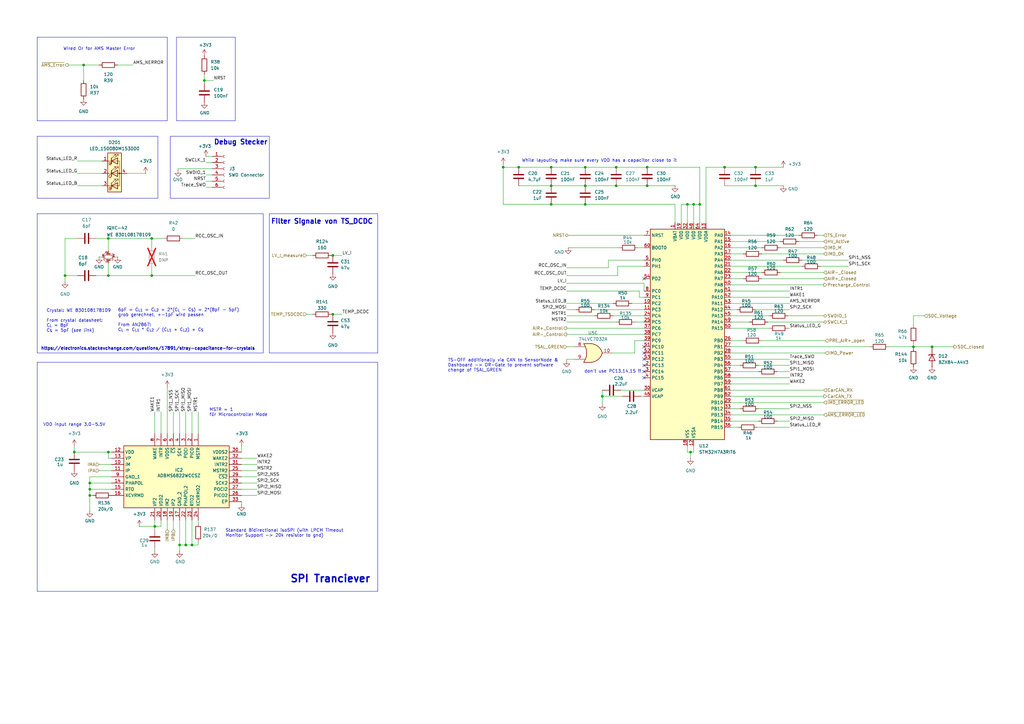
<source format=kicad_sch>
(kicad_sch
	(version 20231120)
	(generator "eeschema")
	(generator_version "8.0")
	(uuid "d4cbd48d-ba2a-4afc-b22e-0d9a16f2e6f3")
	(paper "A3")
	(lib_symbols
		(symbol "4xxx:4071"
			(pin_names
				(offset 1.016)
			)
			(exclude_from_sim no)
			(in_bom yes)
			(on_board yes)
			(property "Reference" "U"
				(at 0 1.27 0)
				(effects
					(font
						(size 1.27 1.27)
					)
				)
			)
			(property "Value" "4071"
				(at 0 -1.27 0)
				(effects
					(font
						(size 1.27 1.27)
					)
				)
			)
			(property "Footprint" ""
				(at 0 0 0)
				(effects
					(font
						(size 1.27 1.27)
					)
					(hide yes)
				)
			)
			(property "Datasheet" "http://www.intersil.com/content/dam/Intersil/documents/cd40/cd4071bms-72bms-75bms.pdf"
				(at 0 0 0)
				(effects
					(font
						(size 1.27 1.27)
					)
					(hide yes)
				)
			)
			(property "Description" "Quad Or 2 inputs"
				(at 0 0 0)
				(effects
					(font
						(size 1.27 1.27)
					)
					(hide yes)
				)
			)
			(property "ki_locked" ""
				(at 0 0 0)
				(effects
					(font
						(size 1.27 1.27)
					)
				)
			)
			(property "ki_keywords" "CMOS OR2"
				(at 0 0 0)
				(effects
					(font
						(size 1.27 1.27)
					)
					(hide yes)
				)
			)
			(property "ki_fp_filters" "DIP?14*"
				(at 0 0 0)
				(effects
					(font
						(size 1.27 1.27)
					)
					(hide yes)
				)
			)
			(symbol "4071_1_1"
				(arc
					(start -3.81 -3.81)
					(mid -2.589 0)
					(end -3.81 3.81)
					(stroke
						(width 0.254)
						(type default)
					)
					(fill
						(type none)
					)
				)
				(arc
					(start -0.6096 -3.81)
					(mid 2.1842 -2.5851)
					(end 3.81 0)
					(stroke
						(width 0.254)
						(type default)
					)
					(fill
						(type background)
					)
				)
				(polyline
					(pts
						(xy -3.81 -3.81) (xy -0.635 -3.81)
					)
					(stroke
						(width 0.254)
						(type default)
					)
					(fill
						(type background)
					)
				)
				(polyline
					(pts
						(xy -3.81 3.81) (xy -0.635 3.81)
					)
					(stroke
						(width 0.254)
						(type default)
					)
					(fill
						(type background)
					)
				)
				(polyline
					(pts
						(xy -0.635 3.81) (xy -3.81 3.81) (xy -3.81 3.81) (xy -3.556 3.4036) (xy -3.0226 2.2606) (xy -2.6924 1.0414)
						(xy -2.6162 -0.254) (xy -2.7686 -1.4986) (xy -3.175 -2.7178) (xy -3.81 -3.81) (xy -3.81 -3.81)
						(xy -0.635 -3.81)
					)
					(stroke
						(width -25.4)
						(type default)
					)
					(fill
						(type background)
					)
				)
				(arc
					(start 3.81 0)
					(mid 2.1915 2.5936)
					(end -0.6096 3.81)
					(stroke
						(width 0.254)
						(type default)
					)
					(fill
						(type background)
					)
				)
				(pin input line
					(at -7.62 2.54 0)
					(length 4.318)
					(name "~"
						(effects
							(font
								(size 1.27 1.27)
							)
						)
					)
					(number "1"
						(effects
							(font
								(size 1.27 1.27)
							)
						)
					)
				)
				(pin input line
					(at -7.62 -2.54 0)
					(length 4.318)
					(name "~"
						(effects
							(font
								(size 1.27 1.27)
							)
						)
					)
					(number "2"
						(effects
							(font
								(size 1.27 1.27)
							)
						)
					)
				)
				(pin output line
					(at 7.62 0 180)
					(length 3.81)
					(name "~"
						(effects
							(font
								(size 1.27 1.27)
							)
						)
					)
					(number "3"
						(effects
							(font
								(size 1.27 1.27)
							)
						)
					)
				)
			)
			(symbol "4071_1_2"
				(arc
					(start 0 -3.81)
					(mid 3.7934 0)
					(end 0 3.81)
					(stroke
						(width 0.254)
						(type default)
					)
					(fill
						(type background)
					)
				)
				(polyline
					(pts
						(xy 0 3.81) (xy -3.81 3.81) (xy -3.81 -3.81) (xy 0 -3.81)
					)
					(stroke
						(width 0.254)
						(type default)
					)
					(fill
						(type background)
					)
				)
				(pin input inverted
					(at -7.62 2.54 0)
					(length 3.81)
					(name "~"
						(effects
							(font
								(size 1.27 1.27)
							)
						)
					)
					(number "1"
						(effects
							(font
								(size 1.27 1.27)
							)
						)
					)
				)
				(pin input inverted
					(at -7.62 -2.54 0)
					(length 3.81)
					(name "~"
						(effects
							(font
								(size 1.27 1.27)
							)
						)
					)
					(number "2"
						(effects
							(font
								(size 1.27 1.27)
							)
						)
					)
				)
				(pin output inverted
					(at 7.62 0 180)
					(length 3.81)
					(name "~"
						(effects
							(font
								(size 1.27 1.27)
							)
						)
					)
					(number "3"
						(effects
							(font
								(size 1.27 1.27)
							)
						)
					)
				)
			)
			(symbol "4071_2_1"
				(arc
					(start -3.81 -3.81)
					(mid -2.589 0)
					(end -3.81 3.81)
					(stroke
						(width 0.254)
						(type default)
					)
					(fill
						(type none)
					)
				)
				(arc
					(start -0.6096 -3.81)
					(mid 2.1842 -2.5851)
					(end 3.81 0)
					(stroke
						(width 0.254)
						(type default)
					)
					(fill
						(type background)
					)
				)
				(polyline
					(pts
						(xy -3.81 -3.81) (xy -0.635 -3.81)
					)
					(stroke
						(width 0.254)
						(type default)
					)
					(fill
						(type background)
					)
				)
				(polyline
					(pts
						(xy -3.81 3.81) (xy -0.635 3.81)
					)
					(stroke
						(width 0.254)
						(type default)
					)
					(fill
						(type background)
					)
				)
				(polyline
					(pts
						(xy -0.635 3.81) (xy -3.81 3.81) (xy -3.81 3.81) (xy -3.556 3.4036) (xy -3.0226 2.2606) (xy -2.6924 1.0414)
						(xy -2.6162 -0.254) (xy -2.7686 -1.4986) (xy -3.175 -2.7178) (xy -3.81 -3.81) (xy -3.81 -3.81)
						(xy -0.635 -3.81)
					)
					(stroke
						(width -25.4)
						(type default)
					)
					(fill
						(type background)
					)
				)
				(arc
					(start 3.81 0)
					(mid 2.1915 2.5936)
					(end -0.6096 3.81)
					(stroke
						(width 0.254)
						(type default)
					)
					(fill
						(type background)
					)
				)
				(pin output line
					(at 7.62 0 180)
					(length 3.81)
					(name "~"
						(effects
							(font
								(size 1.27 1.27)
							)
						)
					)
					(number "4"
						(effects
							(font
								(size 1.27 1.27)
							)
						)
					)
				)
				(pin input line
					(at -7.62 2.54 0)
					(length 4.318)
					(name "~"
						(effects
							(font
								(size 1.27 1.27)
							)
						)
					)
					(number "5"
						(effects
							(font
								(size 1.27 1.27)
							)
						)
					)
				)
				(pin input line
					(at -7.62 -2.54 0)
					(length 4.318)
					(name "~"
						(effects
							(font
								(size 1.27 1.27)
							)
						)
					)
					(number "6"
						(effects
							(font
								(size 1.27 1.27)
							)
						)
					)
				)
			)
			(symbol "4071_2_2"
				(arc
					(start 0 -3.81)
					(mid 3.7934 0)
					(end 0 3.81)
					(stroke
						(width 0.254)
						(type default)
					)
					(fill
						(type background)
					)
				)
				(polyline
					(pts
						(xy 0 3.81) (xy -3.81 3.81) (xy -3.81 -3.81) (xy 0 -3.81)
					)
					(stroke
						(width 0.254)
						(type default)
					)
					(fill
						(type background)
					)
				)
				(pin output inverted
					(at 7.62 0 180)
					(length 3.81)
					(name "~"
						(effects
							(font
								(size 1.27 1.27)
							)
						)
					)
					(number "4"
						(effects
							(font
								(size 1.27 1.27)
							)
						)
					)
				)
				(pin input inverted
					(at -7.62 2.54 0)
					(length 3.81)
					(name "~"
						(effects
							(font
								(size 1.27 1.27)
							)
						)
					)
					(number "5"
						(effects
							(font
								(size 1.27 1.27)
							)
						)
					)
				)
				(pin input inverted
					(at -7.62 -2.54 0)
					(length 3.81)
					(name "~"
						(effects
							(font
								(size 1.27 1.27)
							)
						)
					)
					(number "6"
						(effects
							(font
								(size 1.27 1.27)
							)
						)
					)
				)
			)
			(symbol "4071_3_1"
				(arc
					(start -3.81 -3.81)
					(mid -2.589 0)
					(end -3.81 3.81)
					(stroke
						(width 0.254)
						(type default)
					)
					(fill
						(type none)
					)
				)
				(arc
					(start -0.6096 -3.81)
					(mid 2.1842 -2.5851)
					(end 3.81 0)
					(stroke
						(width 0.254)
						(type default)
					)
					(fill
						(type background)
					)
				)
				(polyline
					(pts
						(xy -3.81 -3.81) (xy -0.635 -3.81)
					)
					(stroke
						(width 0.254)
						(type default)
					)
					(fill
						(type background)
					)
				)
				(polyline
					(pts
						(xy -3.81 3.81) (xy -0.635 3.81)
					)
					(stroke
						(width 0.254)
						(type default)
					)
					(fill
						(type background)
					)
				)
				(polyline
					(pts
						(xy -0.635 3.81) (xy -3.81 3.81) (xy -3.81 3.81) (xy -3.556 3.4036) (xy -3.0226 2.2606) (xy -2.6924 1.0414)
						(xy -2.6162 -0.254) (xy -2.7686 -1.4986) (xy -3.175 -2.7178) (xy -3.81 -3.81) (xy -3.81 -3.81)
						(xy -0.635 -3.81)
					)
					(stroke
						(width -25.4)
						(type default)
					)
					(fill
						(type background)
					)
				)
				(arc
					(start 3.81 0)
					(mid 2.1915 2.5936)
					(end -0.6096 3.81)
					(stroke
						(width 0.254)
						(type default)
					)
					(fill
						(type background)
					)
				)
				(pin output line
					(at 7.62 0 180)
					(length 3.81)
					(name "~"
						(effects
							(font
								(size 1.27 1.27)
							)
						)
					)
					(number "10"
						(effects
							(font
								(size 1.27 1.27)
							)
						)
					)
				)
				(pin input line
					(at -7.62 2.54 0)
					(length 4.318)
					(name "~"
						(effects
							(font
								(size 1.27 1.27)
							)
						)
					)
					(number "8"
						(effects
							(font
								(size 1.27 1.27)
							)
						)
					)
				)
				(pin input line
					(at -7.62 -2.54 0)
					(length 4.318)
					(name "~"
						(effects
							(font
								(size 1.27 1.27)
							)
						)
					)
					(number "9"
						(effects
							(font
								(size 1.27 1.27)
							)
						)
					)
				)
			)
			(symbol "4071_3_2"
				(arc
					(start 0 -3.81)
					(mid 3.7934 0)
					(end 0 3.81)
					(stroke
						(width 0.254)
						(type default)
					)
					(fill
						(type background)
					)
				)
				(polyline
					(pts
						(xy 0 3.81) (xy -3.81 3.81) (xy -3.81 -3.81) (xy 0 -3.81)
					)
					(stroke
						(width 0.254)
						(type default)
					)
					(fill
						(type background)
					)
				)
				(pin output inverted
					(at 7.62 0 180)
					(length 3.81)
					(name "~"
						(effects
							(font
								(size 1.27 1.27)
							)
						)
					)
					(number "10"
						(effects
							(font
								(size 1.27 1.27)
							)
						)
					)
				)
				(pin input inverted
					(at -7.62 2.54 0)
					(length 3.81)
					(name "~"
						(effects
							(font
								(size 1.27 1.27)
							)
						)
					)
					(number "8"
						(effects
							(font
								(size 1.27 1.27)
							)
						)
					)
				)
				(pin input inverted
					(at -7.62 -2.54 0)
					(length 3.81)
					(name "~"
						(effects
							(font
								(size 1.27 1.27)
							)
						)
					)
					(number "9"
						(effects
							(font
								(size 1.27 1.27)
							)
						)
					)
				)
			)
			(symbol "4071_4_1"
				(arc
					(start -3.81 -3.81)
					(mid -2.589 0)
					(end -3.81 3.81)
					(stroke
						(width 0.254)
						(type default)
					)
					(fill
						(type none)
					)
				)
				(arc
					(start -0.6096 -3.81)
					(mid 2.1842 -2.5851)
					(end 3.81 0)
					(stroke
						(width 0.254)
						(type default)
					)
					(fill
						(type background)
					)
				)
				(polyline
					(pts
						(xy -3.81 -3.81) (xy -0.635 -3.81)
					)
					(stroke
						(width 0.254)
						(type default)
					)
					(fill
						(type background)
					)
				)
				(polyline
					(pts
						(xy -3.81 3.81) (xy -0.635 3.81)
					)
					(stroke
						(width 0.254)
						(type default)
					)
					(fill
						(type background)
					)
				)
				(polyline
					(pts
						(xy -0.635 3.81) (xy -3.81 3.81) (xy -3.81 3.81) (xy -3.556 3.4036) (xy -3.0226 2.2606) (xy -2.6924 1.0414)
						(xy -2.6162 -0.254) (xy -2.7686 -1.4986) (xy -3.175 -2.7178) (xy -3.81 -3.81) (xy -3.81 -3.81)
						(xy -0.635 -3.81)
					)
					(stroke
						(width -25.4)
						(type default)
					)
					(fill
						(type background)
					)
				)
				(arc
					(start 3.81 0)
					(mid 2.1915 2.5936)
					(end -0.6096 3.81)
					(stroke
						(width 0.254)
						(type default)
					)
					(fill
						(type background)
					)
				)
				(pin output line
					(at 7.62 0 180)
					(length 3.81)
					(name "~"
						(effects
							(font
								(size 1.27 1.27)
							)
						)
					)
					(number "11"
						(effects
							(font
								(size 1.27 1.27)
							)
						)
					)
				)
				(pin input line
					(at -7.62 2.54 0)
					(length 4.318)
					(name "~"
						(effects
							(font
								(size 1.27 1.27)
							)
						)
					)
					(number "12"
						(effects
							(font
								(size 1.27 1.27)
							)
						)
					)
				)
				(pin input line
					(at -7.62 -2.54 0)
					(length 4.318)
					(name "~"
						(effects
							(font
								(size 1.27 1.27)
							)
						)
					)
					(number "13"
						(effects
							(font
								(size 1.27 1.27)
							)
						)
					)
				)
			)
			(symbol "4071_4_2"
				(arc
					(start 0 -3.81)
					(mid 3.7934 0)
					(end 0 3.81)
					(stroke
						(width 0.254)
						(type default)
					)
					(fill
						(type background)
					)
				)
				(polyline
					(pts
						(xy 0 3.81) (xy -3.81 3.81) (xy -3.81 -3.81) (xy 0 -3.81)
					)
					(stroke
						(width 0.254)
						(type default)
					)
					(fill
						(type background)
					)
				)
				(pin output inverted
					(at 7.62 0 180)
					(length 3.81)
					(name "~"
						(effects
							(font
								(size 1.27 1.27)
							)
						)
					)
					(number "11"
						(effects
							(font
								(size 1.27 1.27)
							)
						)
					)
				)
				(pin input inverted
					(at -7.62 2.54 0)
					(length 3.81)
					(name "~"
						(effects
							(font
								(size 1.27 1.27)
							)
						)
					)
					(number "12"
						(effects
							(font
								(size 1.27 1.27)
							)
						)
					)
				)
				(pin input inverted
					(at -7.62 -2.54 0)
					(length 3.81)
					(name "~"
						(effects
							(font
								(size 1.27 1.27)
							)
						)
					)
					(number "13"
						(effects
							(font
								(size 1.27 1.27)
							)
						)
					)
				)
			)
			(symbol "4071_5_0"
				(pin power_in line
					(at 0 12.7 270)
					(length 5.08)
					(name "VDD"
						(effects
							(font
								(size 1.27 1.27)
							)
						)
					)
					(number "14"
						(effects
							(font
								(size 1.27 1.27)
							)
						)
					)
				)
				(pin power_in line
					(at 0 -12.7 90)
					(length 5.08)
					(name "VSS"
						(effects
							(font
								(size 1.27 1.27)
							)
						)
					)
					(number "7"
						(effects
							(font
								(size 1.27 1.27)
							)
						)
					)
				)
			)
			(symbol "4071_5_1"
				(rectangle
					(start -5.08 7.62)
					(end 5.08 -7.62)
					(stroke
						(width 0.254)
						(type default)
					)
					(fill
						(type background)
					)
				)
			)
		)
		(symbol "ADBMS6822WCCSZ_1"
			(exclude_from_sim no)
			(in_bom yes)
			(on_board yes)
			(property "Reference" "IC"
				(at 31.75 17.78 0)
				(effects
					(font
						(size 1.27 1.27)
					)
					(justify left top)
				)
			)
			(property "Value" "ADBMS6822WCCSZ"
				(at 31.75 15.24 0)
				(effects
					(font
						(size 1.27 1.27)
					)
					(justify left top)
				)
			)
			(property "Footprint" "QFN50P500X500X80-33N-D"
				(at 31.75 -84.76 0)
				(effects
					(font
						(size 1.27 1.27)
					)
					(justify left top)
					(hide yes)
				)
			)
			(property "Datasheet" "https://www.analog.com/ADBMS6822/datasheet"
				(at 31.75 -184.76 0)
				(effects
					(font
						(size 1.27 1.27)
					)
					(justify left top)
					(hide yes)
				)
			)
			(property "Description" " Up to 2 Mbps isolated bidirectional serial data communications  Drop in compatible: single (ADBMS6821) and dual (ADBMS6822)  Fully independent dual transceivers (ADBMS6822)  Simple galvanic isolation using capacitors or transformers  Bidirectional interface over a single twisted pair  Supports cable lengths up to 100 meters  Very low EMI susceptibility and emissions  LPCM support for ADBMS battery monitors  Interrupt output for LPCM system wake-up  4 Mbps unidirectional mode  Requires"
				(at 0 0 0)
				(effects
					(font
						(size 1.27 1.27)
					)
					(hide yes)
				)
			)
			(property "Height" "0.8"
				(at 31.75 -384.76 0)
				(effects
					(font
						(size 1.27 1.27)
					)
					(justify left top)
					(hide yes)
				)
			)
			(property "Manufacturer_Name" "Analog Devices"
				(at 31.75 -484.76 0)
				(effects
					(font
						(size 1.27 1.27)
					)
					(justify left top)
					(hide yes)
				)
			)
			(property "Manufacturer_Part_Number" "ADBMS6822WCCSZ"
				(at 31.75 -584.76 0)
				(effects
					(font
						(size 1.27 1.27)
					)
					(justify left top)
					(hide yes)
				)
			)
			(property "Mouser Part Number" "584-ADBMS6822WCCSZ"
				(at 31.75 -684.76 0)
				(effects
					(font
						(size 1.27 1.27)
					)
					(justify left top)
					(hide yes)
				)
			)
			(property "Mouser Price/Stock" "https://www.mouser.co.uk/ProductDetail/Analog-Devices/ADBMS6822WCCSZ?qs=4ASt3YYao0UVik%252BRUNLybw%3D%3D"
				(at 31.75 -784.76 0)
				(effects
					(font
						(size 1.27 1.27)
					)
					(justify left top)
					(hide yes)
				)
			)
			(property "Arrow Part Number" ""
				(at 31.75 -884.76 0)
				(effects
					(font
						(size 1.27 1.27)
					)
					(justify left top)
					(hide yes)
				)
			)
			(property "Arrow Price/Stock" ""
				(at 31.75 -984.76 0)
				(effects
					(font
						(size 1.27 1.27)
					)
					(justify left top)
					(hide yes)
				)
			)
			(symbol "ADBMS6822WCCSZ_1_1_1"
				(rectangle
					(start 5.08 12.7)
					(end 30.48 -30.48)
					(stroke
						(width 0.254)
						(type default)
					)
					(fill
						(type background)
					)
				)
				(pin passive line
					(at 0 0 0)
					(length 5.08)
					(name "MSTR"
						(effects
							(font
								(size 1.27 1.27)
							)
						)
					)
					(number "1"
						(effects
							(font
								(size 1.27 1.27)
							)
						)
					)
				)
				(pin passive line
					(at 12.7 -35.56 90)
					(length 5.08)
					(name "IM"
						(effects
							(font
								(size 1.27 1.27)
							)
						)
					)
					(number "10"
						(effects
							(font
								(size 1.27 1.27)
							)
						)
					)
				)
				(pin passive line
					(at 15.24 -35.56 90)
					(length 5.08)
					(name "IP"
						(effects
							(font
								(size 1.27 1.27)
							)
						)
					)
					(number "11"
						(effects
							(font
								(size 1.27 1.27)
							)
						)
					)
				)
				(pin passive line
					(at 7.62 -35.56 90)
					(length 5.08)
					(name "VDD"
						(effects
							(font
								(size 1.27 1.27)
							)
						)
					)
					(number "12"
						(effects
							(font
								(size 1.27 1.27)
							)
						)
					)
				)
				(pin passive line
					(at 10.16 -35.56 90)
					(length 5.08)
					(name "VP"
						(effects
							(font
								(size 1.27 1.27)
							)
						)
					)
					(number "13"
						(effects
							(font
								(size 1.27 1.27)
							)
						)
					)
				)
				(pin passive line
					(at 20.32 -35.56 90)
					(length 5.08)
					(name "PHAPOL"
						(effects
							(font
								(size 1.27 1.27)
							)
						)
					)
					(number "14"
						(effects
							(font
								(size 1.27 1.27)
							)
						)
					)
				)
				(pin passive line
					(at 22.86 -35.56 90)
					(length 5.08)
					(name "RTO"
						(effects
							(font
								(size 1.27 1.27)
							)
						)
					)
					(number "15"
						(effects
							(font
								(size 1.27 1.27)
							)
						)
					)
				)
				(pin passive line
					(at 25.4 -35.56 90)
					(length 5.08)
					(name "XCVRMD"
						(effects
							(font
								(size 1.27 1.27)
							)
						)
					)
					(number "16"
						(effects
							(font
								(size 1.27 1.27)
							)
						)
					)
				)
				(pin passive line
					(at 35.56 -7.62 180)
					(length 5.08)
					(name "GND_2"
						(effects
							(font
								(size 1.27 1.27)
							)
						)
					)
					(number "17"
						(effects
							(font
								(size 1.27 1.27)
							)
						)
					)
				)
				(pin passive line
					(at 35.56 -12.7 180)
					(length 5.08)
					(name "IM2"
						(effects
							(font
								(size 1.27 1.27)
							)
						)
					)
					(number "18"
						(effects
							(font
								(size 1.27 1.27)
							)
						)
					)
				)
				(pin passive line
					(at 35.56 -10.16 180)
					(length 5.08)
					(name "IP2"
						(effects
							(font
								(size 1.27 1.27)
							)
						)
					)
					(number "19"
						(effects
							(font
								(size 1.27 1.27)
							)
						)
					)
				)
				(pin passive line
					(at 0 -2.54 0)
					(length 5.08)
					(name "PICO"
						(effects
							(font
								(size 1.27 1.27)
							)
						)
					)
					(number "2"
						(effects
							(font
								(size 1.27 1.27)
							)
						)
					)
				)
				(pin passive line
					(at 35.56 -15.24 180)
					(length 5.08)
					(name "VDD2"
						(effects
							(font
								(size 1.27 1.27)
							)
						)
					)
					(number "20"
						(effects
							(font
								(size 1.27 1.27)
							)
						)
					)
				)
				(pin passive line
					(at 35.56 -17.78 180)
					(length 5.08)
					(name "VP2"
						(effects
							(font
								(size 1.27 1.27)
							)
						)
					)
					(number "21"
						(effects
							(font
								(size 1.27 1.27)
							)
						)
					)
				)
				(pin passive line
					(at 35.56 -5.08 180)
					(length 5.08)
					(name "PHAPOL2"
						(effects
							(font
								(size 1.27 1.27)
							)
						)
					)
					(number "22"
						(effects
							(font
								(size 1.27 1.27)
							)
						)
					)
				)
				(pin passive line
					(at 35.56 -2.54 180)
					(length 5.08)
					(name "RTO2"
						(effects
							(font
								(size 1.27 1.27)
							)
						)
					)
					(number "23"
						(effects
							(font
								(size 1.27 1.27)
							)
						)
					)
				)
				(pin passive line
					(at 35.56 0 180)
					(length 5.08)
					(name "XCVRMD2"
						(effects
							(font
								(size 1.27 1.27)
							)
						)
					)
					(number "24"
						(effects
							(font
								(size 1.27 1.27)
							)
						)
					)
				)
				(pin passive line
					(at 15.24 17.78 270)
					(length 5.08)
					(name "MSTR2"
						(effects
							(font
								(size 1.27 1.27)
							)
						)
					)
					(number "25"
						(effects
							(font
								(size 1.27 1.27)
							)
						)
					)
				)
				(pin passive line
					(at 25.4 17.78 270)
					(length 5.08)
					(name "PICO2"
						(effects
							(font
								(size 1.27 1.27)
							)
						)
					)
					(number "26"
						(effects
							(font
								(size 1.27 1.27)
							)
						)
					)
				)
				(pin passive line
					(at 22.86 17.78 270)
					(length 5.08)
					(name "POCI2"
						(effects
							(font
								(size 1.27 1.27)
							)
						)
					)
					(number "27"
						(effects
							(font
								(size 1.27 1.27)
							)
						)
					)
				)
				(pin passive line
					(at 20.32 17.78 270)
					(length 5.08)
					(name "SCK2"
						(effects
							(font
								(size 1.27 1.27)
							)
						)
					)
					(number "28"
						(effects
							(font
								(size 1.27 1.27)
							)
						)
					)
				)
				(pin passive line
					(at 17.78 17.78 270)
					(length 5.08)
					(name "~{CS2}"
						(effects
							(font
								(size 1.27 1.27)
							)
						)
					)
					(number "29"
						(effects
							(font
								(size 1.27 1.27)
							)
						)
					)
				)
				(pin passive line
					(at 0 -5.08 0)
					(length 5.08)
					(name "POCI"
						(effects
							(font
								(size 1.27 1.27)
							)
						)
					)
					(number "3"
						(effects
							(font
								(size 1.27 1.27)
							)
						)
					)
				)
				(pin passive line
					(at 7.62 17.78 270)
					(length 5.08)
					(name "VDDS2"
						(effects
							(font
								(size 1.27 1.27)
							)
						)
					)
					(number "30"
						(effects
							(font
								(size 1.27 1.27)
							)
						)
					)
				)
				(pin passive line
					(at 12.7 17.78 270)
					(length 5.08)
					(name "INTR2"
						(effects
							(font
								(size 1.27 1.27)
							)
						)
					)
					(number "31"
						(effects
							(font
								(size 1.27 1.27)
							)
						)
					)
				)
				(pin passive line
					(at 10.16 17.78 270)
					(length 5.08)
					(name "WAKE2"
						(effects
							(font
								(size 1.27 1.27)
							)
						)
					)
					(number "32"
						(effects
							(font
								(size 1.27 1.27)
							)
						)
					)
				)
				(pin passive line
					(at 27.94 17.78 270)
					(length 5.08)
					(name "EP"
						(effects
							(font
								(size 1.27 1.27)
							)
						)
					)
					(number "33"
						(effects
							(font
								(size 1.27 1.27)
							)
						)
					)
				)
				(pin passive line
					(at 0 -7.62 0)
					(length 5.08)
					(name "SCK"
						(effects
							(font
								(size 1.27 1.27)
							)
						)
					)
					(number "4"
						(effects
							(font
								(size 1.27 1.27)
							)
						)
					)
				)
				(pin passive line
					(at 0 -10.16 0)
					(length 5.08)
					(name "~{CS}"
						(effects
							(font
								(size 1.27 1.27)
							)
						)
					)
					(number "5"
						(effects
							(font
								(size 1.27 1.27)
							)
						)
					)
				)
				(pin passive line
					(at 0 -12.7 0)
					(length 5.08)
					(name "VDDS"
						(effects
							(font
								(size 1.27 1.27)
							)
						)
					)
					(number "6"
						(effects
							(font
								(size 1.27 1.27)
							)
						)
					)
				)
				(pin passive line
					(at 0 -15.24 0)
					(length 5.08)
					(name "INTR"
						(effects
							(font
								(size 1.27 1.27)
							)
						)
					)
					(number "7"
						(effects
							(font
								(size 1.27 1.27)
							)
						)
					)
				)
				(pin passive line
					(at 0 -17.78 0)
					(length 5.08)
					(name "WAKE"
						(effects
							(font
								(size 1.27 1.27)
							)
						)
					)
					(number "8"
						(effects
							(font
								(size 1.27 1.27)
							)
						)
					)
				)
				(pin passive line
					(at 17.78 -35.56 90)
					(length 5.08)
					(name "GND_1"
						(effects
							(font
								(size 1.27 1.27)
							)
						)
					)
					(number "9"
						(effects
							(font
								(size 1.27 1.27)
							)
						)
					)
				)
			)
		)
		(symbol "Connector:Conn_01x06_Female"
			(pin_names
				(offset 1.016) hide)
			(exclude_from_sim no)
			(in_bom yes)
			(on_board yes)
			(property "Reference" "J"
				(at 0 7.62 0)
				(effects
					(font
						(size 1.27 1.27)
					)
				)
			)
			(property "Value" "Conn_01x06_Female"
				(at 0 -10.16 0)
				(effects
					(font
						(size 1.27 1.27)
					)
				)
			)
			(property "Footprint" ""
				(at 0 0 0)
				(effects
					(font
						(size 1.27 1.27)
					)
					(hide yes)
				)
			)
			(property "Datasheet" "~"
				(at 0 0 0)
				(effects
					(font
						(size 1.27 1.27)
					)
					(hide yes)
				)
			)
			(property "Description" "Generic connector, single row, 01x06, script generated (kicad-library-utils/schlib/autogen/connector/)"
				(at 0 0 0)
				(effects
					(font
						(size 1.27 1.27)
					)
					(hide yes)
				)
			)
			(property "ki_keywords" "connector"
				(at 0 0 0)
				(effects
					(font
						(size 1.27 1.27)
					)
					(hide yes)
				)
			)
			(property "ki_fp_filters" "Connector*:*_1x??_*"
				(at 0 0 0)
				(effects
					(font
						(size 1.27 1.27)
					)
					(hide yes)
				)
			)
			(symbol "Conn_01x06_Female_1_1"
				(arc
					(start 0 -7.112)
					(mid -0.5058 -7.62)
					(end 0 -8.128)
					(stroke
						(width 0.1524)
						(type default)
					)
					(fill
						(type none)
					)
				)
				(arc
					(start 0 -4.572)
					(mid -0.5058 -5.08)
					(end 0 -5.588)
					(stroke
						(width 0.1524)
						(type default)
					)
					(fill
						(type none)
					)
				)
				(arc
					(start 0 -2.032)
					(mid -0.5058 -2.54)
					(end 0 -3.048)
					(stroke
						(width 0.1524)
						(type default)
					)
					(fill
						(type none)
					)
				)
				(polyline
					(pts
						(xy -1.27 -7.62) (xy -0.508 -7.62)
					)
					(stroke
						(width 0.1524)
						(type default)
					)
					(fill
						(type none)
					)
				)
				(polyline
					(pts
						(xy -1.27 -5.08) (xy -0.508 -5.08)
					)
					(stroke
						(width 0.1524)
						(type default)
					)
					(fill
						(type none)
					)
				)
				(polyline
					(pts
						(xy -1.27 -2.54) (xy -0.508 -2.54)
					)
					(stroke
						(width 0.1524)
						(type default)
					)
					(fill
						(type none)
					)
				)
				(polyline
					(pts
						(xy -1.27 0) (xy -0.508 0)
					)
					(stroke
						(width 0.1524)
						(type default)
					)
					(fill
						(type none)
					)
				)
				(polyline
					(pts
						(xy -1.27 2.54) (xy -0.508 2.54)
					)
					(stroke
						(width 0.1524)
						(type default)
					)
					(fill
						(type none)
					)
				)
				(polyline
					(pts
						(xy -1.27 5.08) (xy -0.508 5.08)
					)
					(stroke
						(width 0.1524)
						(type default)
					)
					(fill
						(type none)
					)
				)
				(arc
					(start 0 0.508)
					(mid -0.5058 0)
					(end 0 -0.508)
					(stroke
						(width 0.1524)
						(type default)
					)
					(fill
						(type none)
					)
				)
				(arc
					(start 0 3.048)
					(mid -0.5058 2.54)
					(end 0 2.032)
					(stroke
						(width 0.1524)
						(type default)
					)
					(fill
						(type none)
					)
				)
				(arc
					(start 0 5.588)
					(mid -0.5058 5.08)
					(end 0 4.572)
					(stroke
						(width 0.1524)
						(type default)
					)
					(fill
						(type none)
					)
				)
				(pin passive line
					(at -5.08 5.08 0)
					(length 3.81)
					(name "Pin_1"
						(effects
							(font
								(size 1.27 1.27)
							)
						)
					)
					(number "1"
						(effects
							(font
								(size 1.27 1.27)
							)
						)
					)
				)
				(pin passive line
					(at -5.08 2.54 0)
					(length 3.81)
					(name "Pin_2"
						(effects
							(font
								(size 1.27 1.27)
							)
						)
					)
					(number "2"
						(effects
							(font
								(size 1.27 1.27)
							)
						)
					)
				)
				(pin passive line
					(at -5.08 0 0)
					(length 3.81)
					(name "Pin_3"
						(effects
							(font
								(size 1.27 1.27)
							)
						)
					)
					(number "3"
						(effects
							(font
								(size 1.27 1.27)
							)
						)
					)
				)
				(pin passive line
					(at -5.08 -2.54 0)
					(length 3.81)
					(name "Pin_4"
						(effects
							(font
								(size 1.27 1.27)
							)
						)
					)
					(number "4"
						(effects
							(font
								(size 1.27 1.27)
							)
						)
					)
				)
				(pin passive line
					(at -5.08 -5.08 0)
					(length 3.81)
					(name "Pin_5"
						(effects
							(font
								(size 1.27 1.27)
							)
						)
					)
					(number "5"
						(effects
							(font
								(size 1.27 1.27)
							)
						)
					)
				)
				(pin passive line
					(at -5.08 -7.62 0)
					(length 3.81)
					(name "Pin_6"
						(effects
							(font
								(size 1.27 1.27)
							)
						)
					)
					(number "6"
						(effects
							(font
								(size 1.27 1.27)
							)
						)
					)
				)
			)
		)
		(symbol "Device:C"
			(pin_numbers hide)
			(pin_names
				(offset 0.254)
			)
			(exclude_from_sim no)
			(in_bom yes)
			(on_board yes)
			(property "Reference" "C"
				(at 0.635 2.54 0)
				(effects
					(font
						(size 1.27 1.27)
					)
					(justify left)
				)
			)
			(property "Value" "C"
				(at 0.635 -2.54 0)
				(effects
					(font
						(size 1.27 1.27)
					)
					(justify left)
				)
			)
			(property "Footprint" ""
				(at 0.9652 -3.81 0)
				(effects
					(font
						(size 1.27 1.27)
					)
					(hide yes)
				)
			)
			(property "Datasheet" "~"
				(at 0 0 0)
				(effects
					(font
						(size 1.27 1.27)
					)
					(hide yes)
				)
			)
			(property "Description" "Unpolarized capacitor"
				(at 0 0 0)
				(effects
					(font
						(size 1.27 1.27)
					)
					(hide yes)
				)
			)
			(property "ki_keywords" "cap capacitor"
				(at 0 0 0)
				(effects
					(font
						(size 1.27 1.27)
					)
					(hide yes)
				)
			)
			(property "ki_fp_filters" "C_*"
				(at 0 0 0)
				(effects
					(font
						(size 1.27 1.27)
					)
					(hide yes)
				)
			)
			(symbol "C_0_1"
				(polyline
					(pts
						(xy -2.032 -0.762) (xy 2.032 -0.762)
					)
					(stroke
						(width 0.508)
						(type default)
					)
					(fill
						(type none)
					)
				)
				(polyline
					(pts
						(xy -2.032 0.762) (xy 2.032 0.762)
					)
					(stroke
						(width 0.508)
						(type default)
					)
					(fill
						(type none)
					)
				)
			)
			(symbol "C_1_1"
				(pin passive line
					(at 0 3.81 270)
					(length 2.794)
					(name "~"
						(effects
							(font
								(size 1.27 1.27)
							)
						)
					)
					(number "1"
						(effects
							(font
								(size 1.27 1.27)
							)
						)
					)
				)
				(pin passive line
					(at 0 -3.81 90)
					(length 2.794)
					(name "~"
						(effects
							(font
								(size 1.27 1.27)
							)
						)
					)
					(number "2"
						(effects
							(font
								(size 1.27 1.27)
							)
						)
					)
				)
			)
		)
		(symbol "Device:Crystal_GND24_Small"
			(pin_names
				(offset 1.016) hide)
			(exclude_from_sim no)
			(in_bom yes)
			(on_board yes)
			(property "Reference" "Y"
				(at 1.27 4.445 0)
				(effects
					(font
						(size 1.27 1.27)
					)
					(justify left)
				)
			)
			(property "Value" "Crystal_GND24_Small"
				(at 1.27 2.54 0)
				(effects
					(font
						(size 1.27 1.27)
					)
					(justify left)
				)
			)
			(property "Footprint" ""
				(at 0 0 0)
				(effects
					(font
						(size 1.27 1.27)
					)
					(hide yes)
				)
			)
			(property "Datasheet" "~"
				(at 0 0 0)
				(effects
					(font
						(size 1.27 1.27)
					)
					(hide yes)
				)
			)
			(property "Description" "Four pin crystal, GND on pins 2 and 4, small symbol"
				(at 0 0 0)
				(effects
					(font
						(size 1.27 1.27)
					)
					(hide yes)
				)
			)
			(property "ki_keywords" "quartz ceramic resonator oscillator"
				(at 0 0 0)
				(effects
					(font
						(size 1.27 1.27)
					)
					(hide yes)
				)
			)
			(property "ki_fp_filters" "Crystal*"
				(at 0 0 0)
				(effects
					(font
						(size 1.27 1.27)
					)
					(hide yes)
				)
			)
			(symbol "Crystal_GND24_Small_0_1"
				(rectangle
					(start -0.762 -1.524)
					(end 0.762 1.524)
					(stroke
						(width 0)
						(type default)
					)
					(fill
						(type none)
					)
				)
				(polyline
					(pts
						(xy -1.27 -0.762) (xy -1.27 0.762)
					)
					(stroke
						(width 0.381)
						(type default)
					)
					(fill
						(type none)
					)
				)
				(polyline
					(pts
						(xy 1.27 -0.762) (xy 1.27 0.762)
					)
					(stroke
						(width 0.381)
						(type default)
					)
					(fill
						(type none)
					)
				)
				(polyline
					(pts
						(xy -1.27 -1.27) (xy -1.27 -1.905) (xy 1.27 -1.905) (xy 1.27 -1.27)
					)
					(stroke
						(width 0)
						(type default)
					)
					(fill
						(type none)
					)
				)
				(polyline
					(pts
						(xy -1.27 1.27) (xy -1.27 1.905) (xy 1.27 1.905) (xy 1.27 1.27)
					)
					(stroke
						(width 0)
						(type default)
					)
					(fill
						(type none)
					)
				)
			)
			(symbol "Crystal_GND24_Small_1_1"
				(pin passive line
					(at -2.54 0 0)
					(length 1.27)
					(name "1"
						(effects
							(font
								(size 1.27 1.27)
							)
						)
					)
					(number "1"
						(effects
							(font
								(size 0.762 0.762)
							)
						)
					)
				)
				(pin passive line
					(at 0 -2.54 90)
					(length 0.635)
					(name "2"
						(effects
							(font
								(size 1.27 1.27)
							)
						)
					)
					(number "2"
						(effects
							(font
								(size 0.762 0.762)
							)
						)
					)
				)
				(pin passive line
					(at 2.54 0 180)
					(length 1.27)
					(name "3"
						(effects
							(font
								(size 1.27 1.27)
							)
						)
					)
					(number "3"
						(effects
							(font
								(size 0.762 0.762)
							)
						)
					)
				)
				(pin passive line
					(at 0 2.54 270)
					(length 0.635)
					(name "4"
						(effects
							(font
								(size 1.27 1.27)
							)
						)
					)
					(number "4"
						(effects
							(font
								(size 0.762 0.762)
							)
						)
					)
				)
			)
		)
		(symbol "Device:LED_RGBA"
			(pin_names
				(offset 0) hide)
			(exclude_from_sim no)
			(in_bom yes)
			(on_board yes)
			(property "Reference" "D"
				(at 0 9.398 0)
				(effects
					(font
						(size 1.27 1.27)
					)
				)
			)
			(property "Value" "LED_RGBA"
				(at 0 -8.89 0)
				(effects
					(font
						(size 1.27 1.27)
					)
				)
			)
			(property "Footprint" ""
				(at 0 -1.27 0)
				(effects
					(font
						(size 1.27 1.27)
					)
					(hide yes)
				)
			)
			(property "Datasheet" "~"
				(at 0 -1.27 0)
				(effects
					(font
						(size 1.27 1.27)
					)
					(hide yes)
				)
			)
			(property "Description" "RGB LED, red/green/blue/anode"
				(at 0 0 0)
				(effects
					(font
						(size 1.27 1.27)
					)
					(hide yes)
				)
			)
			(property "ki_keywords" "LED RGB diode"
				(at 0 0 0)
				(effects
					(font
						(size 1.27 1.27)
					)
					(hide yes)
				)
			)
			(property "ki_fp_filters" "LED* LED_SMD:* LED_THT:*"
				(at 0 0 0)
				(effects
					(font
						(size 1.27 1.27)
					)
					(hide yes)
				)
			)
			(symbol "LED_RGBA_0_0"
				(text "B"
					(at -1.905 -6.35 0)
					(effects
						(font
							(size 1.27 1.27)
						)
					)
				)
				(text "G"
					(at -1.905 -1.27 0)
					(effects
						(font
							(size 1.27 1.27)
						)
					)
				)
				(text "R"
					(at -1.905 3.81 0)
					(effects
						(font
							(size 1.27 1.27)
						)
					)
				)
			)
			(symbol "LED_RGBA_0_1"
				(polyline
					(pts
						(xy -1.27 -5.08) (xy -2.54 -5.08)
					)
					(stroke
						(width 0)
						(type default)
					)
					(fill
						(type none)
					)
				)
				(polyline
					(pts
						(xy -1.27 -5.08) (xy 1.27 -5.08)
					)
					(stroke
						(width 0)
						(type default)
					)
					(fill
						(type none)
					)
				)
				(polyline
					(pts
						(xy -1.27 -3.81) (xy -1.27 -6.35)
					)
					(stroke
						(width 0.254)
						(type default)
					)
					(fill
						(type none)
					)
				)
				(polyline
					(pts
						(xy -1.27 0) (xy -2.54 0)
					)
					(stroke
						(width 0)
						(type default)
					)
					(fill
						(type none)
					)
				)
				(polyline
					(pts
						(xy -1.27 1.27) (xy -1.27 -1.27)
					)
					(stroke
						(width 0.254)
						(type default)
					)
					(fill
						(type none)
					)
				)
				(polyline
					(pts
						(xy -1.27 5.08) (xy -2.54 5.08)
					)
					(stroke
						(width 0)
						(type default)
					)
					(fill
						(type none)
					)
				)
				(polyline
					(pts
						(xy -1.27 5.08) (xy 1.27 5.08)
					)
					(stroke
						(width 0)
						(type default)
					)
					(fill
						(type none)
					)
				)
				(polyline
					(pts
						(xy -1.27 6.35) (xy -1.27 3.81)
					)
					(stroke
						(width 0.254)
						(type default)
					)
					(fill
						(type none)
					)
				)
				(polyline
					(pts
						(xy 1.27 0) (xy -1.27 0)
					)
					(stroke
						(width 0)
						(type default)
					)
					(fill
						(type none)
					)
				)
				(polyline
					(pts
						(xy 1.27 0) (xy 2.54 0)
					)
					(stroke
						(width 0)
						(type default)
					)
					(fill
						(type none)
					)
				)
				(polyline
					(pts
						(xy -1.27 1.27) (xy -1.27 -1.27) (xy -1.27 -1.27)
					)
					(stroke
						(width 0)
						(type default)
					)
					(fill
						(type none)
					)
				)
				(polyline
					(pts
						(xy -1.27 6.35) (xy -1.27 3.81) (xy -1.27 3.81)
					)
					(stroke
						(width 0)
						(type default)
					)
					(fill
						(type none)
					)
				)
				(polyline
					(pts
						(xy 1.27 -5.08) (xy 2.032 -5.08) (xy 2.032 5.08) (xy 1.27 5.08)
					)
					(stroke
						(width 0)
						(type default)
					)
					(fill
						(type none)
					)
				)
				(polyline
					(pts
						(xy 1.27 -3.81) (xy 1.27 -6.35) (xy -1.27 -5.08) (xy 1.27 -3.81)
					)
					(stroke
						(width 0.254)
						(type default)
					)
					(fill
						(type none)
					)
				)
				(polyline
					(pts
						(xy 1.27 1.27) (xy 1.27 -1.27) (xy -1.27 0) (xy 1.27 1.27)
					)
					(stroke
						(width 0.254)
						(type default)
					)
					(fill
						(type none)
					)
				)
				(polyline
					(pts
						(xy 1.27 6.35) (xy 1.27 3.81) (xy -1.27 5.08) (xy 1.27 6.35)
					)
					(stroke
						(width 0.254)
						(type default)
					)
					(fill
						(type none)
					)
				)
				(polyline
					(pts
						(xy -1.016 -3.81) (xy 0.508 -2.286) (xy -0.254 -2.286) (xy 0.508 -2.286) (xy 0.508 -3.048)
					)
					(stroke
						(width 0)
						(type default)
					)
					(fill
						(type none)
					)
				)
				(polyline
					(pts
						(xy -1.016 1.27) (xy 0.508 2.794) (xy -0.254 2.794) (xy 0.508 2.794) (xy 0.508 2.032)
					)
					(stroke
						(width 0)
						(type default)
					)
					(fill
						(type none)
					)
				)
				(polyline
					(pts
						(xy -1.016 6.35) (xy 0.508 7.874) (xy -0.254 7.874) (xy 0.508 7.874) (xy 0.508 7.112)
					)
					(stroke
						(width 0)
						(type default)
					)
					(fill
						(type none)
					)
				)
				(polyline
					(pts
						(xy 0 -3.81) (xy 1.524 -2.286) (xy 0.762 -2.286) (xy 1.524 -2.286) (xy 1.524 -3.048)
					)
					(stroke
						(width 0)
						(type default)
					)
					(fill
						(type none)
					)
				)
				(polyline
					(pts
						(xy 0 1.27) (xy 1.524 2.794) (xy 0.762 2.794) (xy 1.524 2.794) (xy 1.524 2.032)
					)
					(stroke
						(width 0)
						(type default)
					)
					(fill
						(type none)
					)
				)
				(polyline
					(pts
						(xy 0 6.35) (xy 1.524 7.874) (xy 0.762 7.874) (xy 1.524 7.874) (xy 1.524 7.112)
					)
					(stroke
						(width 0)
						(type default)
					)
					(fill
						(type none)
					)
				)
				(rectangle
					(start 1.27 -1.27)
					(end 1.27 1.27)
					(stroke
						(width 0)
						(type default)
					)
					(fill
						(type none)
					)
				)
				(rectangle
					(start 1.27 1.27)
					(end 1.27 1.27)
					(stroke
						(width 0)
						(type default)
					)
					(fill
						(type none)
					)
				)
				(rectangle
					(start 1.27 3.81)
					(end 1.27 6.35)
					(stroke
						(width 0)
						(type default)
					)
					(fill
						(type none)
					)
				)
				(rectangle
					(start 1.27 6.35)
					(end 1.27 6.35)
					(stroke
						(width 0)
						(type default)
					)
					(fill
						(type none)
					)
				)
				(circle
					(center 2.032 0)
					(radius 0.254)
					(stroke
						(width 0)
						(type default)
					)
					(fill
						(type outline)
					)
				)
				(rectangle
					(start 2.794 8.382)
					(end -2.794 -7.62)
					(stroke
						(width 0.254)
						(type default)
					)
					(fill
						(type background)
					)
				)
			)
			(symbol "LED_RGBA_1_1"
				(pin passive line
					(at -5.08 5.08 0)
					(length 2.54)
					(name "RK"
						(effects
							(font
								(size 1.27 1.27)
							)
						)
					)
					(number "1"
						(effects
							(font
								(size 1.27 1.27)
							)
						)
					)
				)
				(pin passive line
					(at -5.08 0 0)
					(length 2.54)
					(name "GK"
						(effects
							(font
								(size 1.27 1.27)
							)
						)
					)
					(number "2"
						(effects
							(font
								(size 1.27 1.27)
							)
						)
					)
				)
				(pin passive line
					(at -5.08 -5.08 0)
					(length 2.54)
					(name "BK"
						(effects
							(font
								(size 1.27 1.27)
							)
						)
					)
					(number "3"
						(effects
							(font
								(size 1.27 1.27)
							)
						)
					)
				)
				(pin passive line
					(at 5.08 0 180)
					(length 2.54)
					(name "A"
						(effects
							(font
								(size 1.27 1.27)
							)
						)
					)
					(number "4"
						(effects
							(font
								(size 1.27 1.27)
							)
						)
					)
				)
			)
		)
		(symbol "Device:R"
			(pin_numbers hide)
			(pin_names
				(offset 0)
			)
			(exclude_from_sim no)
			(in_bom yes)
			(on_board yes)
			(property "Reference" "R"
				(at 2.032 0 90)
				(effects
					(font
						(size 1.27 1.27)
					)
				)
			)
			(property "Value" "R"
				(at 0 0 90)
				(effects
					(font
						(size 1.27 1.27)
					)
				)
			)
			(property "Footprint" ""
				(at -1.778 0 90)
				(effects
					(font
						(size 1.27 1.27)
					)
					(hide yes)
				)
			)
			(property "Datasheet" "~"
				(at 0 0 0)
				(effects
					(font
						(size 1.27 1.27)
					)
					(hide yes)
				)
			)
			(property "Description" "Resistor"
				(at 0 0 0)
				(effects
					(font
						(size 1.27 1.27)
					)
					(hide yes)
				)
			)
			(property "ki_keywords" "R res resistor"
				(at 0 0 0)
				(effects
					(font
						(size 1.27 1.27)
					)
					(hide yes)
				)
			)
			(property "ki_fp_filters" "R_*"
				(at 0 0 0)
				(effects
					(font
						(size 1.27 1.27)
					)
					(hide yes)
				)
			)
			(symbol "R_0_1"
				(rectangle
					(start -1.016 -2.54)
					(end 1.016 2.54)
					(stroke
						(width 0.254)
						(type default)
					)
					(fill
						(type none)
					)
				)
			)
			(symbol "R_1_1"
				(pin passive line
					(at 0 3.81 270)
					(length 1.27)
					(name "~"
						(effects
							(font
								(size 1.27 1.27)
							)
						)
					)
					(number "1"
						(effects
							(font
								(size 1.27 1.27)
							)
						)
					)
				)
				(pin passive line
					(at 0 -3.81 90)
					(length 1.27)
					(name "~"
						(effects
							(font
								(size 1.27 1.27)
							)
						)
					)
					(number "2"
						(effects
							(font
								(size 1.27 1.27)
							)
						)
					)
				)
			)
		)
		(symbol "MCU_ST_STM32H7:STM32H7A3R_G-I_Tx"
			(exclude_from_sim no)
			(in_bom yes)
			(on_board yes)
			(property "Reference" "U"
				(at -15.24 44.45 0)
				(effects
					(font
						(size 1.27 1.27)
					)
					(justify left)
				)
			)
			(property "Value" "STM32H7A3R_G-I_Tx"
				(at 10.16 44.45 0)
				(effects
					(font
						(size 1.27 1.27)
					)
					(justify left)
				)
			)
			(property "Footprint" "Package_QFP:LQFP-64_10x10mm_P0.5mm"
				(at -15.24 -43.18 0)
				(effects
					(font
						(size 1.27 1.27)
					)
					(justify right)
					(hide yes)
				)
			)
			(property "Datasheet" "https://www.st.com/resource/en/datasheet/stm32h7a3rg.pdf"
				(at 0 0 0)
				(effects
					(font
						(size 1.27 1.27)
					)
					(hide yes)
				)
			)
			(property "Description" "STMicroelectronics Arm Cortex-M7 MCU, 1024-2048KB flash, 1184KB RAM, 280 MHz, 1.62-3.6V, 49 GPIO, LQFP64"
				(at 0 0 0)
				(effects
					(font
						(size 1.27 1.27)
					)
					(hide yes)
				)
			)
			(property "ki_locked" ""
				(at 0 0 0)
				(effects
					(font
						(size 1.27 1.27)
					)
				)
			)
			(property "ki_keywords" "Arm Cortex-M7 STM32H7 STM32H7A3/7B3"
				(at 0 0 0)
				(effects
					(font
						(size 1.27 1.27)
					)
					(hide yes)
				)
			)
			(property "ki_fp_filters" "LQFP*10x10mm*P0.5mm*"
				(at 0 0 0)
				(effects
					(font
						(size 1.27 1.27)
					)
					(hide yes)
				)
			)
			(symbol "STM32H7A3R_G-I_Tx_0_1"
				(rectangle
					(start -15.24 -43.18)
					(end 15.24 43.18)
					(stroke
						(width 0.254)
						(type default)
					)
					(fill
						(type background)
					)
				)
			)
			(symbol "STM32H7A3R_G-I_Tx_1_1"
				(pin power_in line
					(at -5.08 45.72 270)
					(length 2.54)
					(name "VBAT"
						(effects
							(font
								(size 1.27 1.27)
							)
						)
					)
					(number "1"
						(effects
							(font
								(size 1.27 1.27)
							)
						)
					)
				)
				(pin bidirectional line
					(at -17.78 12.7 0)
					(length 2.54)
					(name "PC2"
						(effects
							(font
								(size 1.27 1.27)
							)
						)
					)
					(number "10"
						(effects
							(font
								(size 1.27 1.27)
							)
						)
					)
					(alternate "ADC1_INN11" bidirectional line)
					(alternate "ADC1_INP12" bidirectional line)
					(alternate "ADC2_INN11" bidirectional line)
					(alternate "ADC2_INP12" bidirectional line)
					(alternate "DFSDM1_CKIN1" bidirectional line)
					(alternate "DFSDM1_CKOUT" bidirectional line)
					(alternate "I2S2_SDI" bidirectional line)
					(alternate "OCTOSPIM_P1_IO2" bidirectional line)
					(alternate "OCTOSPIM_P1_IO5" bidirectional line)
					(alternate "PWR_CSTOP" bidirectional line)
					(alternate "SPI2_MISO" bidirectional line)
					(alternate "USB_OTG_HS_ULPI_DIR" bidirectional line)
				)
				(pin bidirectional line
					(at -17.78 10.16 0)
					(length 2.54)
					(name "PC3"
						(effects
							(font
								(size 1.27 1.27)
							)
						)
					)
					(number "11"
						(effects
							(font
								(size 1.27 1.27)
							)
						)
					)
					(alternate "ADC1_INN12" bidirectional line)
					(alternate "ADC1_INP13" bidirectional line)
					(alternate "ADC2_INN12" bidirectional line)
					(alternate "ADC2_INP13" bidirectional line)
					(alternate "DFSDM1_DATIN1" bidirectional line)
					(alternate "I2S2_SDO" bidirectional line)
					(alternate "OCTOSPIM_P1_IO0" bidirectional line)
					(alternate "OCTOSPIM_P1_IO6" bidirectional line)
					(alternate "PWR_CSLEEP" bidirectional line)
					(alternate "SPI2_MOSI" bidirectional line)
					(alternate "USB_OTG_HS_ULPI_NXT" bidirectional line)
				)
				(pin power_in line
					(at 2.54 -45.72 90)
					(length 2.54)
					(name "VSSA"
						(effects
							(font
								(size 1.27 1.27)
							)
						)
					)
					(number "12"
						(effects
							(font
								(size 1.27 1.27)
							)
						)
					)
				)
				(pin power_in line
					(at 7.62 45.72 270)
					(length 2.54)
					(name "VDDA"
						(effects
							(font
								(size 1.27 1.27)
							)
						)
					)
					(number "13"
						(effects
							(font
								(size 1.27 1.27)
							)
						)
					)
				)
				(pin bidirectional line
					(at 17.78 40.64 180)
					(length 2.54)
					(name "PA0"
						(effects
							(font
								(size 1.27 1.27)
							)
						)
					)
					(number "14"
						(effects
							(font
								(size 1.27 1.27)
							)
						)
					)
					(alternate "ADC1_INP16" bidirectional line)
					(alternate "I2S6_WS" bidirectional line)
					(alternate "PWR_WKUP1" bidirectional line)
					(alternate "SAI2_SD_B" bidirectional line)
					(alternate "SDMMC2_CMD" bidirectional line)
					(alternate "SPI6_NSS" bidirectional line)
					(alternate "TIM15_BKIN" bidirectional line)
					(alternate "TIM2_CH1" bidirectional line)
					(alternate "TIM2_ETR" bidirectional line)
					(alternate "TIM5_CH1" bidirectional line)
					(alternate "TIM8_ETR" bidirectional line)
					(alternate "UART4_TX" bidirectional line)
					(alternate "USART2_CTS" bidirectional line)
					(alternate "USART2_NSS" bidirectional line)
				)
				(pin bidirectional line
					(at 17.78 38.1 180)
					(length 2.54)
					(name "PA1"
						(effects
							(font
								(size 1.27 1.27)
							)
						)
					)
					(number "15"
						(effects
							(font
								(size 1.27 1.27)
							)
						)
					)
					(alternate "ADC1_INN16" bidirectional line)
					(alternate "ADC1_INP17" bidirectional line)
					(alternate "LPTIM3_OUT" bidirectional line)
					(alternate "LTDC_R2" bidirectional line)
					(alternate "OCTOSPIM_P1_DQS" bidirectional line)
					(alternate "OCTOSPIM_P1_IO3" bidirectional line)
					(alternate "SAI2_MCLK_B" bidirectional line)
					(alternate "TIM15_CH1N" bidirectional line)
					(alternate "TIM2_CH2" bidirectional line)
					(alternate "TIM5_CH2" bidirectional line)
					(alternate "UART4_RX" bidirectional line)
					(alternate "USART2_DE" bidirectional line)
					(alternate "USART2_RTS" bidirectional line)
				)
				(pin bidirectional line
					(at 17.78 35.56 180)
					(length 2.54)
					(name "PA2"
						(effects
							(font
								(size 1.27 1.27)
							)
						)
					)
					(number "16"
						(effects
							(font
								(size 1.27 1.27)
							)
						)
					)
					(alternate "ADC1_INP14" bidirectional line)
					(alternate "DFSDM2_CKIN1" bidirectional line)
					(alternate "LTDC_R1" bidirectional line)
					(alternate "MDIOS_MDIO" bidirectional line)
					(alternate "PWR_WKUP2" bidirectional line)
					(alternate "SAI2_SCK_B" bidirectional line)
					(alternate "TIM15_CH1" bidirectional line)
					(alternate "TIM2_CH3" bidirectional line)
					(alternate "TIM5_CH3" bidirectional line)
					(alternate "USART2_TX" bidirectional line)
				)
				(pin bidirectional line
					(at 17.78 33.02 180)
					(length 2.54)
					(name "PA3"
						(effects
							(font
								(size 1.27 1.27)
							)
						)
					)
					(number "17"
						(effects
							(font
								(size 1.27 1.27)
							)
						)
					)
					(alternate "ADC1_INP15" bidirectional line)
					(alternate "I2S6_MCK" bidirectional line)
					(alternate "LTDC_B2" bidirectional line)
					(alternate "LTDC_B5" bidirectional line)
					(alternate "OCTOSPIM_P1_CLK" bidirectional line)
					(alternate "TIM15_CH2" bidirectional line)
					(alternate "TIM2_CH4" bidirectional line)
					(alternate "TIM5_CH4" bidirectional line)
					(alternate "USART2_RX" bidirectional line)
					(alternate "USB_OTG_HS_ULPI_D0" bidirectional line)
				)
				(pin power_in line
					(at 0 -45.72 90)
					(length 2.54)
					(name "VSS"
						(effects
							(font
								(size 1.27 1.27)
							)
						)
					)
					(number "18"
						(effects
							(font
								(size 1.27 1.27)
							)
						)
					)
				)
				(pin power_in line
					(at -2.54 45.72 270)
					(length 2.54)
					(name "VDD"
						(effects
							(font
								(size 1.27 1.27)
							)
						)
					)
					(number "19"
						(effects
							(font
								(size 1.27 1.27)
							)
						)
					)
				)
				(pin bidirectional line
					(at -17.78 -12.7 0)
					(length 2.54)
					(name "PC13"
						(effects
							(font
								(size 1.27 1.27)
							)
						)
					)
					(number "2"
						(effects
							(font
								(size 1.27 1.27)
							)
						)
					)
					(alternate "PWR_WKUP4" bidirectional line)
					(alternate "RTC_OUT_ALARM" bidirectional line)
					(alternate "RTC_OUT_CALIB" bidirectional line)
					(alternate "RTC_TAMP1" bidirectional line)
					(alternate "RTC_TS" bidirectional line)
				)
				(pin bidirectional line
					(at 17.78 30.48 180)
					(length 2.54)
					(name "PA4"
						(effects
							(font
								(size 1.27 1.27)
							)
						)
					)
					(number "20"
						(effects
							(font
								(size 1.27 1.27)
							)
						)
					)
					(alternate "ADC1_INP18" bidirectional line)
					(alternate "DAC1_OUT1" bidirectional line)
					(alternate "DCMI_HSYNC" bidirectional line)
					(alternate "I2S1_WS" bidirectional line)
					(alternate "I2S3_WS" bidirectional line)
					(alternate "I2S6_WS" bidirectional line)
					(alternate "LTDC_VSYNC" bidirectional line)
					(alternate "PSSI_DE" bidirectional line)
					(alternate "SPI1_NSS" bidirectional line)
					(alternate "SPI3_NSS" bidirectional line)
					(alternate "SPI6_NSS" bidirectional line)
					(alternate "TIM5_ETR" bidirectional line)
					(alternate "USART2_CK" bidirectional line)
				)
				(pin bidirectional line
					(at 17.78 27.94 180)
					(length 2.54)
					(name "PA5"
						(effects
							(font
								(size 1.27 1.27)
							)
						)
					)
					(number "21"
						(effects
							(font
								(size 1.27 1.27)
							)
						)
					)
					(alternate "ADC1_INN18" bidirectional line)
					(alternate "ADC1_INP19" bidirectional line)
					(alternate "DAC1_OUT2" bidirectional line)
					(alternate "I2S1_CK" bidirectional line)
					(alternate "I2S6_CK" bidirectional line)
					(alternate "LTDC_R4" bidirectional line)
					(alternate "PSSI_D14" bidirectional line)
					(alternate "PWR_NDSTOP2" bidirectional line)
					(alternate "SPI1_SCK" bidirectional line)
					(alternate "SPI6_SCK" bidirectional line)
					(alternate "TIM2_CH1" bidirectional line)
					(alternate "TIM2_ETR" bidirectional line)
					(alternate "TIM8_CH1N" bidirectional line)
					(alternate "USB_OTG_HS_ULPI_CK" bidirectional line)
				)
				(pin bidirectional line
					(at 17.78 25.4 180)
					(length 2.54)
					(name "PA6"
						(effects
							(font
								(size 1.27 1.27)
							)
						)
					)
					(number "22"
						(effects
							(font
								(size 1.27 1.27)
							)
						)
					)
					(alternate "ADC1_INP3" bidirectional line)
					(alternate "ADC2_INP3" bidirectional line)
					(alternate "DAC2_OUT1" bidirectional line)
					(alternate "DCMI_PIXCLK" bidirectional line)
					(alternate "I2S1_SDI" bidirectional line)
					(alternate "I2S6_SDI" bidirectional line)
					(alternate "LTDC_G2" bidirectional line)
					(alternate "MDIOS_MDC" bidirectional line)
					(alternate "OCTOSPIM_P1_IO3" bidirectional line)
					(alternate "PSSI_PDCK" bidirectional line)
					(alternate "SPI1_MISO" bidirectional line)
					(alternate "SPI6_MISO" bidirectional line)
					(alternate "TIM13_CH1" bidirectional line)
					(alternate "TIM1_BKIN" bidirectional line)
					(alternate "TIM1_BKIN_COMP1" bidirectional line)
					(alternate "TIM3_CH1" bidirectional line)
					(alternate "TIM8_BKIN" bidirectional line)
					(alternate "TIM8_BKIN_COMP1" bidirectional line)
				)
				(pin bidirectional line
					(at 17.78 22.86 180)
					(length 2.54)
					(name "PA7"
						(effects
							(font
								(size 1.27 1.27)
							)
						)
					)
					(number "23"
						(effects
							(font
								(size 1.27 1.27)
							)
						)
					)
					(alternate "ADC1_INN3" bidirectional line)
					(alternate "ADC1_INP7" bidirectional line)
					(alternate "ADC2_INN3" bidirectional line)
					(alternate "ADC2_INP7" bidirectional line)
					(alternate "DFSDM2_DATIN1" bidirectional line)
					(alternate "I2S1_SDO" bidirectional line)
					(alternate "I2S6_SDO" bidirectional line)
					(alternate "LTDC_VSYNC" bidirectional line)
					(alternate "OCTOSPIM_P1_IO2" bidirectional line)
					(alternate "OPAMP1_VINM" bidirectional line)
					(alternate "SPI1_MOSI" bidirectional line)
					(alternate "SPI6_MOSI" bidirectional line)
					(alternate "TIM14_CH1" bidirectional line)
					(alternate "TIM1_CH1N" bidirectional line)
					(alternate "TIM3_CH2" bidirectional line)
					(alternate "TIM8_CH1N" bidirectional line)
				)
				(pin bidirectional line
					(at -17.78 7.62 0)
					(length 2.54)
					(name "PC4"
						(effects
							(font
								(size 1.27 1.27)
							)
						)
					)
					(number "24"
						(effects
							(font
								(size 1.27 1.27)
							)
						)
					)
					(alternate "ADC1_INP4" bidirectional line)
					(alternate "ADC2_INP4" bidirectional line)
					(alternate "COMP1_INM" bidirectional line)
					(alternate "DFSDM1_CKIN2" bidirectional line)
					(alternate "I2S1_MCK" bidirectional line)
					(alternate "LTDC_R7" bidirectional line)
					(alternate "OPAMP1_VOUT" bidirectional line)
					(alternate "SPDIFRX_IN2" bidirectional line)
				)
				(pin bidirectional line
					(at -17.78 5.08 0)
					(length 2.54)
					(name "PC5"
						(effects
							(font
								(size 1.27 1.27)
							)
						)
					)
					(number "25"
						(effects
							(font
								(size 1.27 1.27)
							)
						)
					)
					(alternate "ADC1_INN4" bidirectional line)
					(alternate "ADC1_INP8" bidirectional line)
					(alternate "ADC2_INN4" bidirectional line)
					(alternate "ADC2_INP8" bidirectional line)
					(alternate "COMP1_OUT" bidirectional line)
					(alternate "DFSDM1_DATIN2" bidirectional line)
					(alternate "LTDC_DE" bidirectional line)
					(alternate "OCTOSPIM_P1_DQS" bidirectional line)
					(alternate "OPAMP1_VINM" bidirectional line)
					(alternate "PSSI_D15" bidirectional line)
					(alternate "SPDIFRX_IN3" bidirectional line)
				)
				(pin bidirectional line
					(at 17.78 -2.54 180)
					(length 2.54)
					(name "PB0"
						(effects
							(font
								(size 1.27 1.27)
							)
						)
					)
					(number "26"
						(effects
							(font
								(size 1.27 1.27)
							)
						)
					)
					(alternate "ADC1_INN5" bidirectional line)
					(alternate "ADC1_INP9" bidirectional line)
					(alternate "ADC2_INN5" bidirectional line)
					(alternate "ADC2_INP9" bidirectional line)
					(alternate "COMP1_INP" bidirectional line)
					(alternate "DFSDM1_CKOUT" bidirectional line)
					(alternate "DFSDM2_CKOUT" bidirectional line)
					(alternate "LTDC_G1" bidirectional line)
					(alternate "LTDC_R3" bidirectional line)
					(alternate "OCTOSPIM_P1_IO1" bidirectional line)
					(alternate "OPAMP1_VINP" bidirectional line)
					(alternate "TIM1_CH2N" bidirectional line)
					(alternate "TIM3_CH3" bidirectional line)
					(alternate "TIM8_CH2N" bidirectional line)
					(alternate "UART4_CTS" bidirectional line)
					(alternate "USB_OTG_HS_ULPI_D1" bidirectional line)
				)
				(pin bidirectional line
					(at 17.78 -5.08 180)
					(length 2.54)
					(name "PB1"
						(effects
							(font
								(size 1.27 1.27)
							)
						)
					)
					(number "27"
						(effects
							(font
								(size 1.27 1.27)
							)
						)
					)
					(alternate "ADC1_INP5" bidirectional line)
					(alternate "ADC2_INP5" bidirectional line)
					(alternate "COMP1_INM" bidirectional line)
					(alternate "DFSDM1_DATIN1" bidirectional line)
					(alternate "LTDC_G0" bidirectional line)
					(alternate "LTDC_R6" bidirectional line)
					(alternate "OCTOSPIM_P1_IO0" bidirectional line)
					(alternate "TIM1_CH3N" bidirectional line)
					(alternate "TIM3_CH4" bidirectional line)
					(alternate "TIM8_CH3N" bidirectional line)
					(alternate "USB_OTG_HS_ULPI_D2" bidirectional line)
				)
				(pin bidirectional line
					(at 17.78 -7.62 180)
					(length 2.54)
					(name "PB2"
						(effects
							(font
								(size 1.27 1.27)
							)
						)
					)
					(number "28"
						(effects
							(font
								(size 1.27 1.27)
							)
						)
					)
					(alternate "COMP1_INP" bidirectional line)
					(alternate "DFSDM1_CKIN1" bidirectional line)
					(alternate "I2S3_SDO" bidirectional line)
					(alternate "OCTOSPIM_P1_CLK" bidirectional line)
					(alternate "OCTOSPIM_P1_DQS" bidirectional line)
					(alternate "RTC_OUT_ALARM" bidirectional line)
					(alternate "RTC_OUT_CALIB" bidirectional line)
					(alternate "SPI3_MOSI" bidirectional line)
				)
				(pin bidirectional line
					(at 17.78 -27.94 180)
					(length 2.54)
					(name "PB10"
						(effects
							(font
								(size 1.27 1.27)
							)
						)
					)
					(number "29"
						(effects
							(font
								(size 1.27 1.27)
							)
						)
					)
					(alternate "DFSDM1_DATIN7" bidirectional line)
					(alternate "I2S2_CK" bidirectional line)
					(alternate "LPTIM2_IN1" bidirectional line)
					(alternate "LTDC_G4" bidirectional line)
					(alternate "OCTOSPIM_P1_NCS" bidirectional line)
					(alternate "SPI2_SCK" bidirectional line)
					(alternate "TIM2_CH3" bidirectional line)
					(alternate "USART3_TX" bidirectional line)
					(alternate "USB_OTG_HS_ULPI_D3" bidirectional line)
				)
				(pin bidirectional line
					(at -17.78 -15.24 0)
					(length 2.54)
					(name "PC14"
						(effects
							(font
								(size 1.27 1.27)
							)
						)
					)
					(number "3"
						(effects
							(font
								(size 1.27 1.27)
							)
						)
					)
					(alternate "RCC_OSC32_IN" bidirectional line)
				)
				(pin power_out line
					(at -17.78 -22.86 0)
					(length 2.54)
					(name "VCAP"
						(effects
							(font
								(size 1.27 1.27)
							)
						)
					)
					(number "30"
						(effects
							(font
								(size 1.27 1.27)
							)
						)
					)
				)
				(pin passive line
					(at 0 -45.72 90)
					(length 2.54) hide
					(name "VSS"
						(effects
							(font
								(size 1.27 1.27)
							)
						)
					)
					(number "31"
						(effects
							(font
								(size 1.27 1.27)
							)
						)
					)
				)
				(pin power_in line
					(at 0 45.72 270)
					(length 2.54)
					(name "VDD"
						(effects
							(font
								(size 1.27 1.27)
							)
						)
					)
					(number "32"
						(effects
							(font
								(size 1.27 1.27)
							)
						)
					)
				)
				(pin bidirectional line
					(at 17.78 -30.48 180)
					(length 2.54)
					(name "PB12"
						(effects
							(font
								(size 1.27 1.27)
							)
						)
					)
					(number "33"
						(effects
							(font
								(size 1.27 1.27)
							)
						)
					)
					(alternate "" input line)
					(alternate "DFSDM1_DATIN1" bidirectional line)
					(alternate "DFSDM2_DATIN1" bidirectional line)
					(alternate "FDCAN2_RX" bidirectional line)
					(alternate "I2S2_WS" bidirectional line)
					(alternate "OCTOSPIM_P1_NCLK" bidirectional line)
					(alternate "SPI2_NSS" bidirectional line)
					(alternate "TIM1_BKIN" bidirectional line)
					(alternate "TIM1_BKIN_COMP1" bidirectional line)
					(alternate "UART5_RX" bidirectional line)
					(alternate "USART3_CK" bidirectional line)
					(alternate "USB_OTG_HS_ULPI_D5" bidirectional line)
				)
				(pin bidirectional line
					(at 17.78 -33.02 180)
					(length 2.54)
					(name "PB13"
						(effects
							(font
								(size 1.27 1.27)
							)
						)
					)
					(number "34"
						(effects
							(font
								(size 1.27 1.27)
							)
						)
					)
					(alternate "" input line)
					(alternate "DCMI_D2" bidirectional line)
					(alternate "DFSDM1_CKIN1" bidirectional line)
					(alternate "DFSDM2_CKIN1" bidirectional line)
					(alternate "FDCAN2_TX" bidirectional line)
					(alternate "I2S2_CK" bidirectional line)
					(alternate "LPTIM2_OUT" bidirectional line)
					(alternate "PSSI_D2" bidirectional line)
					(alternate "SDMMC1_D0" bidirectional line)
					(alternate "SPI2_SCK" bidirectional line)
					(alternate "TIM1_CH1N" bidirectional line)
					(alternate "UART5_TX" bidirectional line)
					(alternate "USART3_CTS" bidirectional line)
					(alternate "USART3_NSS" bidirectional line)
					(alternate "USB_OTG_HS_ULPI_D6" bidirectional line)
				)
				(pin bidirectional line
					(at 17.78 -35.56 180)
					(length 2.54)
					(name "PB14"
						(effects
							(font
								(size 1.27 1.27)
							)
						)
					)
					(number "35"
						(effects
							(font
								(size 1.27 1.27)
							)
						)
					)
					(alternate "" input line)
					(alternate "DFSDM1_DATIN2" bidirectional line)
					(alternate "I2S2_SDI" bidirectional line)
					(alternate "LTDC_CLK" bidirectional line)
					(alternate "SDMMC2_D0" bidirectional line)
					(alternate "SPI2_MISO" bidirectional line)
					(alternate "TIM12_CH1" bidirectional line)
					(alternate "TIM1_CH2N" bidirectional line)
					(alternate "TIM8_CH2N" bidirectional line)
					(alternate "UART4_DE" bidirectional line)
					(alternate "UART4_RTS" bidirectional line)
					(alternate "USART1_TX" bidirectional line)
					(alternate "USART3_DE" bidirectional line)
					(alternate "USART3_RTS" bidirectional line)
				)
				(pin bidirectional line
					(at 17.78 -38.1 180)
					(length 2.54)
					(name "PB15"
						(effects
							(font
								(size 1.27 1.27)
							)
						)
					)
					(number "36"
						(effects
							(font
								(size 1.27 1.27)
							)
						)
					)
					(alternate "" input line)
					(alternate "ADC1_EXTI15" bidirectional line)
					(alternate "ADC2_EXTI15" bidirectional line)
					(alternate "DFSDM1_CKIN2" bidirectional line)
					(alternate "I2S2_SDO" bidirectional line)
					(alternate "LTDC_G7" bidirectional line)
					(alternate "RTC_REFIN" bidirectional line)
					(alternate "SDMMC2_D1" bidirectional line)
					(alternate "SPI2_MOSI" bidirectional line)
					(alternate "TIM12_CH2" bidirectional line)
					(alternate "TIM1_CH3N" bidirectional line)
					(alternate "TIM8_CH3N" bidirectional line)
					(alternate "UART4_CTS" bidirectional line)
					(alternate "USART1_RX" bidirectional line)
				)
				(pin bidirectional line
					(at -17.78 2.54 0)
					(length 2.54)
					(name "PC6"
						(effects
							(font
								(size 1.27 1.27)
							)
						)
					)
					(number "37"
						(effects
							(font
								(size 1.27 1.27)
							)
						)
					)
					(alternate "DCMI_D0" bidirectional line)
					(alternate "DFSDM1_CKIN3" bidirectional line)
					(alternate "I2S2_MCK" bidirectional line)
					(alternate "LTDC_HSYNC" bidirectional line)
					(alternate "PSSI_D0" bidirectional line)
					(alternate "SDMMC1_D0DIR" bidirectional line)
					(alternate "SDMMC1_D6" bidirectional line)
					(alternate "SDMMC2_D6" bidirectional line)
					(alternate "SWPMI1_IO" bidirectional line)
					(alternate "TIM3_CH1" bidirectional line)
					(alternate "TIM8_CH1" bidirectional line)
					(alternate "USART6_TX" bidirectional line)
				)
				(pin bidirectional line
					(at -17.78 0 0)
					(length 2.54)
					(name "PC7"
						(effects
							(font
								(size 1.27 1.27)
							)
						)
					)
					(number "38"
						(effects
							(font
								(size 1.27 1.27)
							)
						)
					)
					(alternate "DCMI_D1" bidirectional line)
					(alternate "DEBUG_TRGIO" bidirectional line)
					(alternate "DFSDM1_DATIN3" bidirectional line)
					(alternate "I2S3_MCK" bidirectional line)
					(alternate "LTDC_G6" bidirectional line)
					(alternate "PSSI_D1" bidirectional line)
					(alternate "SDMMC1_D123DIR" bidirectional line)
					(alternate "SDMMC1_D7" bidirectional line)
					(alternate "SDMMC2_D7" bidirectional line)
					(alternate "SWPMI1_TX" bidirectional line)
					(alternate "TIM3_CH2" bidirectional line)
					(alternate "TIM8_CH2" bidirectional line)
					(alternate "USART6_RX" bidirectional line)
				)
				(pin bidirectional line
					(at -17.78 -2.54 0)
					(length 2.54)
					(name "PC9"
						(effects
							(font
								(size 1.27 1.27)
							)
						)
					)
					(number "39"
						(effects
							(font
								(size 1.27 1.27)
							)
						)
					)
					(alternate "DAC1_EXTI9" bidirectional line)
					(alternate "DCMI_D3" bidirectional line)
					(alternate "I2C3_SDA" bidirectional line)
					(alternate "I2S_CKIN" bidirectional line)
					(alternate "LTDC_B2" bidirectional line)
					(alternate "LTDC_G3" bidirectional line)
					(alternate "OCTOSPIM_P1_IO0" bidirectional line)
					(alternate "PSSI_D3" bidirectional line)
					(alternate "RCC_MCO_2" bidirectional line)
					(alternate "SDMMC1_D1" bidirectional line)
					(alternate "SWPMI1_SUSPEND" bidirectional line)
					(alternate "TIM3_CH4" bidirectional line)
					(alternate "TIM8_CH4" bidirectional line)
					(alternate "UART5_CTS" bidirectional line)
				)
				(pin bidirectional line
					(at -17.78 -17.78 0)
					(length 2.54)
					(name "PC15"
						(effects
							(font
								(size 1.27 1.27)
							)
						)
					)
					(number "4"
						(effects
							(font
								(size 1.27 1.27)
							)
						)
					)
					(alternate "ADC1_EXTI15" bidirectional line)
					(alternate "ADC2_EXTI15" bidirectional line)
					(alternate "RCC_OSC32_OUT" bidirectional line)
				)
				(pin bidirectional line
					(at 17.78 20.32 180)
					(length 2.54)
					(name "PA8"
						(effects
							(font
								(size 1.27 1.27)
							)
						)
					)
					(number "40"
						(effects
							(font
								(size 1.27 1.27)
							)
						)
					)
					(alternate "I2C3_SCL" bidirectional line)
					(alternate "LTDC_B3" bidirectional line)
					(alternate "LTDC_R6" bidirectional line)
					(alternate "RCC_MCO_1" bidirectional line)
					(alternate "TIM1_CH1" bidirectional line)
					(alternate "TIM8_BKIN2" bidirectional line)
					(alternate "TIM8_BKIN2_COMP1" bidirectional line)
					(alternate "UART7_RX" bidirectional line)
					(alternate "USART1_CK" bidirectional line)
					(alternate "USB_OTG_HS_SOF" bidirectional line)
				)
				(pin bidirectional line
					(at 17.78 17.78 180)
					(length 2.54)
					(name "PA9"
						(effects
							(font
								(size 1.27 1.27)
							)
						)
					)
					(number "41"
						(effects
							(font
								(size 1.27 1.27)
							)
						)
					)
					(alternate "DAC1_EXTI9" bidirectional line)
					(alternate "DCMI_D0" bidirectional line)
					(alternate "I2C3_SMBA" bidirectional line)
					(alternate "I2S2_CK" bidirectional line)
					(alternate "LPUART1_TX" bidirectional line)
					(alternate "LTDC_R5" bidirectional line)
					(alternate "PSSI_D0" bidirectional line)
					(alternate "SPI2_SCK" bidirectional line)
					(alternate "TIM1_CH2" bidirectional line)
					(alternate "USART1_TX" bidirectional line)
					(alternate "USB_OTG_HS_VBUS" bidirectional line)
				)
				(pin bidirectional line
					(at 17.78 15.24 180)
					(length 2.54)
					(name "PA10"
						(effects
							(font
								(size 1.27 1.27)
							)
						)
					)
					(number "42"
						(effects
							(font
								(size 1.27 1.27)
							)
						)
					)
					(alternate "DCMI_D1" bidirectional line)
					(alternate "LPUART1_RX" bidirectional line)
					(alternate "LTDC_B1" bidirectional line)
					(alternate "LTDC_B4" bidirectional line)
					(alternate "MDIOS_MDIO" bidirectional line)
					(alternate "PSSI_D1" bidirectional line)
					(alternate "TIM1_CH3" bidirectional line)
					(alternate "USART1_RX" bidirectional line)
					(alternate "USB_OTG_HS_ID" bidirectional line)
				)
				(pin bidirectional line
					(at 17.78 12.7 180)
					(length 2.54)
					(name "PA11"
						(effects
							(font
								(size 1.27 1.27)
							)
						)
					)
					(number "43"
						(effects
							(font
								(size 1.27 1.27)
							)
						)
					)
					(alternate "ADC1_EXTI11" bidirectional line)
					(alternate "ADC2_EXTI11" bidirectional line)
					(alternate "FDCAN1_RX" bidirectional line)
					(alternate "I2S2_WS" bidirectional line)
					(alternate "LPUART1_CTS" bidirectional line)
					(alternate "LTDC_R4" bidirectional line)
					(alternate "SPI2_NSS" bidirectional line)
					(alternate "TIM1_CH4" bidirectional line)
					(alternate "UART4_RX" bidirectional line)
					(alternate "USART1_CTS" bidirectional line)
					(alternate "USART1_NSS" bidirectional line)
					(alternate "USB_OTG_HS_DM" bidirectional line)
				)
				(pin bidirectional line
					(at 17.78 10.16 180)
					(length 2.54)
					(name "PA12"
						(effects
							(font
								(size 1.27 1.27)
							)
						)
					)
					(number "44"
						(effects
							(font
								(size 1.27 1.27)
							)
						)
					)
					(alternate "FDCAN1_TX" bidirectional line)
					(alternate "I2S2_CK" bidirectional line)
					(alternate "LPUART1_DE" bidirectional line)
					(alternate "LPUART1_RTS" bidirectional line)
					(alternate "LTDC_R5" bidirectional line)
					(alternate "SAI2_FS_B" bidirectional line)
					(alternate "SPI2_SCK" bidirectional line)
					(alternate "TIM1_ETR" bidirectional line)
					(alternate "UART4_TX" bidirectional line)
					(alternate "USART1_DE" bidirectional line)
					(alternate "USART1_RTS" bidirectional line)
					(alternate "USB_OTG_HS_DP" bidirectional line)
				)
				(pin bidirectional line
					(at 17.78 7.62 180)
					(length 2.54)
					(name "PA13"
						(effects
							(font
								(size 1.27 1.27)
							)
						)
					)
					(number "45"
						(effects
							(font
								(size 1.27 1.27)
							)
						)
					)
					(alternate "DEBUG_JTMS-SWDIO" bidirectional line)
				)
				(pin power_out line
					(at -17.78 -25.4 0)
					(length 2.54)
					(name "VCAP"
						(effects
							(font
								(size 1.27 1.27)
							)
						)
					)
					(number "46"
						(effects
							(font
								(size 1.27 1.27)
							)
						)
					)
				)
				(pin passive line
					(at 0 -45.72 90)
					(length 2.54) hide
					(name "VSS"
						(effects
							(font
								(size 1.27 1.27)
							)
						)
					)
					(number "47"
						(effects
							(font
								(size 1.27 1.27)
							)
						)
					)
				)
				(pin power_in line
					(at 2.54 45.72 270)
					(length 2.54)
					(name "VDD"
						(effects
							(font
								(size 1.27 1.27)
							)
						)
					)
					(number "48"
						(effects
							(font
								(size 1.27 1.27)
							)
						)
					)
				)
				(pin bidirectional line
					(at 17.78 5.08 180)
					(length 2.54)
					(name "PA14"
						(effects
							(font
								(size 1.27 1.27)
							)
						)
					)
					(number "49"
						(effects
							(font
								(size 1.27 1.27)
							)
						)
					)
					(alternate "DEBUG_JTCK-SWCLK" bidirectional line)
				)
				(pin bidirectional line
					(at -17.78 30.48 0)
					(length 2.54)
					(name "PH0"
						(effects
							(font
								(size 1.27 1.27)
							)
						)
					)
					(number "5"
						(effects
							(font
								(size 1.27 1.27)
							)
						)
					)
					(alternate "RCC_OSC_IN" bidirectional line)
				)
				(pin bidirectional line
					(at 17.78 2.54 180)
					(length 2.54)
					(name "PA15"
						(effects
							(font
								(size 1.27 1.27)
							)
						)
					)
					(number "50"
						(effects
							(font
								(size 1.27 1.27)
							)
						)
					)
					(alternate "ADC1_EXTI15" bidirectional line)
					(alternate "ADC2_EXTI15" bidirectional line)
					(alternate "CEC" bidirectional line)
					(alternate "DEBUG_JTDI" bidirectional line)
					(alternate "I2S1_WS" bidirectional line)
					(alternate "I2S3_WS" bidirectional line)
					(alternate "I2S6_WS" bidirectional line)
					(alternate "LTDC_B6" bidirectional line)
					(alternate "LTDC_R3" bidirectional line)
					(alternate "SPI1_NSS" bidirectional line)
					(alternate "SPI3_NSS" bidirectional line)
					(alternate "SPI6_NSS" bidirectional line)
					(alternate "TIM2_CH1" bidirectional line)
					(alternate "TIM2_ETR" bidirectional line)
					(alternate "UART4_DE" bidirectional line)
					(alternate "UART4_RTS" bidirectional line)
					(alternate "UART7_TX" bidirectional line)
				)
				(pin bidirectional line
					(at -17.78 -5.08 0)
					(length 2.54)
					(name "PC10"
						(effects
							(font
								(size 1.27 1.27)
							)
						)
					)
					(number "51"
						(effects
							(font
								(size 1.27 1.27)
							)
						)
					)
					(alternate "DCMI_D8" bidirectional line)
					(alternate "DFSDM1_CKIN5" bidirectional line)
					(alternate "DFSDM2_CKIN0" bidirectional line)
					(alternate "I2S3_CK" bidirectional line)
					(alternate "LTDC_B1" bidirectional line)
					(alternate "LTDC_R2" bidirectional line)
					(alternate "OCTOSPIM_P1_IO1" bidirectional line)
					(alternate "PSSI_D8" bidirectional line)
					(alternate "SDMMC1_D2" bidirectional line)
					(alternate "SPI3_SCK" bidirectional line)
					(alternate "SWPMI1_RX" bidirectional line)
					(alternate "UART4_TX" bidirectional line)
					(alternate "USART3_TX" bidirectional line)
				)
				(pin bidirectional line
					(at -17.78 -7.62 0)
					(length 2.54)
					(name "PC11"
						(effects
							(font
								(size 1.27 1.27)
							)
						)
					)
					(number "52"
						(effects
							(font
								(size 1.27 1.27)
							)
						)
					)
					(alternate "ADC1_EXTI11" bidirectional line)
					(alternate "ADC2_EXTI11" bidirectional line)
					(alternate "DCMI_D4" bidirectional line)
					(alternate "DFSDM1_DATIN5" bidirectional line)
					(alternate "DFSDM2_DATIN0" bidirectional line)
					(alternate "I2S3_SDI" bidirectional line)
					(alternate "LTDC_B4" bidirectional line)
					(alternate "OCTOSPIM_P1_NCS" bidirectional line)
					(alternate "PSSI_D4" bidirectional line)
					(alternate "SDMMC1_D3" bidirectional line)
					(alternate "SPI3_MISO" bidirectional line)
					(alternate "UART4_RX" bidirectional line)
					(alternate "USART3_RX" bidirectional line)
				)
				(pin bidirectional line
					(at -17.78 -10.16 0)
					(length 2.54)
					(name "PC12"
						(effects
							(font
								(size 1.27 1.27)
							)
						)
					)
					(number "53"
						(effects
							(font
								(size 1.27 1.27)
							)
						)
					)
					(alternate "DCMI_D9" bidirectional line)
					(alternate "DEBUG_TRACED3" bidirectional line)
					(alternate "DFSDM2_CKOUT" bidirectional line)
					(alternate "I2S3_SDO" bidirectional line)
					(alternate "I2S6_CK" bidirectional line)
					(alternate "LTDC_R6" bidirectional line)
					(alternate "PSSI_D9" bidirectional line)
					(alternate "SDMMC1_CK" bidirectional line)
					(alternate "SPI3_MOSI" bidirectional line)
					(alternate "SPI6_SCK" bidirectional line)
					(alternate "TIM15_CH1" bidirectional line)
					(alternate "UART5_TX" bidirectional line)
					(alternate "USART3_CK" bidirectional line)
				)
				(pin bidirectional line
					(at -17.78 22.86 0)
					(length 2.54)
					(name "PD2"
						(effects
							(font
								(size 1.27 1.27)
							)
						)
					)
					(number "54"
						(effects
							(font
								(size 1.27 1.27)
							)
						)
					)
					(alternate "DCMI_D11" bidirectional line)
					(alternate "DEBUG_TRACED2" bidirectional line)
					(alternate "LTDC_B2" bidirectional line)
					(alternate "LTDC_B7" bidirectional line)
					(alternate "PSSI_D11" bidirectional line)
					(alternate "SDMMC1_CMD" bidirectional line)
					(alternate "TIM15_BKIN" bidirectional line)
					(alternate "TIM3_ETR" bidirectional line)
					(alternate "UART5_RX" bidirectional line)
				)
				(pin bidirectional line
					(at 17.78 -10.16 180)
					(length 2.54)
					(name "PB3"
						(effects
							(font
								(size 1.27 1.27)
							)
						)
					)
					(number "55"
						(effects
							(font
								(size 1.27 1.27)
							)
						)
					)
					(alternate "CRS_SYNC" bidirectional line)
					(alternate "DEBUG_JTDO-SWO" bidirectional line)
					(alternate "I2S1_CK" bidirectional line)
					(alternate "I2S3_CK" bidirectional line)
					(alternate "I2S6_CK" bidirectional line)
					(alternate "SDMMC2_D2" bidirectional line)
					(alternate "SPI1_SCK" bidirectional line)
					(alternate "SPI3_SCK" bidirectional line)
					(alternate "SPI6_SCK" bidirectional line)
					(alternate "TIM2_CH2" bidirectional line)
					(alternate "UART7_RX" bidirectional line)
				)
				(pin bidirectional line
					(at 17.78 -12.7 180)
					(length 2.54)
					(name "PB4"
						(effects
							(font
								(size 1.27 1.27)
							)
						)
					)
					(number "56"
						(effects
							(font
								(size 1.27 1.27)
							)
						)
					)
					(alternate "" input line)
					(alternate "DEBUG_JTRST" bidirectional line)
					(alternate "I2S1_SDI" bidirectional line)
					(alternate "I2S2_WS" bidirectional line)
					(alternate "I2S3_SDI" bidirectional line)
					(alternate "I2S6_SDI" bidirectional line)
					(alternate "SDMMC2_D3" bidirectional line)
					(alternate "SPI1_MISO" bidirectional line)
					(alternate "SPI2_NSS" bidirectional line)
					(alternate "SPI3_MISO" bidirectional line)
					(alternate "SPI6_MISO" bidirectional line)
					(alternate "TIM16_BKIN" bidirectional line)
					(alternate "TIM3_CH1" bidirectional line)
					(alternate "UART7_TX" bidirectional line)
				)
				(pin bidirectional line
					(at 17.78 -15.24 180)
					(length 2.54)
					(name "PB5"
						(effects
							(font
								(size 1.27 1.27)
							)
						)
					)
					(number "57"
						(effects
							(font
								(size 1.27 1.27)
							)
						)
					)
					(alternate "" input line)
					(alternate "DCMI_D10" bidirectional line)
					(alternate "FDCAN2_RX" bidirectional line)
					(alternate "I2C1_SMBA" bidirectional line)
					(alternate "I2C4_SMBA" bidirectional line)
					(alternate "I2S1_SDO" bidirectional line)
					(alternate "I2S3_SDO" bidirectional line)
					(alternate "I2S6_SDO" bidirectional line)
					(alternate "LTDC_B5" bidirectional line)
					(alternate "PSSI_D10" bidirectional line)
					(alternate "SPI1_MOSI" bidirectional line)
					(alternate "SPI3_MOSI" bidirectional line)
					(alternate "SPI6_MOSI" bidirectional line)
					(alternate "TIM17_BKIN" bidirectional line)
					(alternate "TIM3_CH2" bidirectional line)
					(alternate "UART5_RX" bidirectional line)
					(alternate "USB_OTG_HS_ULPI_D7" bidirectional line)
				)
				(pin bidirectional line
					(at 17.78 -17.78 180)
					(length 2.54)
					(name "PB6"
						(effects
							(font
								(size 1.27 1.27)
							)
						)
					)
					(number "58"
						(effects
							(font
								(size 1.27 1.27)
							)
						)
					)
					(alternate "CEC" bidirectional line)
					(alternate "DCMI_D5" bidirectional line)
					(alternate "DFSDM1_DATIN5" bidirectional line)
					(alternate "FDCAN2_TX" bidirectional line)
					(alternate "I2C1_SCL" bidirectional line)
					(alternate "I2C4_SCL" bidirectional line)
					(alternate "LPUART1_TX" bidirectional line)
					(alternate "OCTOSPIM_P1_NCS" bidirectional line)
					(alternate "PSSI_D5" bidirectional line)
					(alternate "TIM16_CH1N" bidirectional line)
					(alternate "TIM4_CH1" bidirectional line)
					(alternate "UART5_TX" bidirectional line)
					(alternate "USART1_TX" bidirectional line)
				)
				(pin bidirectional line
					(at 17.78 -20.32 180)
					(length 2.54)
					(name "PB7"
						(effects
							(font
								(size 1.27 1.27)
							)
						)
					)
					(number "59"
						(effects
							(font
								(size 1.27 1.27)
							)
						)
					)
					(alternate "DCMI_VSYNC" bidirectional line)
					(alternate "DFSDM1_CKIN5" bidirectional line)
					(alternate "I2C1_SDA" bidirectional line)
					(alternate "I2C4_SDA" bidirectional line)
					(alternate "LPUART1_RX" bidirectional line)
					(alternate "PSSI_RDY" bidirectional line)
					(alternate "PWR_PVD_IN" bidirectional line)
					(alternate "TIM17_CH1N" bidirectional line)
					(alternate "TIM4_CH2" bidirectional line)
					(alternate "USART1_RX" bidirectional line)
				)
				(pin bidirectional line
					(at -17.78 27.94 0)
					(length 2.54)
					(name "PH1"
						(effects
							(font
								(size 1.27 1.27)
							)
						)
					)
					(number "6"
						(effects
							(font
								(size 1.27 1.27)
							)
						)
					)
					(alternate "RCC_OSC_OUT" bidirectional line)
				)
				(pin input line
					(at -17.78 35.56 0)
					(length 2.54)
					(name "BOOT0"
						(effects
							(font
								(size 1.27 1.27)
							)
						)
					)
					(number "60"
						(effects
							(font
								(size 1.27 1.27)
							)
						)
					)
				)
				(pin bidirectional line
					(at 17.78 -22.86 180)
					(length 2.54)
					(name "PB8"
						(effects
							(font
								(size 1.27 1.27)
							)
						)
					)
					(number "61"
						(effects
							(font
								(size 1.27 1.27)
							)
						)
					)
					(alternate "DCMI_D6" bidirectional line)
					(alternate "DFSDM1_CKIN7" bidirectional line)
					(alternate "FDCAN1_RX" bidirectional line)
					(alternate "I2C1_SCL" bidirectional line)
					(alternate "I2C4_SCL" bidirectional line)
					(alternate "LTDC_B6" bidirectional line)
					(alternate "PSSI_D6" bidirectional line)
					(alternate "SDMMC1_CKIN" bidirectional line)
					(alternate "SDMMC1_D4" bidirectional line)
					(alternate "SDMMC2_D4" bidirectional line)
					(alternate "TIM16_CH1" bidirectional line)
					(alternate "TIM4_CH3" bidirectional line)
					(alternate "UART4_RX" bidirectional line)
				)
				(pin bidirectional line
					(at 17.78 -25.4 180)
					(length 2.54)
					(name "PB9"
						(effects
							(font
								(size 1.27 1.27)
							)
						)
					)
					(number "62"
						(effects
							(font
								(size 1.27 1.27)
							)
						)
					)
					(alternate "DAC1_EXTI9" bidirectional line)
					(alternate "DCMI_D7" bidirectional line)
					(alternate "DFSDM1_DATIN7" bidirectional line)
					(alternate "FDCAN1_TX" bidirectional line)
					(alternate "I2C1_SDA" bidirectional line)
					(alternate "I2C4_SDA" bidirectional line)
					(alternate "I2C4_SMBA" bidirectional line)
					(alternate "I2S2_WS" bidirectional line)
					(alternate "LTDC_B7" bidirectional line)
					(alternate "PSSI_D7" bidirectional line)
					(alternate "SDMMC1_CDIR" bidirectional line)
					(alternate "SDMMC1_D5" bidirectional line)
					(alternate "SDMMC2_D5" bidirectional line)
					(alternate "SPI2_NSS" bidirectional line)
					(alternate "TIM17_CH1" bidirectional line)
					(alternate "TIM4_CH4" bidirectional line)
					(alternate "UART4_TX" bidirectional line)
				)
				(pin passive line
					(at 0 -45.72 90)
					(length 2.54) hide
					(name "VSS"
						(effects
							(font
								(size 1.27 1.27)
							)
						)
					)
					(number "63"
						(effects
							(font
								(size 1.27 1.27)
							)
						)
					)
				)
				(pin power_in line
					(at 5.08 45.72 270)
					(length 2.54)
					(name "VDD"
						(effects
							(font
								(size 1.27 1.27)
							)
						)
					)
					(number "64"
						(effects
							(font
								(size 1.27 1.27)
							)
						)
					)
				)
				(pin input line
					(at -17.78 40.64 0)
					(length 2.54)
					(name "NRST"
						(effects
							(font
								(size 1.27 1.27)
							)
						)
					)
					(number "7"
						(effects
							(font
								(size 1.27 1.27)
							)
						)
					)
				)
				(pin bidirectional line
					(at -17.78 17.78 0)
					(length 2.54)
					(name "PC0"
						(effects
							(font
								(size 1.27 1.27)
							)
						)
					)
					(number "8"
						(effects
							(font
								(size 1.27 1.27)
							)
						)
					)
					(alternate "ADC1_INP10" bidirectional line)
					(alternate "ADC2_INP10" bidirectional line)
					(alternate "DFSDM1_CKIN0" bidirectional line)
					(alternate "DFSDM1_DATIN4" bidirectional line)
					(alternate "LTDC_G2" bidirectional line)
					(alternate "LTDC_R5" bidirectional line)
					(alternate "SAI2_FS_B" bidirectional line)
					(alternate "USB_OTG_HS_ULPI_STP" bidirectional line)
				)
				(pin bidirectional line
					(at -17.78 15.24 0)
					(length 2.54)
					(name "PC1"
						(effects
							(font
								(size 1.27 1.27)
							)
						)
					)
					(number "9"
						(effects
							(font
								(size 1.27 1.27)
							)
						)
					)
					(alternate "ADC1_INN10" bidirectional line)
					(alternate "ADC1_INP11" bidirectional line)
					(alternate "ADC2_INN10" bidirectional line)
					(alternate "ADC2_INP11" bidirectional line)
					(alternate "DEBUG_TRACED0" bidirectional line)
					(alternate "DFSDM1_CKIN4" bidirectional line)
					(alternate "DFSDM1_DATIN0" bidirectional line)
					(alternate "I2S2_SDO" bidirectional line)
					(alternate "LTDC_G5" bidirectional line)
					(alternate "MDIOS_MDC" bidirectional line)
					(alternate "OCTOSPIM_P1_IO4" bidirectional line)
					(alternate "PWR_WKUP6" bidirectional line)
					(alternate "RTC_TAMP3" bidirectional line)
					(alternate "SDMMC2_CK" bidirectional line)
					(alternate "SPI2_MOSI" bidirectional line)
				)
			)
		)
		(symbol "Master:BZX84-A3V3"
			(pin_numbers hide)
			(pin_names
				(offset 1.016) hide)
			(exclude_from_sim no)
			(in_bom yes)
			(on_board yes)
			(property "Reference" "D"
				(at 0 2.54 0)
				(effects
					(font
						(size 1.27 1.27)
					)
				)
			)
			(property "Value" "BZX84-A3V3"
				(at 0 -2.54 0)
				(effects
					(font
						(size 1.27 1.27)
					)
				)
			)
			(property "Footprint" "Package_TO_SOT_SMD:SOT-23-3"
				(at 0 5.08 0)
				(effects
					(font
						(size 1.27 1.27)
					)
					(hide yes)
				)
			)
			(property "Datasheet" "~"
				(at 0 0 0)
				(effects
					(font
						(size 1.27 1.27)
					)
					(hide yes)
				)
			)
			(property "Description" "Zener diode 3.3V SOT-23"
				(at 0 0 0)
				(effects
					(font
						(size 1.27 1.27)
					)
					(hide yes)
				)
			)
			(property "ki_keywords" "diode"
				(at 0 0 0)
				(effects
					(font
						(size 1.27 1.27)
					)
					(hide yes)
				)
			)
			(property "ki_fp_filters" "TO-???* *_Diode_* *SingleDiode* D_*"
				(at 0 0 0)
				(effects
					(font
						(size 1.27 1.27)
					)
					(hide yes)
				)
			)
			(symbol "BZX84-A3V3_0_1"
				(polyline
					(pts
						(xy 1.27 0) (xy -1.27 0)
					)
					(stroke
						(width 0)
						(type default)
					)
					(fill
						(type none)
					)
				)
				(polyline
					(pts
						(xy -1.27 -1.27) (xy -1.27 1.27) (xy -0.762 1.27)
					)
					(stroke
						(width 0.254)
						(type default)
					)
					(fill
						(type none)
					)
				)
				(polyline
					(pts
						(xy 1.27 -1.27) (xy 1.27 1.27) (xy -1.27 0) (xy 1.27 -1.27)
					)
					(stroke
						(width 0.254)
						(type default)
					)
					(fill
						(type none)
					)
				)
			)
			(symbol "BZX84-A3V3_1_1"
				(pin passive line
					(at 3.81 0 180)
					(length 2.54)
					(name "A"
						(effects
							(font
								(size 1.27 1.27)
							)
						)
					)
					(number "1"
						(effects
							(font
								(size 1.27 1.27)
							)
						)
					)
				)
				(pin passive line
					(at -3.81 0 0)
					(length 2.54)
					(name "K"
						(effects
							(font
								(size 1.27 1.27)
							)
						)
					)
					(number "3"
						(effects
							(font
								(size 1.27 1.27)
							)
						)
					)
				)
			)
		)
		(symbol "power:+3V3"
			(power)
			(pin_numbers hide)
			(pin_names
				(offset 0) hide)
			(exclude_from_sim no)
			(in_bom yes)
			(on_board yes)
			(property "Reference" "#PWR"
				(at 0 -3.81 0)
				(effects
					(font
						(size 1.27 1.27)
					)
					(hide yes)
				)
			)
			(property "Value" "+3V3"
				(at 0 3.556 0)
				(effects
					(font
						(size 1.27 1.27)
					)
				)
			)
			(property "Footprint" ""
				(at 0 0 0)
				(effects
					(font
						(size 1.27 1.27)
					)
					(hide yes)
				)
			)
			(property "Datasheet" ""
				(at 0 0 0)
				(effects
					(font
						(size 1.27 1.27)
					)
					(hide yes)
				)
			)
			(property "Description" "Power symbol creates a global label with name \"+3V3\""
				(at 0 0 0)
				(effects
					(font
						(size 1.27 1.27)
					)
					(hide yes)
				)
			)
			(property "ki_keywords" "global power"
				(at 0 0 0)
				(effects
					(font
						(size 1.27 1.27)
					)
					(hide yes)
				)
			)
			(symbol "+3V3_0_1"
				(polyline
					(pts
						(xy -0.762 1.27) (xy 0 2.54)
					)
					(stroke
						(width 0)
						(type default)
					)
					(fill
						(type none)
					)
				)
				(polyline
					(pts
						(xy 0 0) (xy 0 2.54)
					)
					(stroke
						(width 0)
						(type default)
					)
					(fill
						(type none)
					)
				)
				(polyline
					(pts
						(xy 0 2.54) (xy 0.762 1.27)
					)
					(stroke
						(width 0)
						(type default)
					)
					(fill
						(type none)
					)
				)
			)
			(symbol "+3V3_1_1"
				(pin power_in line
					(at 0 0 90)
					(length 0)
					(name "~"
						(effects
							(font
								(size 1.27 1.27)
							)
						)
					)
					(number "1"
						(effects
							(font
								(size 1.27 1.27)
							)
						)
					)
				)
			)
		)
		(symbol "power:GND"
			(power)
			(pin_numbers hide)
			(pin_names
				(offset 0) hide)
			(exclude_from_sim no)
			(in_bom yes)
			(on_board yes)
			(property "Reference" "#PWR"
				(at 0 -6.35 0)
				(effects
					(font
						(size 1.27 1.27)
					)
					(hide yes)
				)
			)
			(property "Value" "GND"
				(at 0 -3.81 0)
				(effects
					(font
						(size 1.27 1.27)
					)
				)
			)
			(property "Footprint" ""
				(at 0 0 0)
				(effects
					(font
						(size 1.27 1.27)
					)
					(hide yes)
				)
			)
			(property "Datasheet" ""
				(at 0 0 0)
				(effects
					(font
						(size 1.27 1.27)
					)
					(hide yes)
				)
			)
			(property "Description" "Power symbol creates a global label with name \"GND\" , ground"
				(at 0 0 0)
				(effects
					(font
						(size 1.27 1.27)
					)
					(hide yes)
				)
			)
			(property "ki_keywords" "global power"
				(at 0 0 0)
				(effects
					(font
						(size 1.27 1.27)
					)
					(hide yes)
				)
			)
			(symbol "GND_0_1"
				(polyline
					(pts
						(xy 0 0) (xy 0 -1.27) (xy 1.27 -1.27) (xy 0 -2.54) (xy -1.27 -1.27) (xy 0 -1.27)
					)
					(stroke
						(width 0)
						(type default)
					)
					(fill
						(type none)
					)
				)
			)
			(symbol "GND_1_1"
				(pin power_in line
					(at 0 0 270)
					(length 0)
					(name "~"
						(effects
							(font
								(size 1.27 1.27)
							)
						)
					)
					(number "1"
						(effects
							(font
								(size 1.27 1.27)
							)
						)
					)
				)
			)
		)
	)
	(junction
		(at 240.03 68.58)
		(diameter 0)
		(color 0 0 0 0)
		(uuid "03a3759d-7942-4573-b695-5b912c863175")
	)
	(junction
		(at 78.74 223.52)
		(diameter 0)
		(color 0 0 0 0)
		(uuid "0bdcac3e-efd7-49c2-8417-9c1bb6eb2a97")
	)
	(junction
		(at 76.2 223.52)
		(diameter 0)
		(color 0 0 0 0)
		(uuid "15a233be-d1cb-4e15-a56c-21e440155066")
	)
	(junction
		(at 136.525 128.905)
		(diameter 0)
		(color 0 0 0 0)
		(uuid "165bc477-af5d-4c5b-b6aa-d62516b40bb7")
	)
	(junction
		(at 265.43 68.58)
		(diameter 0)
		(color 0 0 0 0)
		(uuid "1ac0d86b-3346-4380-9c4e-fd84eda5ff34")
	)
	(junction
		(at 281.94 83.82)
		(diameter 0)
		(color 0 0 0 0)
		(uuid "1cadb882-39af-42e7-9c67-f905bc76f91b")
	)
	(junction
		(at 63.5 215.9)
		(diameter 0)
		(color 0 0 0 0)
		(uuid "2114b612-ee51-4a65-a2e0-fde9060d55d9")
	)
	(junction
		(at 30.48 185.42)
		(diameter 0)
		(color 0 0 0 0)
		(uuid "2d649f02-74d9-4331-9753-1e414e6ad364")
	)
	(junction
		(at 226.06 68.58)
		(diameter 0)
		(color 0 0 0 0)
		(uuid "2dadbd81-6752-4a2d-bcfc-7e356c694396")
	)
	(junction
		(at 265.43 76.2)
		(diameter 0)
		(color 0 0 0 0)
		(uuid "324a3ec4-9c79-484f-ae41-c370eff054f6")
	)
	(junction
		(at 226.06 76.2)
		(diameter 0)
		(color 0 0 0 0)
		(uuid "35fab18d-4b89-49f0-8e62-384749737e82")
	)
	(junction
		(at 240.03 83.82)
		(diameter 0)
		(color 0 0 0 0)
		(uuid "42a8f210-badb-468f-94fa-81e5736d4256")
	)
	(junction
		(at 36.83 200.66)
		(diameter 0)
		(color 0 0 0 0)
		(uuid "438d390c-af45-4f22-9095-2eba56b4992a")
	)
	(junction
		(at 212.725 68.58)
		(diameter 0)
		(color 0 0 0 0)
		(uuid "45398bb8-6a78-40fa-be38-94a86f90e4ae")
	)
	(junction
		(at 247.015 162.56)
		(diameter 0)
		(color 0 0 0 0)
		(uuid "4671708f-c373-4145-bfa1-4cfd8dda75a8")
	)
	(junction
		(at 44.45 185.42)
		(diameter 0)
		(color 0 0 0 0)
		(uuid "486a2831-f324-4d13-87c1-b5e52f36a9fe")
	)
	(junction
		(at 34.29 26.67)
		(diameter 0)
		(color 0 0 0 0)
		(uuid "48bb254d-2b9e-45bb-b8ae-b26c606ff031")
	)
	(junction
		(at 73.66 223.52)
		(diameter 0)
		(color 0 0 0 0)
		(uuid "5086481a-28db-4982-a30a-4151f5393db9")
	)
	(junction
		(at 83.82 33.02)
		(diameter 0)
		(color 0 0 0 0)
		(uuid "532dad08-8663-4e1e-9c1f-8b44124c8313")
	)
	(junction
		(at 36.83 203.2)
		(diameter 0)
		(color 0 0 0 0)
		(uuid "5f06b2f7-39fc-4fc5-800f-01686ad793e3")
	)
	(junction
		(at 44.45 97.79)
		(diameter 0)
		(color 0 0 0 0)
		(uuid "61ea1dbc-0d03-4d1b-958f-ab760b1feb79")
	)
	(junction
		(at 62.23 97.79)
		(diameter 0)
		(color 0 0 0 0)
		(uuid "62f11a41-7da3-420c-b990-e1adb728237e")
	)
	(junction
		(at 62.23 113.03)
		(diameter 0)
		(color 0 0 0 0)
		(uuid "7536a4ed-ffca-4408-a8bf-f575f0e80888")
	)
	(junction
		(at 240.03 76.2)
		(diameter 0)
		(color 0 0 0 0)
		(uuid "759aff39-a69a-4266-9a6a-d6415f40e298")
	)
	(junction
		(at 297.18 68.58)
		(diameter 0)
		(color 0 0 0 0)
		(uuid "77a56be9-955f-4571-9ad3-0e7454908812")
	)
	(junction
		(at 226.06 83.82)
		(diameter 0)
		(color 0 0 0 0)
		(uuid "7b1bedb7-da78-402f-81ac-23e0862798bd")
	)
	(junction
		(at 284.48 83.82)
		(diameter 0)
		(color 0 0 0 0)
		(uuid "83a1a13f-8f95-4fd7-993a-410e5767a6e5")
	)
	(junction
		(at 36.83 198.12)
		(diameter 0)
		(color 0 0 0 0)
		(uuid "8b23486f-ba01-4e11-bb05-a57dac40a2fd")
	)
	(junction
		(at 44.45 113.03)
		(diameter 0)
		(color 0 0 0 0)
		(uuid "946bddeb-f542-47b4-8419-d10fd34a40d1")
	)
	(junction
		(at 252.73 76.2)
		(diameter 0)
		(color 0 0 0 0)
		(uuid "98983af6-1101-48a2-b256-db30160608b2")
	)
	(junction
		(at 382.27 142.24)
		(diameter 0)
		(color 0 0 0 0)
		(uuid "9a023309-2643-4375-a693-c4919439ed19")
	)
	(junction
		(at 309.88 76.2)
		(diameter 0)
		(color 0 0 0 0)
		(uuid "a5806e8a-d37e-4948-a53a-b6afb68ef21b")
	)
	(junction
		(at 287.02 83.82)
		(diameter 0)
		(color 0 0 0 0)
		(uuid "b0e8881d-6617-4536-ba53-a3732dec8500")
	)
	(junction
		(at 26.67 113.03)
		(diameter 0)
		(color 0 0 0 0)
		(uuid "c822f036-2704-4c86-afb0-23139aeb37a4")
	)
	(junction
		(at 374.65 142.24)
		(diameter 0)
		(color 0 0 0 0)
		(uuid "cfc23479-1c19-4a44-8caa-cf59e3b08709")
	)
	(junction
		(at 283.21 185.42)
		(diameter 0)
		(color 0 0 0 0)
		(uuid "d2ebf59c-22bf-43e2-bef8-48cc74b1becc")
	)
	(junction
		(at 136.525 104.775)
		(diameter 0)
		(color 0 0 0 0)
		(uuid "e248cf90-c2bb-4850-8441-b8d883a996e7")
	)
	(junction
		(at 252.73 68.58)
		(diameter 0)
		(color 0 0 0 0)
		(uuid "f2b79fa5-4967-4f5c-8e54-15e2d092b7d8")
	)
	(junction
		(at 309.88 68.58)
		(diameter 0)
		(color 0 0 0 0)
		(uuid "f5ba06c7-f412-4dc9-a9e5-3f8b0dc45b8c")
	)
	(junction
		(at 206.375 68.58)
		(diameter 0)
		(color 0 0 0 0)
		(uuid "f8cd8aad-e10e-4f71-8ff1-e1a485f1cf10")
	)
	(no_connect
		(at 264.16 152.4)
		(uuid "09782c6c-ff33-476e-a56b-a618e4fbf1a2")
	)
	(no_connect
		(at 264.16 149.86)
		(uuid "108a9a41-46b4-4dec-91b8-109c1209fe26")
	)
	(no_connect
		(at 264.16 142.24)
		(uuid "43d10757-0d33-4fc0-b2ce-24c52d3a008e")
	)
	(no_connect
		(at 264.16 147.32)
		(uuid "4803c1d0-8786-40db-9594-df5fcebcf2ca")
	)
	(no_connect
		(at 264.16 154.94)
		(uuid "733a0102-f356-47b8-8fec-082fe40bdc77")
	)
	(no_connect
		(at 264.16 114.3)
		(uuid "b184f892-72e9-45d8-b1e6-a06dba188098")
	)
	(no_connect
		(at 264.16 144.78)
		(uuid "d8a10bae-fe23-4de8-948e-da4248197c1a")
	)
	(wire
		(pts
			(xy 63.5 168.91) (xy 63.5 177.8)
		)
		(stroke
			(width 0)
			(type default)
		)
		(uuid "00680034-97a5-4bd5-bdf4-467ada102e37")
	)
	(wire
		(pts
			(xy 299.72 157.48) (xy 323.85 157.48)
		)
		(stroke
			(width 0)
			(type default)
		)
		(uuid "00780eb1-200a-4a3c-a7b3-5dce6b99c1fb")
	)
	(wire
		(pts
			(xy 31.75 66.04) (xy 41.91 66.04)
		)
		(stroke
			(width 0)
			(type default)
		)
		(uuid "00a9b31c-e82d-453a-be58-b4abc5ac351d")
	)
	(wire
		(pts
			(xy 299.72 106.68) (xy 321.31 106.68)
		)
		(stroke
			(width 0)
			(type default)
		)
		(uuid "02f7b788-3c8f-4b6f-aae5-cd2a41936084")
	)
	(wire
		(pts
			(xy 299.72 134.62) (xy 315.595 134.62)
		)
		(stroke
			(width 0)
			(type default)
		)
		(uuid "03c91292-e56b-4a61-b3ab-d1babc930d6b")
	)
	(wire
		(pts
			(xy 287.02 83.82) (xy 284.48 83.82)
		)
		(stroke
			(width 0)
			(type default)
		)
		(uuid "05bfeaa0-df4f-428a-b82c-80c6e1c08c26")
	)
	(wire
		(pts
			(xy 44.45 107.95) (xy 44.45 113.03)
		)
		(stroke
			(width 0)
			(type default)
		)
		(uuid "05dacf05-9574-44b2-bdb6-b8e1e819a626")
	)
	(wire
		(pts
			(xy 323.85 147.32) (xy 299.72 147.32)
		)
		(stroke
			(width 0)
			(type default)
		)
		(uuid "063a7988-9534-41f9-a2cb-597aec8ea15d")
	)
	(wire
		(pts
			(xy 71.12 168.91) (xy 71.12 177.8)
		)
		(stroke
			(width 0)
			(type default)
		)
		(uuid "07734c5f-00dd-4559-b01d-36750a36f614")
	)
	(wire
		(pts
			(xy 99.06 207.01) (xy 99.06 205.74)
		)
		(stroke
			(width 0)
			(type default)
		)
		(uuid "07ec716f-8648-4939-87cf-2f7ae3cdb109")
	)
	(wire
		(pts
			(xy 52.07 71.12) (xy 59.69 71.12)
		)
		(stroke
			(width 0)
			(type default)
		)
		(uuid "093536f8-5053-4960-ae82-b79e98fbf0c3")
	)
	(wire
		(pts
			(xy 309.88 127) (xy 323.85 127)
		)
		(stroke
			(width 0)
			(type default)
		)
		(uuid "093d2c78-4708-457d-a40e-f76975ada812")
	)
	(wire
		(pts
			(xy 105.41 203.2) (xy 99.06 203.2)
		)
		(stroke
			(width 0)
			(type default)
		)
		(uuid "09d9000c-4013-45ce-9be9-6a959d0461f9")
	)
	(wire
		(pts
			(xy 40.64 26.67) (xy 34.29 26.67)
		)
		(stroke
			(width 0)
			(type default)
		)
		(uuid "0c9f274e-3616-4c1a-b856-4198cde2b8ac")
	)
	(wire
		(pts
			(xy 281.94 83.82) (xy 281.94 91.44)
		)
		(stroke
			(width 0)
			(type default)
		)
		(uuid "0db05391-ac84-42d0-b65f-6b929c530013")
	)
	(wire
		(pts
			(xy 36.83 203.2) (xy 38.1 203.2)
		)
		(stroke
			(width 0)
			(type default)
		)
		(uuid "0ec3642d-6dcf-401b-a706-a8ba81976b81")
	)
	(wire
		(pts
			(xy 62.23 97.79) (xy 67.31 97.79)
		)
		(stroke
			(width 0)
			(type default)
		)
		(uuid "0f718aac-c884-4e5c-b7df-20e8927e2457")
	)
	(wire
		(pts
			(xy 318.77 152.4) (xy 323.85 152.4)
		)
		(stroke
			(width 0)
			(type default)
		)
		(uuid "0fd940ff-2edc-4728-b47f-40fa11c3948c")
	)
	(wire
		(pts
			(xy 36.83 200.66) (xy 45.72 200.66)
		)
		(stroke
			(width 0)
			(type default)
		)
		(uuid "118fe7bc-9767-45f8-903d-1810437ca54d")
	)
	(wire
		(pts
			(xy 265.43 68.58) (xy 252.73 68.58)
		)
		(stroke
			(width 0)
			(type default)
		)
		(uuid "12477c27-c8bf-457d-92b6-181d550bc1a2")
	)
	(wire
		(pts
			(xy 84.455 64.135) (xy 86.995 64.135)
		)
		(stroke
			(width 0)
			(type default)
		)
		(uuid "143b2090-2db0-4539-b3f4-b3e9700d7a87")
	)
	(wire
		(pts
			(xy 63.5 226.06) (xy 63.5 224.79)
		)
		(stroke
			(width 0)
			(type default)
		)
		(uuid "14915c9f-a9d5-45f2-97fd-6c2d802f9fcc")
	)
	(wire
		(pts
			(xy 73.66 168.91) (xy 73.66 177.8)
		)
		(stroke
			(width 0)
			(type default)
		)
		(uuid "15f08106-3ea3-4c2e-a599-0844ee398102")
	)
	(wire
		(pts
			(xy 73.025 69.215) (xy 86.995 69.215)
		)
		(stroke
			(width 0)
			(type default)
		)
		(uuid "1664bc48-c024-413e-bf74-ef0a86a409f2")
	)
	(wire
		(pts
			(xy 262.255 119.38) (xy 232.41 119.38)
		)
		(stroke
			(width 0)
			(type default)
		)
		(uuid "178934d5-c390-4560-b6ac-a89cf04c89a8")
	)
	(wire
		(pts
			(xy 125.73 104.775) (xy 128.27 104.775)
		)
		(stroke
			(width 0)
			(type default)
		)
		(uuid "17f30114-74f4-44bd-b25f-cc7e9837e654")
	)
	(wire
		(pts
			(xy 76.2 213.36) (xy 76.2 223.52)
		)
		(stroke
			(width 0)
			(type default)
		)
		(uuid "194cd2ba-0305-483f-aa18-7024c02537e1")
	)
	(wire
		(pts
			(xy 297.18 68.58) (xy 309.88 68.58)
		)
		(stroke
			(width 0)
			(type default)
		)
		(uuid "1d28ca35-75b3-43fb-a999-b944f387b3eb")
	)
	(wire
		(pts
			(xy 335.28 96.52) (xy 337.82 96.52)
		)
		(stroke
			(width 0)
			(type default)
		)
		(uuid "1d43c982-4421-4ee2-99a4-8b8985d009e4")
	)
	(wire
		(pts
			(xy 81.28 214.63) (xy 81.28 213.36)
		)
		(stroke
			(width 0)
			(type default)
		)
		(uuid "2049c6bc-b2fc-4f0a-b35c-7de66158ae11")
	)
	(wire
		(pts
			(xy 252.73 68.58) (xy 240.03 68.58)
		)
		(stroke
			(width 0)
			(type default)
		)
		(uuid "225eb5af-3b1d-435c-869c-85ac75a03f1e")
	)
	(polyline
		(pts
			(xy 15.24 15.24) (xy 15.24 49.53)
		)
		(stroke
			(width 0)
			(type default)
		)
		(uuid "238526c7-f555-4ce0-b311-d60e0694135e")
	)
	(wire
		(pts
			(xy 34.29 33.02) (xy 34.29 26.67)
		)
		(stroke
			(width 0)
			(type default)
		)
		(uuid "23ebeaff-3812-4872-b1ba-2dc51a5a126b")
	)
	(wire
		(pts
			(xy 105.41 187.96) (xy 99.06 187.96)
		)
		(stroke
			(width 0)
			(type default)
		)
		(uuid "24eee8e6-f3a3-42c4-8c7f-a53c166148e9")
	)
	(wire
		(pts
			(xy 27.94 26.67) (xy 34.29 26.67)
		)
		(stroke
			(width 0)
			(type default)
		)
		(uuid "2788495c-0df5-4c4b-92cf-214e951539aa")
	)
	(wire
		(pts
			(xy 299.72 165.1) (xy 337.82 165.1)
		)
		(stroke
			(width 0)
			(type default)
		)
		(uuid "2a029748-095e-42ea-828b-180af345b971")
	)
	(wire
		(pts
			(xy 249.555 109.855) (xy 249.555 106.68)
		)
		(stroke
			(width 0)
			(type default)
		)
		(uuid "2a7f6a50-afd3-492e-bd70-7b409c8673a9")
	)
	(wire
		(pts
			(xy 287.02 91.44) (xy 287.02 83.82)
		)
		(stroke
			(width 0)
			(type default)
		)
		(uuid "2aa30e83-edec-4e18-999d-d058d4aeeb9e")
	)
	(wire
		(pts
			(xy 281.94 185.42) (xy 281.94 182.88)
		)
		(stroke
			(width 0)
			(type default)
		)
		(uuid "2e49942b-ac45-44b6-bed9-cd4a503b4422")
	)
	(wire
		(pts
			(xy 374.65 142.24) (xy 364.49 142.24)
		)
		(stroke
			(width 0)
			(type default)
		)
		(uuid "2f04480a-e03d-4813-bb05-547edc72750d")
	)
	(wire
		(pts
			(xy 320.04 111.76) (xy 337.82 111.76)
		)
		(stroke
			(width 0)
			(type default)
		)
		(uuid "2f4a5107-f814-46aa-99a4-a10adc9460ab")
	)
	(wire
		(pts
			(xy 226.06 83.82) (xy 240.03 83.82)
		)
		(stroke
			(width 0)
			(type default)
		)
		(uuid "2fe411ab-e7de-4ab0-b3cb-83b3bf707ab6")
	)
	(wire
		(pts
			(xy 299.72 167.64) (xy 303.53 167.64)
		)
		(stroke
			(width 0)
			(type default)
		)
		(uuid "308f70fb-ed3c-435e-b194-18230da38494")
	)
	(wire
		(pts
			(xy 83.82 33.02) (xy 83.82 30.48)
		)
		(stroke
			(width 0)
			(type default)
		)
		(uuid "318a4035-f6bc-47f1-9fc9-9de77f999fac")
	)
	(wire
		(pts
			(xy 62.23 97.79) (xy 62.23 101.6)
		)
		(stroke
			(width 0)
			(type default)
		)
		(uuid "33a4dcd9-2e04-4396-b9b6-d477cfbcc6aa")
	)
	(wire
		(pts
			(xy 309.88 68.58) (xy 321.31 68.58)
		)
		(stroke
			(width 0)
			(type default)
		)
		(uuid "33f361c7-0379-4bc0-af57-6f9045b3aca3")
	)
	(wire
		(pts
			(xy 206.375 68.58) (xy 206.375 83.82)
		)
		(stroke
			(width 0)
			(type default)
		)
		(uuid "36b84adb-d320-4c6e-bf82-b57c31cb2ce0")
	)
	(wire
		(pts
			(xy 81.28 168.91) (xy 81.28 177.8)
		)
		(stroke
			(width 0)
			(type default)
		)
		(uuid "36de0432-6141-4c27-bc98-a5e53aadd90b")
	)
	(wire
		(pts
			(xy 250.825 144.78) (xy 260.35 144.78)
		)
		(stroke
			(width 0)
			(type default)
		)
		(uuid "3a6a8bb0-d9b1-4d15-b59c-fc266e250ebd")
	)
	(wire
		(pts
			(xy 289.56 68.58) (xy 289.56 91.44)
		)
		(stroke
			(width 0)
			(type default)
		)
		(uuid "3bfb1518-a944-4c61-8f2e-0dc2788576ae")
	)
	(wire
		(pts
			(xy 299.72 109.22) (xy 328.93 109.22)
		)
		(stroke
			(width 0)
			(type default)
		)
		(uuid "3e690463-c5b7-4f63-b5df-223b6c7357fb")
	)
	(wire
		(pts
			(xy 309.88 76.2) (xy 321.31 76.2)
		)
		(stroke
			(width 0)
			(type default)
		)
		(uuid "3eb11b06-3b87-4e88-a93e-7ca5db894309")
	)
	(wire
		(pts
			(xy 299.72 152.4) (xy 311.15 152.4)
		)
		(stroke
			(width 0)
			(type default)
		)
		(uuid "3f1a0e57-8ded-4e73-ab9b-99415d1c8e10")
	)
	(wire
		(pts
			(xy 73.66 223.52) (xy 73.66 226.06)
		)
		(stroke
			(width 0)
			(type default)
		)
		(uuid "409dddb9-0fa7-4df1-897d-ecb55481ba4b")
	)
	(wire
		(pts
			(xy 314.96 132.08) (xy 337.82 132.08)
		)
		(stroke
			(width 0)
			(type default)
		)
		(uuid "43925c8b-cf1b-493f-be95-3cff1dac5591")
	)
	(wire
		(pts
			(xy 323.85 175.26) (xy 310.515 175.26)
		)
		(stroke
			(width 0)
			(type default)
		)
		(uuid "45e4f02e-1490-4cb8-8916-130ca7ed7d02")
	)
	(wire
		(pts
			(xy 247.015 165.735) (xy 247.015 162.56)
		)
		(stroke
			(width 0)
			(type default)
		)
		(uuid "463a761d-a43f-4a8a-85d3-3045350e75b6")
	)
	(wire
		(pts
			(xy 299.72 121.92) (xy 323.85 121.92)
		)
		(stroke
			(width 0)
			(type default)
		)
		(uuid "4671f80b-3da7-49f2-916d-03fcbff02cab")
	)
	(wire
		(pts
			(xy 136.525 104.775) (xy 140.335 104.775)
		)
		(stroke
			(width 0)
			(type default)
		)
		(uuid "47a18d77-d110-4968-bbc7-542184421870")
	)
	(wire
		(pts
			(xy 279.4 83.82) (xy 281.94 83.82)
		)
		(stroke
			(width 0)
			(type default)
		)
		(uuid "488a6a2e-3720-4c0c-a765-55417eac8b23")
	)
	(wire
		(pts
			(xy 264.16 116.205) (xy 264.16 119.38)
		)
		(stroke
			(width 0)
			(type default)
		)
		(uuid "48a1f6da-f452-4451-ab46-4a3b58b74ab0")
	)
	(wire
		(pts
			(xy 36.83 195.58) (xy 36.83 198.12)
		)
		(stroke
			(width 0)
			(type default)
		)
		(uuid "49579628-2159-4a0f-a0e8-e79f648f259f")
	)
	(wire
		(pts
			(xy 136.525 128.905) (xy 140.335 128.905)
		)
		(stroke
			(width 0)
			(type default)
		)
		(uuid "4c94e72a-6dde-49c6-b0ec-9b622f11efed")
	)
	(wire
		(pts
			(xy 260.35 132.08) (xy 264.16 132.08)
		)
		(stroke
			(width 0)
			(type default)
		)
		(uuid "4cbf7ad5-8041-44d5-9a00-810e7f13420d")
	)
	(wire
		(pts
			(xy 45.72 185.42) (xy 44.45 185.42)
		)
		(stroke
			(width 0)
			(type default)
		)
		(uuid "4d92dedc-d545-4f84-bcae-6701d8379726")
	)
	(wire
		(pts
			(xy 78.74 213.36) (xy 78.74 223.52)
		)
		(stroke
			(width 0)
			(type default)
		)
		(uuid "4dd6d879-a044-4359-bc44-2695a68743e8")
	)
	(wire
		(pts
			(xy 264.16 121.92) (xy 262.255 121.92)
		)
		(stroke
			(width 0)
			(type default)
		)
		(uuid "4e0b7e54-ff49-4a6d-890c-0e0c5cd5fb38")
	)
	(wire
		(pts
			(xy 374.65 129.54) (xy 379.095 129.54)
		)
		(stroke
			(width 0)
			(type default)
		)
		(uuid "52a6f410-c16b-4dc7-949f-33ce1b591997")
	)
	(wire
		(pts
			(xy 84.455 74.295) (xy 86.995 74.295)
		)
		(stroke
			(width 0)
			(type default)
		)
		(uuid "555c0108-78ef-4070-800a-3e514b075b40")
	)
	(wire
		(pts
			(xy 374.65 133.35) (xy 374.65 129.54)
		)
		(stroke
			(width 0)
			(type default)
		)
		(uuid "55fe2fc1-0386-4040-a24e-57af6ecf00a4")
	)
	(wire
		(pts
			(xy 76.2 168.91) (xy 76.2 177.8)
		)
		(stroke
			(width 0)
			(type default)
		)
		(uuid "56a750c9-864c-4959-bcc2-a7bedb427b8e")
	)
	(wire
		(pts
			(xy 318.77 172.72) (xy 323.85 172.72)
		)
		(stroke
			(width 0)
			(type default)
		)
		(uuid "576240cf-4f25-4953-8054-c7c3265420e0")
	)
	(wire
		(pts
			(xy 240.03 76.2) (xy 226.06 76.2)
		)
		(stroke
			(width 0)
			(type default)
		)
		(uuid "59ed0714-c9cc-4967-b971-dcfc6b84dc4b")
	)
	(wire
		(pts
			(xy 31.75 71.12) (xy 41.91 71.12)
		)
		(stroke
			(width 0)
			(type default)
		)
		(uuid "5b76c094-66e3-4ab5-a0c2-cc286faf2f27")
	)
	(wire
		(pts
			(xy 26.67 113.03) (xy 31.75 113.03)
		)
		(stroke
			(width 0)
			(type default)
		)
		(uuid "5cd6c35e-d59f-486c-bbdf-15e5cba5e7d4")
	)
	(wire
		(pts
			(xy 40.64 105.41) (xy 41.91 105.41)
		)
		(stroke
			(width 0)
			(type default)
		)
		(uuid "5d1e16a2-d53e-437a-9917-ca4ed0b0af1a")
	)
	(wire
		(pts
			(xy 284.48 83.82) (xy 284.48 91.44)
		)
		(stroke
			(width 0)
			(type default)
		)
		(uuid "5e32db61-448c-4888-99e6-547b5f404cfa")
	)
	(wire
		(pts
			(xy 382.27 142.24) (xy 391.16 142.24)
		)
		(stroke
			(width 0)
			(type default)
		)
		(uuid "5f6a5bac-3f06-4a85-9787-fa7e5da6d6a8")
	)
	(wire
		(pts
			(xy 71.12 213.36) (xy 71.12 217.17)
		)
		(stroke
			(width 0)
			(type default)
		)
		(uuid "601b796b-692d-4529-a284-6a0c29c8ccf4")
	)
	(wire
		(pts
			(xy 304.8 139.7) (xy 299.72 139.7)
		)
		(stroke
			(width 0)
			(type default)
		)
		(uuid "602900bf-ac3f-4e12-b454-716e438dfd31")
	)
	(wire
		(pts
			(xy 62.23 113.03) (xy 80.01 113.03)
		)
		(stroke
			(width 0)
			(type default)
		)
		(uuid "62ab04d7-fb92-452d-a050-cb4fb23ac2c2")
	)
	(wire
		(pts
			(xy 105.41 198.12) (xy 99.06 198.12)
		)
		(stroke
			(width 0)
			(type default)
		)
		(uuid "6422c38a-a32c-4b10-9e29-9fd1b01cbf8c")
	)
	(wire
		(pts
			(xy 44.45 97.79) (xy 44.45 102.87)
		)
		(stroke
			(width 0)
			(type default)
		)
		(uuid "64ed5c78-bd95-48d1-9437-3b33e17547a7")
	)
	(wire
		(pts
			(xy 284.48 185.42) (xy 283.21 185.42)
		)
		(stroke
			(width 0)
			(type default)
		)
		(uuid "64fc87ff-b976-491c-afb0-d9fab13051a7")
	)
	(wire
		(pts
			(xy 83.82 34.29) (xy 83.82 33.02)
		)
		(stroke
			(width 0)
			(type default)
		)
		(uuid "6590619b-87da-4786-90fe-ee4e26f56ff5")
	)
	(wire
		(pts
			(xy 63.5 215.9) (xy 66.04 215.9)
		)
		(stroke
			(width 0)
			(type default)
		)
		(uuid "671a02a0-7df9-4b8c-ab7b-4412d64d033f")
	)
	(wire
		(pts
			(xy 63.5 213.36) (xy 63.5 215.9)
		)
		(stroke
			(width 0)
			(type default)
		)
		(uuid "6964b913-71bf-4ab1-9199-65221011348c")
	)
	(wire
		(pts
			(xy 105.41 190.5) (xy 99.06 190.5)
		)
		(stroke
			(width 0)
			(type default)
		)
		(uuid "6a7eca51-750e-4920-b286-cdee17a00b1d")
	)
	(wire
		(pts
			(xy 251.46 129.54) (xy 264.16 129.54)
		)
		(stroke
			(width 0)
			(type default)
		)
		(uuid "6b99a32a-8938-4658-ba70-3ac1430f5122")
	)
	(polyline
		(pts
			(xy 15.24 15.24) (xy 68.58 15.24)
		)
		(stroke
			(width 0)
			(type default)
		)
		(uuid "6bff358d-5b0d-49a0-a8e1-d1f6fe2262f2")
	)
	(wire
		(pts
			(xy 299.72 170.18) (xy 337.82 170.18)
		)
		(stroke
			(width 0)
			(type default)
		)
		(uuid "6c75816e-4368-4389-90f4-46da2a72b1ca")
	)
	(wire
		(pts
			(xy 84.455 66.675) (xy 86.995 66.675)
		)
		(stroke
			(width 0)
			(type default)
		)
		(uuid "6d560220-9c03-4e28-8967-84de80a8a673")
	)
	(wire
		(pts
			(xy 30.48 185.42) (xy 44.45 185.42)
		)
		(stroke
			(width 0)
			(type default)
		)
		(uuid "6d591816-b053-4ff8-8d12-742f838cf6ce")
	)
	(wire
		(pts
			(xy 260.35 144.78) (xy 260.35 139.7)
		)
		(stroke
			(width 0)
			(type default)
		)
		(uuid "6e9dbc53-e860-4916-b34c-00d74d6a3cc6")
	)
	(wire
		(pts
			(xy 36.83 209.55) (xy 36.83 203.2)
		)
		(stroke
			(width 0)
			(type default)
		)
		(uuid "6f9bcdce-4831-4fa2-bc80-96c517c912cf")
	)
	(wire
		(pts
			(xy 249.555 106.68) (xy 264.16 106.68)
		)
		(stroke
			(width 0)
			(type default)
		)
		(uuid "7032e00b-c3ce-4f7f-937d-dfa230d59276")
	)
	(wire
		(pts
			(xy 73.66 213.36) (xy 73.66 223.52)
		)
		(stroke
			(width 0)
			(type default)
		)
		(uuid "714c41b3-cb70-4860-bd28-3a190e0fdf68")
	)
	(wire
		(pts
			(xy 299.72 101.6) (xy 312.42 101.6)
		)
		(stroke
			(width 0)
			(type default)
		)
		(uuid "7201b30b-9769-4c49-9460-b5e17cc0df7c")
	)
	(wire
		(pts
			(xy 105.41 195.58) (xy 99.06 195.58)
		)
		(stroke
			(width 0)
			(type default)
		)
		(uuid "7428e4b6-948c-4fd1-baf4-e28e44882cb6")
	)
	(wire
		(pts
			(xy 287.02 68.58) (xy 287.02 83.82)
		)
		(stroke
			(width 0)
			(type default)
		)
		(uuid "74ee2d01-107f-472a-b515-6bc56d09988f")
	)
	(wire
		(pts
			(xy 320.04 101.6) (xy 337.82 101.6)
		)
		(stroke
			(width 0)
			(type default)
		)
		(uuid "76018a57-848e-4eb7-a19f-e29d7ba32310")
	)
	(wire
		(pts
			(xy 233.045 96.52) (xy 264.16 96.52)
		)
		(stroke
			(width 0)
			(type default)
		)
		(uuid "77f672f0-77ca-49e0-a6cd-c782bcb95a7d")
	)
	(wire
		(pts
			(xy 40.64 190.5) (xy 45.72 190.5)
		)
		(stroke
			(width 0)
			(type default)
		)
		(uuid "78d2cc2e-73b4-4de8-90ef-1313dab530cf")
	)
	(wire
		(pts
			(xy 44.45 113.03) (xy 62.23 113.03)
		)
		(stroke
			(width 0)
			(type default)
		)
		(uuid "7a16b3bc-f197-4011-bc2e-a943809abec5")
	)
	(wire
		(pts
			(xy 36.83 198.12) (xy 36.83 200.66)
		)
		(stroke
			(width 0)
			(type default)
		)
		(uuid "7c7e692e-0cb0-45c8-add6-458b74d9e863")
	)
	(polyline
		(pts
			(xy 68.58 49.53) (xy 68.58 15.24)
		)
		(stroke
			(width 0)
			(type default)
		)
		(uuid "7ce1cde6-cb3b-49cc-9e1e-9dc9fca4ce8d")
	)
	(wire
		(pts
			(xy 262.255 121.92) (xy 262.255 119.38)
		)
		(stroke
			(width 0)
			(type default)
		)
		(uuid "7e4aa4ec-62ae-471d-9905-16b1653e9fae")
	)
	(wire
		(pts
			(xy 30.48 182.88) (xy 30.48 185.42)
		)
		(stroke
			(width 0)
			(type default)
		)
		(uuid "7ea3fb13-52fb-4bed-9167-c203dcff5bb8")
	)
	(wire
		(pts
			(xy 63.5 215.9) (xy 63.5 217.17)
		)
		(stroke
			(width 0)
			(type default)
		)
		(uuid "7f7ee88d-dd53-46de-97ce-d0367a038a39")
	)
	(wire
		(pts
			(xy 337.82 160.02) (xy 299.72 160.02)
		)
		(stroke
			(width 0)
			(type default)
		)
		(uuid "8186ff37-c7a7-4d11-a409-c60fc5790a67")
	)
	(wire
		(pts
			(xy 265.43 68.58) (xy 287.02 68.58)
		)
		(stroke
			(width 0)
			(type default)
		)
		(uuid "821f441e-ffc6-4064-ae78-862156d91918")
	)
	(wire
		(pts
			(xy 232.41 142.24) (xy 235.585 142.24)
		)
		(stroke
			(width 0)
			(type default)
		)
		(uuid "8261c03a-c7a5-47bd-8097-6064ec2a5eed")
	)
	(wire
		(pts
			(xy 299.72 114.3) (xy 304.8 114.3)
		)
		(stroke
			(width 0)
			(type default)
		)
		(uuid "8410ccea-65fd-484b-ac05-461166d0cd1f")
	)
	(wire
		(pts
			(xy 262.89 162.56) (xy 264.16 162.56)
		)
		(stroke
			(width 0)
			(type default)
		)
		(uuid "886dd26c-bf97-45c1-a735-e778e27c1ab1")
	)
	(wire
		(pts
			(xy 39.37 113.03) (xy 44.45 113.03)
		)
		(stroke
			(width 0)
			(type default)
		)
		(uuid "88c366cc-f529-42cb-bd04-cab4d5a10e0b")
	)
	(wire
		(pts
			(xy 276.86 76.2) (xy 265.43 76.2)
		)
		(stroke
			(width 0)
			(type default)
		)
		(uuid "8b553a5b-83d8-4866-990e-992de37eb78a")
	)
	(wire
		(pts
			(xy 253.365 109.22) (xy 264.16 109.22)
		)
		(stroke
			(width 0)
			(type default)
		)
		(uuid "8c30bb87-143f-4f6d-acc6-139cb40b24f1")
	)
	(wire
		(pts
			(xy 374.65 142.24) (xy 382.27 142.24)
		)
		(stroke
			(width 0)
			(type default)
		)
		(uuid "8d107da1-a234-4ec1-bbdb-edc35cc62c0f")
	)
	(wire
		(pts
			(xy 233.045 101.6) (xy 254 101.6)
		)
		(stroke
			(width 0)
			(type default)
		)
		(uuid "8d6bc934-2623-493c-ba2e-d4781f31b4d0")
	)
	(wire
		(pts
			(xy 232.41 137.16) (xy 264.16 137.16)
		)
		(stroke
			(width 0)
			(type default)
		)
		(uuid "8d98db1d-0174-47b2-abb8-91e2f684b928")
	)
	(wire
		(pts
			(xy 232.41 127) (xy 236.22 127)
		)
		(stroke
			(width 0)
			(type default)
		)
		(uuid "8e978312-91e2-4f25-b27d-fd57067143ff")
	)
	(wire
		(pts
			(xy 382.27 142.24) (xy 382.27 142.875)
		)
		(stroke
			(width 0)
			(type default)
		)
		(uuid "8eaa8a79-867d-446e-8884-e6b1a104abad")
	)
	(wire
		(pts
			(xy 299.72 144.78) (xy 338.455 144.78)
		)
		(stroke
			(width 0)
			(type default)
		)
		(uuid "91551266-d158-4424-aca0-1f83f024e001")
	)
	(wire
		(pts
			(xy 78.74 168.91) (xy 78.74 177.8)
		)
		(stroke
			(width 0)
			(type default)
		)
		(uuid "91df5884-4fc0-4e95-89e5-15d975ebf132")
	)
	(wire
		(pts
			(xy 299.72 124.46) (xy 323.85 124.46)
		)
		(stroke
			(width 0)
			(type default)
		)
		(uuid "9202fbb0-074e-4659-ac4c-dc4924563fa1")
	)
	(wire
		(pts
			(xy 232.41 116.205) (xy 264.16 116.205)
		)
		(stroke
			(width 0)
			(type default)
		)
		(uuid "9360e03d-2b73-41c3-b564-efd0ab6cfe4a")
	)
	(wire
		(pts
			(xy 232.41 132.08) (xy 252.73 132.08)
		)
		(stroke
			(width 0)
			(type default)
		)
		(uuid "93b17a71-3d0e-4e94-a9e2-23f5763fc743")
	)
	(wire
		(pts
			(xy 264.16 124.46) (xy 259.08 124.46)
		)
		(stroke
			(width 0)
			(type default)
		)
		(uuid "93c84bdb-1b47-4cc6-b9d2-ea09c1ac1412")
	)
	(wire
		(pts
			(xy 299.72 111.76) (xy 312.42 111.76)
		)
		(stroke
			(width 0)
			(type default)
		)
		(uuid "94b36d62-d9f1-419a-b7e7-d468924ccee7")
	)
	(wire
		(pts
			(xy 252.73 76.2) (xy 265.43 76.2)
		)
		(stroke
			(width 0)
			(type default)
		)
		(uuid "95fb3ba3-9573-40e7-aae5-543478fed1d1")
	)
	(wire
		(pts
			(xy 206.375 68.58) (xy 212.725 68.58)
		)
		(stroke
			(width 0)
			(type default)
		)
		(uuid "9628c997-3bfd-4491-96ca-b6e35412e8b5")
	)
	(wire
		(pts
			(xy 99.06 182.88) (xy 99.06 185.42)
		)
		(stroke
			(width 0)
			(type default)
		)
		(uuid "973ffe2e-94a8-4e1b-be37-3a25d97339df")
	)
	(wire
		(pts
			(xy 105.41 193.04) (xy 99.06 193.04)
		)
		(stroke
			(width 0)
			(type default)
		)
		(uuid "97ac9df8-f3d5-4b10-84bc-b7ff1f6aa78f")
	)
	(wire
		(pts
			(xy 212.725 76.2) (xy 226.06 76.2)
		)
		(stroke
			(width 0)
			(type default)
		)
		(uuid "9cc5b5ec-750d-40cd-addb-c25d294c87bd")
	)
	(wire
		(pts
			(xy 299.72 119.38) (xy 323.85 119.38)
		)
		(stroke
			(width 0)
			(type default)
		)
		(uuid "9e7be555-ac21-4093-8ad1-6563b4ec0657")
	)
	(wire
		(pts
			(xy 66.04 168.91) (xy 66.04 177.8)
		)
		(stroke
			(width 0)
			(type default)
		)
		(uuid "9e9f0bf4-920f-4a89-a7a5-68d37b283aa8")
	)
	(wire
		(pts
			(xy 232.41 147.32) (xy 232.41 147.955)
		)
		(stroke
			(width 0)
			(type default)
		)
		(uuid "a0d5fc65-2728-49a0-a5be-390ea3f7cfd2")
	)
	(wire
		(pts
			(xy 312.42 114.3) (xy 337.82 114.3)
		)
		(stroke
			(width 0)
			(type default)
		)
		(uuid "a26c7003-6aa9-4e21-a5a3-1f2c6b5e0de1")
	)
	(wire
		(pts
			(xy 136.525 128.905) (xy 135.89 128.905)
		)
		(stroke
			(width 0)
			(type default)
		)
		(uuid "a70ad883-f13c-4265-bda1-7ce449d51bf2")
	)
	(wire
		(pts
			(xy 283.21 185.42) (xy 281.94 185.42)
		)
		(stroke
			(width 0)
			(type default)
		)
		(uuid "a72c0a77-4be5-45af-a008-1cda44090ce1")
	)
	(wire
		(pts
			(xy 40.64 193.04) (xy 45.72 193.04)
		)
		(stroke
			(width 0)
			(type default)
		)
		(uuid "a768caf3-100e-4844-8771-4e8581013d3e")
	)
	(wire
		(pts
			(xy 311.15 167.64) (xy 323.85 167.64)
		)
		(stroke
			(width 0)
			(type default)
		)
		(uuid "a7c5ef54-5336-4e6b-bd58-2f92a2a49f7f")
	)
	(wire
		(pts
			(xy 48.26 105.41) (xy 46.99 105.41)
		)
		(stroke
			(width 0)
			(type default)
		)
		(uuid "a845cea9-eee9-47b2-8af2-d701394402f8")
	)
	(wire
		(pts
			(xy 299.72 127) (xy 302.26 127)
		)
		(stroke
			(width 0)
			(type default)
		)
		(uuid "a854ab30-e064-4dc1-a8bf-8ebf30e2bf48")
	)
	(wire
		(pts
			(xy 284.48 182.88) (xy 284.48 185.42)
		)
		(stroke
			(width 0)
			(type default)
		)
		(uuid "a894724d-e091-4009-a574-afc80066a688")
	)
	(wire
		(pts
			(xy 253.365 113.03) (xy 253.365 109.22)
		)
		(stroke
			(width 0)
			(type default)
		)
		(uuid "a97359d4-18eb-4586-a884-8bd807983874")
	)
	(wire
		(pts
			(xy 337.82 99.06) (xy 327.66 99.06)
		)
		(stroke
			(width 0)
			(type default)
		)
		(uuid "abd8be7d-4126-4958-96f8-2b1559f2fb8b")
	)
	(wire
		(pts
			(xy 299.72 104.14) (xy 304.8 104.14)
		)
		(stroke
			(width 0)
			(type default)
		)
		(uuid "ad2c8321-709c-447a-91e2-7405ffd32447")
	)
	(polyline
		(pts
			(xy 15.24 49.53) (xy 68.58 49.53)
		)
		(stroke
			(width 0)
			(type default)
		)
		(uuid "ae3be15b-8a87-45dc-a314-b14ef35d879c")
	)
	(wire
		(pts
			(xy 73.66 223.52) (xy 76.2 223.52)
		)
		(stroke
			(width 0)
			(type default)
		)
		(uuid "aeec8b62-3e62-4b57-9896-85ce763a1ddc")
	)
	(wire
		(pts
			(xy 136.525 104.775) (xy 135.89 104.775)
		)
		(stroke
			(width 0)
			(type default)
		)
		(uuid "afee4df3-9388-47a0-a7ad-a7239289b31b")
	)
	(wire
		(pts
			(xy 299.72 162.56) (xy 337.82 162.56)
		)
		(stroke
			(width 0)
			(type default)
		)
		(uuid "b202fc2e-96ab-4625-a058-becd93e81b29")
	)
	(wire
		(pts
			(xy 299.72 129.54) (xy 315.595 129.54)
		)
		(stroke
			(width 0)
			(type default)
		)
		(uuid "b2c9efe6-5b57-4256-a72c-445eaa8b923c")
	)
	(wire
		(pts
			(xy 87.63 33.02) (xy 83.82 33.02)
		)
		(stroke
			(width 0)
			(type default)
		)
		(uuid "b4cfe1ae-0797-4b24-bf6d-aec115b93efb")
	)
	(wire
		(pts
			(xy 81.28 223.52) (xy 81.28 222.25)
		)
		(stroke
			(width 0)
			(type default)
		)
		(uuid "b7b6b2a0-2c79-4df0-a96d-0b2aac6349e3")
	)
	(wire
		(pts
			(xy 26.67 97.79) (xy 31.75 97.79)
		)
		(stroke
			(width 0)
			(type default)
		)
		(uuid "b9e52ab1-5e34-40bd-8aef-135522409b3e")
	)
	(wire
		(pts
			(xy 39.37 97.79) (xy 44.45 97.79)
		)
		(stroke
			(width 0)
			(type default)
		)
		(uuid "bae548aa-7029-4420-b4d5-3541936e55f7")
	)
	(wire
		(pts
			(xy 276.86 91.44) (xy 276.86 83.82)
		)
		(stroke
			(width 0)
			(type default)
		)
		(uuid "c04905ea-6609-439a-b26f-4713cd2c8b8c")
	)
	(wire
		(pts
			(xy 48.26 26.67) (xy 54.61 26.67)
		)
		(stroke
			(width 0)
			(type default)
		)
		(uuid "c11f4eb9-fcdd-49fb-8b59-8a691c10c71d")
	)
	(wire
		(pts
			(xy 240.03 76.2) (xy 252.73 76.2)
		)
		(stroke
			(width 0)
			(type default)
		)
		(uuid "c2b0a863-aceb-496c-8a9a-d82e34c7dbf9")
	)
	(wire
		(pts
			(xy 240.03 68.58) (xy 226.06 68.58)
		)
		(stroke
			(width 0)
			(type default)
		)
		(uuid "c2e5480f-88f5-42e0-afa2-f932a2115ebe")
	)
	(wire
		(pts
			(xy 84.455 76.835) (xy 86.995 76.835)
		)
		(stroke
			(width 0)
			(type default)
		)
		(uuid "c3338174-5e28-45e0-b995-a1aaadedfa37")
	)
	(wire
		(pts
			(xy 283.21 187.96) (xy 283.21 185.42)
		)
		(stroke
			(width 0)
			(type default)
		)
		(uuid "c3d256da-1982-49da-940a-45acb9046de1")
	)
	(wire
		(pts
			(xy 247.015 162.56) (xy 255.27 162.56)
		)
		(stroke
			(width 0)
			(type default)
		)
		(uuid "c4c97c7c-0b80-40b0-bf63-f8cf73be6035")
	)
	(wire
		(pts
			(xy 336.55 109.22) (xy 347.98 109.22)
		)
		(stroke
			(width 0)
			(type default)
		)
		(uuid "c613292a-0c3f-4df5-ad89-2d39abc209ef")
	)
	(wire
		(pts
			(xy 279.4 91.44) (xy 279.4 83.82)
		)
		(stroke
			(width 0)
			(type default)
		)
		(uuid "c62fdded-9d68-4edb-ba22-11d076b0e3e4")
	)
	(wire
		(pts
			(xy 232.41 109.855) (xy 249.555 109.855)
		)
		(stroke
			(width 0)
			(type default)
		)
		(uuid "c7376b2d-9b39-414c-a357-05438afe2c48")
	)
	(wire
		(pts
			(xy 297.18 76.2) (xy 309.88 76.2)
		)
		(stroke
			(width 0)
			(type default)
		)
		(uuid "c829b08e-29c9-4564-87cf-588196fc8a5b")
	)
	(wire
		(pts
			(xy 44.45 187.96) (xy 44.45 185.42)
		)
		(stroke
			(width 0)
			(type default)
		)
		(uuid "c8b6f21f-03ca-4d67-ab84-820988eeb4b8")
	)
	(wire
		(pts
			(xy 347.98 106.68) (xy 328.93 106.68)
		)
		(stroke
			(width 0)
			(type default)
		)
		(uuid "c999a408-58ab-470b-b2f9-7599717d89de")
	)
	(wire
		(pts
			(xy 62.23 109.22) (xy 62.23 113.03)
		)
		(stroke
			(width 0)
			(type default)
		)
		(uuid "c9d8804f-48ba-4266-b67f-13b9f8bb055f")
	)
	(wire
		(pts
			(xy 323.215 129.54) (xy 337.82 129.54)
		)
		(stroke
			(width 0)
			(type default)
		)
		(uuid "ca723bc7-ab4e-4d1b-846f-c09837a610cf")
	)
	(wire
		(pts
			(xy 299.72 149.86) (xy 303.53 149.86)
		)
		(stroke
			(width 0)
			(type default)
		)
		(uuid "ca779f2e-bffd-4970-a61d-0a26416f9bcf")
	)
	(wire
		(pts
			(xy 81.28 223.52) (xy 78.74 223.52)
		)
		(stroke
			(width 0)
			(type default)
		)
		(uuid "cacc5763-53de-43ce-ac62-da6a7d63c1f8")
	)
	(wire
		(pts
			(xy 260.35 139.7) (xy 264.16 139.7)
		)
		(stroke
			(width 0)
			(type default)
		)
		(uuid "cc0f4502-3190-469d-bd54-1779882dcc3b")
	)
	(wire
		(pts
			(xy 45.72 195.58) (xy 36.83 195.58)
		)
		(stroke
			(width 0)
			(type default)
		)
		(uuid "ccf171b5-ab01-449c-810b-8f679d089f44")
	)
	(wire
		(pts
			(xy 235.585 147.32) (xy 232.41 147.32)
		)
		(stroke
			(width 0)
			(type default)
		)
		(uuid "cd137ba2-1bf7-4ae1-9779-78a34420da37")
	)
	(wire
		(pts
			(xy 125.73 128.905) (xy 128.27 128.905)
		)
		(stroke
			(width 0)
			(type default)
		)
		(uuid "cf35d2e0-b4c8-4104-b8f8-905d37d98d22")
	)
	(wire
		(pts
			(xy 374.65 142.875) (xy 374.65 142.24)
		)
		(stroke
			(width 0)
			(type default)
		)
		(uuid "d07fca59-10e9-464a-a96d-61970eb2a6d3")
	)
	(wire
		(pts
			(xy 240.03 83.82) (xy 276.86 83.82)
		)
		(stroke
			(width 0)
			(type default)
		)
		(uuid "d1f87efd-6531-4256-bb1d-19ae58c7afeb")
	)
	(wire
		(pts
			(xy 26.67 115.57) (xy 26.67 113.03)
		)
		(stroke
			(width 0)
			(type default)
		)
		(uuid "d2d3df8f-a191-4fb3-85a7-4d31d32a9aa0")
	)
	(wire
		(pts
			(xy 311.15 149.86) (xy 323.85 149.86)
		)
		(stroke
			(width 0)
			(type default)
		)
		(uuid "d3da293d-94cf-446c-a49e-c76e53db308a")
	)
	(wire
		(pts
			(xy 232.41 134.62) (xy 264.16 134.62)
		)
		(stroke
			(width 0)
			(type default)
		)
		(uuid "d5448e5e-72d9-44b8-be9e-26894df3ebd9")
	)
	(wire
		(pts
			(xy 26.67 113.03) (xy 26.67 97.79)
		)
		(stroke
			(width 0)
			(type default)
		)
		(uuid "d711bd9c-056a-484f-9cda-ec7e3a307d8c")
	)
	(wire
		(pts
			(xy 232.41 113.03) (xy 253.365 113.03)
		)
		(stroke
			(width 0)
			(type default)
		)
		(uuid "d725fe05-c23b-4d74-b35c-3c05fb4f30f2")
	)
	(wire
		(pts
			(xy 299.72 142.24) (xy 356.87 142.24)
		)
		(stroke
			(width 0)
			(type default)
		)
		(uuid "d8023fbd-3c27-4349-929b-4891ac77ed0d")
	)
	(wire
		(pts
			(xy 299.72 175.26) (xy 302.895 175.26)
		)
		(stroke
			(width 0)
			(type default)
		)
		(uuid "d89534e6-f1e2-461b-8761-3c999ebdafb3")
	)
	(wire
		(pts
			(xy 44.45 97.79) (xy 62.23 97.79)
		)
		(stroke
			(width 0)
			(type default)
		)
		(uuid "d8e2eeae-70c7-4e54-b2c0-e5e9ee5f06cf")
	)
	(wire
		(pts
			(xy 36.83 200.66) (xy 36.83 203.2)
		)
		(stroke
			(width 0)
			(type default)
		)
		(uuid "d9cce0c3-a7b1-4cac-bcb5-5f1b5b7623bf")
	)
	(wire
		(pts
			(xy 68.58 213.36) (xy 68.58 217.17)
		)
		(stroke
			(width 0)
			(type default)
		)
		(uuid "dc2a8e11-49ba-4b63-a866-03ac925739af")
	)
	(wire
		(pts
			(xy 299.72 99.06) (xy 320.04 99.06)
		)
		(stroke
			(width 0)
			(type default)
		)
		(uuid "dc967991-495a-4b57-883b-5ba32f074b87")
	)
	(wire
		(pts
			(xy 74.93 97.79) (xy 80.01 97.79)
		)
		(stroke
			(width 0)
			(type default)
		)
		(uuid "dce3b5b2-1f9e-4a8e-8853-1b53050362b6")
	)
	(wire
		(pts
			(xy 299.72 96.52) (xy 327.66 96.52)
		)
		(stroke
			(width 0)
			(type default)
		)
		(uuid "dd0e19e9-07dd-44ba-8c76-650348866886")
	)
	(wire
		(pts
			(xy 206.375 67.31) (xy 206.375 68.58)
		)
		(stroke
			(width 0)
			(type default)
		)
		(uuid "de3f274b-fcf5-4542-a789-2fcc2d0c75b2")
	)
	(wire
		(pts
			(xy 251.46 124.46) (xy 232.41 124.46)
		)
		(stroke
			(width 0)
			(type default)
		)
		(uuid "dfdca4a5-df82-4f3e-8b42-fae6a364f92d")
	)
	(wire
		(pts
			(xy 212.725 68.58) (xy 226.06 68.58)
		)
		(stroke
			(width 0)
			(type default)
		)
		(uuid "e23ca724-df9d-47fa-850e-747b99af52eb")
	)
	(wire
		(pts
			(xy 281.94 83.82) (xy 284.48 83.82)
		)
		(stroke
			(width 0)
			(type default)
		)
		(uuid "e35d6260-564f-4158-a083-cbbe9aec6e62")
	)
	(wire
		(pts
			(xy 206.375 83.82) (xy 226.06 83.82)
		)
		(stroke
			(width 0)
			(type default)
		)
		(uuid "e3b5871c-774e-48f5-9ab7-aef1443c682d")
	)
	(wire
		(pts
			(xy 31.75 76.2) (xy 41.91 76.2)
		)
		(stroke
			(width 0)
			(type default)
		)
		(uuid "e7fec06b-21a0-4ad9-afc6-9ee9dbba137b")
	)
	(wire
		(pts
			(xy 68.58 177.8) (xy 68.58 158.75)
		)
		(stroke
			(width 0)
			(type default)
		)
		(uuid "e81fa60f-d21e-4ea1-8d24-ca06a971f976")
	)
	(wire
		(pts
			(xy 247.015 162.56) (xy 247.015 160.02)
		)
		(stroke
			(width 0)
			(type default)
		)
		(uuid "e878333f-f0fa-4b69-b035-4cf75057348c")
	)
	(wire
		(pts
			(xy 66.04 215.9) (xy 66.04 213.36)
		)
		(stroke
			(width 0)
			(type default)
		)
		(uuid "eb6fe030-bc94-4d4c-be9e-f662bd0de3df")
	)
	(wire
		(pts
			(xy 299.72 172.72) (xy 311.15 172.72)
		)
		(stroke
			(width 0)
			(type default)
		)
		(uuid "ed1d5492-a526-4c65-91ba-052040847c80")
	)
	(wire
		(pts
			(xy 36.83 198.12) (xy 45.72 198.12)
		)
		(stroke
			(width 0)
			(type default)
		)
		(uuid "ed49040e-1723-441e-bde0-d286a48d67da")
	)
	(wire
		(pts
			(xy 254.635 160.02) (xy 264.16 160.02)
		)
		(stroke
			(width 0)
			(type default)
		)
		(uuid "ee1e557c-ca67-4439-b31c-65f7beff3e2a")
	)
	(wire
		(pts
			(xy 289.56 68.58) (xy 297.18 68.58)
		)
		(stroke
			(width 0)
			(type default)
		)
		(uuid "ee39e3b4-be4e-4244-a4ca-1816b8f0d9c1")
	)
	(wire
		(pts
			(xy 299.72 154.94) (xy 323.85 154.94)
		)
		(stroke
			(width 0)
			(type default)
		)
		(uuid "eeb15aeb-bd22-45a3-bed3-e2a19ce41e72")
	)
	(wire
		(pts
			(xy 261.62 101.6) (xy 264.16 101.6)
		)
		(stroke
			(width 0)
			(type default)
		)
		(uuid "f13b1680-2d68-4d7e-afdb-8feb4605ad3c")
	)
	(wire
		(pts
			(xy 63.5 215.9) (xy 57.15 215.9)
		)
		(stroke
			(width 0)
			(type default)
		)
		(uuid "f285faad-0695-4908-ac2e-5fabb62dfe15")
	)
	(wire
		(pts
			(xy 105.41 200.66) (xy 99.06 200.66)
		)
		(stroke
			(width 0)
			(type default)
		)
		(uuid "f501eee9-da25-49ec-aba0-8a2ac2ec216e")
	)
	(wire
		(pts
			(xy 299.72 116.84) (xy 337.82 116.84)
		)
		(stroke
			(width 0)
			(type default)
		)
		(uuid "f55da30d-901b-4bac-953d-2becdbd0bec1")
	)
	(wire
		(pts
			(xy 243.84 127) (xy 264.16 127)
		)
		(stroke
			(width 0)
			(type default)
		)
		(uuid "f64d6326-5aea-4056-9411-3f55762503f7")
	)
	(wire
		(pts
			(xy 73.025 69.215) (xy 73.025 69.85)
		)
		(stroke
			(width 0)
			(type default)
		)
		(uuid "f82df9e3-9147-4838-aed0-ae892a36f4a4")
	)
	(wire
		(pts
			(xy 45.72 187.96) (xy 44.45 187.96)
		)
		(stroke
			(width 0)
			(type default)
		)
		(uuid "f8a9e8dd-ed01-40bd-bfc4-63473af40e11")
	)
	(wire
		(pts
			(xy 76.2 223.52) (xy 78.74 223.52)
		)
		(stroke
			(width 0)
			(type default)
		)
		(uuid "f8f4f403-393d-4062-9fb5-bac281b074c5")
	)
	(wire
		(pts
			(xy 232.41 129.54) (xy 243.84 129.54)
		)
		(stroke
			(width 0)
			(type default)
		)
		(uuid "f9576b7b-7552-4f33-a79c-bb56dd543937")
	)
	(wire
		(pts
			(xy 323.85 134.62) (xy 323.215 134.62)
		)
		(stroke
			(width 0)
			(type default)
		)
		(uuid "f9744f0c-5bd9-480a-91ba-9d8943a15494")
	)
	(wire
		(pts
			(xy 338.455 139.7) (xy 312.42 139.7)
		)
		(stroke
			(width 0)
			(type default)
		)
		(uuid "f97980a9-24e2-4761-82e2-2739792b72df")
	)
	(wire
		(pts
			(xy 84.455 71.755) (xy 86.995 71.755)
		)
		(stroke
			(width 0)
			(type default)
		)
		(uuid "fd373f4f-105a-4970-b502-f92f59eae0b3")
	)
	(wire
		(pts
			(xy 312.42 104.14) (xy 337.82 104.14)
		)
		(stroke
			(width 0)
			(type default)
		)
		(uuid "fedc9c41-97cf-4045-b6d4-5b5c65556ea1")
	)
	(wire
		(pts
			(xy 299.72 132.08) (xy 307.34 132.08)
		)
		(stroke
			(width 0)
			(type default)
		)
		(uuid "ff058e6f-e303-4931-89b4-c195d2efe7a9")
	)
	(wire
		(pts
			(xy 374.65 140.97) (xy 374.65 142.24)
		)
		(stroke
			(width 0)
			(type default)
		)
		(uuid "ff59141d-f4f1-4504-9b57-186365826933")
	)
	(rectangle
		(start 15.24 55.88)
		(end 64.77 81.28)
		(stroke
			(width 0)
			(type default)
		)
		(fill
			(type none)
		)
		(uuid 24cc132e-96e4-4dee-ac8d-5f18fd44235a)
	)
	(rectangle
		(start 72.39 15.24)
		(end 96.52 49.53)
		(stroke
			(width 0)
			(type default)
		)
		(fill
			(type none)
		)
		(uuid 36b5b729-083c-4118-9f4b-1d39271868e9)
	)
	(rectangle
		(start 110.49 87.63)
		(end 154.94 144.78)
		(stroke
			(width 0)
			(type default)
		)
		(fill
			(type none)
		)
		(uuid 45e99d9b-2bcc-464f-be7e-cea30d9e179a)
	)
	(rectangle
		(start 15.24 148.59)
		(end 154.94 242.57)
		(stroke
			(width 0)
			(type default)
		)
		(fill
			(type none)
		)
		(uuid 715da868-c7e9-4354-b8df-aae78f4150b7)
	)
	(rectangle
		(start 15.24 87.63)
		(end 107.95 144.78)
		(stroke
			(width 0)
			(type default)
		)
		(fill
			(type none)
		)
		(uuid 78363354-d059-469d-88ec-9dc2312f7ab3)
	)
	(rectangle
		(start 69.85 55.88)
		(end 110.49 81.28)
		(stroke
			(width 0)
			(type default)
		)
		(fill
			(type none)
		)
		(uuid ae13ac18-7df4-4699-bde5-487ea5d40f4a)
	)
	(text "SPI Tranciever"
		(exclude_from_sim no)
		(at 118.872 237.49 0)
		(effects
			(font
				(size 3 3)
				(bold yes)
			)
			(justify left)
		)
		(uuid "1ceb448b-fde3-4082-9604-1acfaed4ec4f")
	)
	(text "Filter Signale von TS_DCDC"
		(exclude_from_sim no)
		(at 132.08 90.932 0)
		(effects
			(font
				(size 2 2)
				(thickness 0.4)
				(bold yes)
			)
		)
		(uuid "302db82b-de90-4e55-a830-3886c7f42f59")
	)
	(text "https://electronics.stackexchange.com/questions/17891/stray-capacitance-for-crystals"
		(exclude_from_sim no)
		(at 16.764 143.764 0)
		(effects
			(font
				(size 1.27 1.27)
				(bold yes)
			)
			(justify left bottom)
			(href "https://electronics.stackexchange.com/questions/17891/stray-capacitance-for-crystals")
		)
		(uuid "3373a35d-0c1b-46ef-a989-264468458983")
	)
	(text "Standard Bidirectional isoSPI (with LPCM Timeout\nMonitor Support -> 20k resistor to gnd)"
		(exclude_from_sim no)
		(at 92.456 218.694 0)
		(effects
			(font
				(size 1.27 1.27)
			)
			(justify left)
		)
		(uuid "52a4d8ca-7c48-46ee-8006-dd003349bf17")
	)
	(text "Debug Stecker"
		(exclude_from_sim no)
		(at 87.63 58.42 0)
		(effects
			(font
				(size 2 2)
				(bold yes)
			)
			(justify left)
		)
		(uuid "67930a2e-0bb8-4fc8-bbed-af8e5b969339")
	)
	(text "TS-OFF additionally via CAN to SensorNode &\nDashboard -> OR-Gate to prevent software \nchange of TSAL_GREEN"
		(exclude_from_sim no)
		(at 183.642 149.86 0)
		(effects
			(font
				(size 1.27 1.27)
			)
			(justify left)
		)
		(uuid "688c7cbb-cea8-4832-b297-6aaa84ad028f")
	)
	(text "VDD input range 3.0-5.5V"
		(exclude_from_sim no)
		(at 30.48 174.244 0)
		(effects
			(font
				(size 1.27 1.27)
			)
		)
		(uuid "884a3d0a-e8af-4476-b996-6cf3a8fb5b5e")
	)
	(text "Crystal: WE 830108178109\n\nFrom crystal datasheet:\nC_{L} = 8pF\nC_{S} = 5pF (see link)\n"
		(exclude_from_sim no)
		(at 19.05 136.398 0)
		(effects
			(font
				(size 1.27 1.27)
			)
			(justify left bottom)
		)
		(uuid "8efc2e74-53bd-4969-8fbf-e99f82ffce09")
	)
	(text "Wired Or for AMS Master Error"
		(exclude_from_sim no)
		(at 25.908 20.828 0)
		(effects
			(font
				(size 1.27 1.27)
			)
			(justify left bottom)
		)
		(uuid "9fd650b1-b87e-408d-9a57-648982643e5b")
	)
	(text "6pF = C_{L1} = C_{L2} = 2*(C_{L} - C_{S}) = 2*(8pF − 5pF)\ngrob gerechnet, +-1pF wird passen\n\nFrom AN2867:\nC_{L} = C_{L1} * C_{L2} / (C_{L1} + C_{L2}) + C_{S}"
		(exclude_from_sim no)
		(at 48.387 131.318 0)
		(effects
			(font
				(size 1.27 1.27)
			)
			(justify left)
		)
		(uuid "a92f2408-0a04-48a9-849a-d82923ca8b53")
	)
	(text "don't use PC13,14,15 !!"
		(exclude_from_sim no)
		(at 263.017 152.4 0)
		(effects
			(font
				(size 1.27 1.27)
			)
			(justify right)
		)
		(uuid "cec651d2-8081-47c0-a3ef-5dd0037f6f56")
	)
	(text "MSTR = 1 \nfür Microcontroller Mode"
		(exclude_from_sim no)
		(at 85.852 169.164 0)
		(effects
			(font
				(size 1.27 1.27)
			)
			(justify left)
		)
		(uuid "d0f91a6d-8cf7-48aa-9072-28d7da597213")
	)
	(text "While layouting make sure every VDD has a capacitor close to it"
		(exclude_from_sim no)
		(at 213.995 66.675 0)
		(effects
			(font
				(size 1.27 1.27)
			)
			(justify left bottom)
		)
		(uuid "ea16109f-6ffd-4346-b474-df69dc170d5f")
	)
	(label "MSTR2"
		(at 105.41 193.04 0)
		(fields_autoplaced yes)
		(effects
			(font
				(size 1.27 1.27)
			)
			(justify left bottom)
		)
		(uuid "010b198c-5a32-4115-96a7-1cb798f7ae09")
	)
	(label "SWDIO_1"
		(at 84.455 71.755 180)
		(fields_autoplaced yes)
		(effects
			(font
				(size 1.27 1.27)
			)
			(justify right bottom)
		)
		(uuid "01713fa8-7906-4c5f-aba3-991d5e1fa8fb")
	)
	(label "Trace_SWO"
		(at 84.455 76.835 180)
		(fields_autoplaced yes)
		(effects
			(font
				(size 1.27 1.27)
			)
			(justify right bottom)
		)
		(uuid "1252ba17-3f1a-4e12-bca9-0acbe01049c2")
	)
	(label "Status_LED_R"
		(at 323.85 175.26 0)
		(fields_autoplaced yes)
		(effects
			(font
				(size 1.27 1.27)
			)
			(justify left bottom)
		)
		(uuid "220a362e-8280-4cbf-aeb0-08bd6642e0bd")
	)
	(label "SPI1_MISO"
		(at 76.2 168.91 90)
		(fields_autoplaced yes)
		(effects
			(font
				(size 1.27 1.27)
			)
			(justify left bottom)
		)
		(uuid "254f7977-2335-425f-a298-0dc31440500f")
	)
	(label "WAKE2"
		(at 323.85 157.48 0)
		(fields_autoplaced yes)
		(effects
			(font
				(size 1.27 1.27)
			)
			(justify left bottom)
		)
		(uuid "2b975f86-2055-465e-8b37-301e2636fa85")
	)
	(label "INTR1"
		(at 323.85 119.38 0)
		(fields_autoplaced yes)
		(effects
			(font
				(size 1.27 1.27)
			)
			(justify left bottom)
		)
		(uuid "329c4c6d-7928-40ab-bb1f-01304284f32b")
	)
	(label "INTR1"
		(at 66.04 168.91 90)
		(fields_autoplaced yes)
		(effects
			(font
				(size 1.27 1.27)
			)
			(justify left bottom)
		)
		(uuid "35f83b64-de88-41e4-9543-827eda9a4155")
	)
	(label "RCC_OSC_OUT"
		(at 80.01 113.03 0)
		(fields_autoplaced yes)
		(effects
			(font
				(size 1.27 1.27)
			)
			(justify left bottom)
		)
		(uuid "3f43ac44-0632-4be4-bfc2-078ad9b699f4")
	)
	(label "SPI2_SCK"
		(at 323.85 127 0)
		(fields_autoplaced yes)
		(effects
			(font
				(size 1.27 1.27)
			)
			(justify left bottom)
		)
		(uuid "422c2679-f5d1-4aef-8a41-95127b307d82")
	)
	(label "LV_I"
		(at 140.335 104.775 0)
		(fields_autoplaced yes)
		(effects
			(font
				(size 1.27 1.27)
			)
			(justify left bottom)
		)
		(uuid "485dc992-5e7b-4331-9252-a0011dfb3bf0")
	)
	(label "Status_LED_G"
		(at 31.75 71.12 180)
		(fields_autoplaced yes)
		(effects
			(font
				(size 1.27 1.27)
			)
			(justify right bottom)
		)
		(uuid "49c0010e-cee6-45fc-b4aa-5bf42931e6c9")
	)
	(label "MSTR1"
		(at 232.41 129.54 180)
		(fields_autoplaced yes)
		(effects
			(font
				(size 1.27 1.27)
			)
			(justify right bottom)
		)
		(uuid "4baef994-4b61-4aa0-a9ff-0fd68d3009f6")
	)
	(label "WAKE1"
		(at 63.5 168.91 90)
		(fields_autoplaced yes)
		(effects
			(font
				(size 1.27 1.27)
			)
			(justify left bottom)
		)
		(uuid "4fdeb0e9-a635-409d-85b9-faad5cfb8c69")
	)
	(label "SPI1_MOSI"
		(at 78.74 168.91 90)
		(fields_autoplaced yes)
		(effects
			(font
				(size 1.27 1.27)
			)
			(justify left bottom)
		)
		(uuid "57d4af28-cd0a-4e7a-bc2d-9626616bac2d")
	)
	(label "AMS_NERROR"
		(at 323.85 124.46 0)
		(fields_autoplaced yes)
		(effects
			(font
				(size 1.27 1.27)
			)
			(justify left bottom)
		)
		(uuid "587e8c23-657a-43ad-be64-fb5a7ece4941")
	)
	(label "TEMP_DCDC"
		(at 232.41 119.38 180)
		(fields_autoplaced yes)
		(effects
			(font
				(size 1.27 1.27)
			)
			(justify right bottom)
		)
		(uuid "62fa7efa-d6cb-4818-b8ca-e7aa2c172173")
	)
	(label "SPI1_MOSI"
		(at 323.85 152.4 0)
		(fields_autoplaced yes)
		(effects
			(font
				(size 1.27 1.27)
			)
			(justify left bottom)
		)
		(uuid "70d7103e-29ca-48ae-b6ff-29d8f9896770")
	)
	(label "INTR2"
		(at 323.85 154.94 0)
		(fields_autoplaced yes)
		(effects
			(font
				(size 1.27 1.27)
			)
			(justify left bottom)
		)
		(uuid "751f4dad-6b0e-437c-9614-2a6ae1d8328c")
	)
	(label "SPI1_NSS"
		(at 71.12 168.91 90)
		(fields_autoplaced yes)
		(effects
			(font
				(size 1.27 1.27)
			)
			(justify left bottom)
		)
		(uuid "79d88022-8273-4dd8-bcb3-ba0109cd35bf")
	)
	(label "SPI2_MISO"
		(at 105.41 200.66 0)
		(fields_autoplaced yes)
		(effects
			(font
				(size 1.27 1.27)
			)
			(justify left bottom)
		)
		(uuid "7dde4eb9-aa84-484e-bc17-c8a25f4f5855")
	)
	(label "MSTR2"
		(at 232.41 132.08 180)
		(fields_autoplaced yes)
		(effects
			(font
				(size 1.27 1.27)
			)
			(justify right bottom)
		)
		(uuid "7e8816e7-2b52-4c58-9ebd-9ca210d6c59c")
	)
	(label "WAKE2"
		(at 105.41 187.96 0)
		(fields_autoplaced yes)
		(effects
			(font
				(size 1.27 1.27)
			)
			(justify left bottom)
		)
		(uuid "8293bdd2-78b8-482a-b094-868ab75aa838")
	)
	(label "RCC_OSC_OUT"
		(at 232.41 113.03 180)
		(fields_autoplaced yes)
		(effects
			(font
				(size 1.27 1.27)
			)
			(justify right bottom)
		)
		(uuid "83b44fc1-fc52-4348-a1af-0b129163435e")
	)
	(label "SPI1_SCK"
		(at 347.98 109.22 0)
		(fields_autoplaced yes)
		(effects
			(font
				(size 1.27 1.27)
			)
			(justify left bottom)
		)
		(uuid "8467620f-8ac4-4001-a038-ee9dddfb45af")
	)
	(label "Status_LED_R"
		(at 31.75 66.04 180)
		(fields_autoplaced yes)
		(effects
			(font
				(size 1.27 1.27)
			)
			(justify right bottom)
		)
		(uuid "84e33d1b-426c-4190-920e-fe824615a0d6")
	)
	(label "Status_LED_B"
		(at 31.75 76.2 180)
		(fields_autoplaced yes)
		(effects
			(font
				(size 1.27 1.27)
			)
			(justify right bottom)
		)
		(uuid "883308c2-b816-4ca0-be0a-c9978efeb5d9")
	)
	(label "RCC_OSC_IN"
		(at 80.01 97.79 0)
		(fields_autoplaced yes)
		(effects
			(font
				(size 1.27 1.27)
			)
			(justify left bottom)
		)
		(uuid "91c80e1f-1277-4901-941d-d489c04a8081")
	)
	(label "MSTR1"
		(at 81.28 168.91 90)
		(fields_autoplaced yes)
		(effects
			(font
				(size 1.27 1.27)
			)
			(justify left bottom)
		)
		(uuid "94049ac2-fe8b-4de0-b813-ee8037fde95f")
	)
	(label "SPI2_MOSI"
		(at 232.41 127 180)
		(fields_autoplaced yes)
		(effects
			(font
				(size 1.27 1.27)
			)
			(justify right bottom)
		)
		(uuid "acc5f971-7f40-4c48-ad28-3c465d4e7746")
	)
	(label "WAKE1"
		(at 323.85 121.92 0)
		(fields_autoplaced yes)
		(effects
			(font
				(size 1.27 1.27)
			)
			(justify left bottom)
		)
		(uuid "acfe8797-d30f-43d6-8ac0-95e366091914")
	)
	(label "SPI1_NSS"
		(at 347.98 106.68 0)
		(fields_autoplaced yes)
		(effects
			(font
				(size 1.27 1.27)
			)
			(justify left bottom)
		)
		(uuid "b631ac8d-4e47-48e3-8e97-94b0b05d1c7a")
	)
	(label "SPI2_NSS"
		(at 323.85 167.64 0)
		(fields_autoplaced yes)
		(effects
			(font
				(size 1.27 1.27)
			)
			(justify left bottom)
		)
		(uuid "b8e1131c-a177-4b75-8092-985e767ed928")
	)
	(label "SPI1_SCK"
		(at 73.66 168.91 90)
		(fields_autoplaced yes)
		(effects
			(font
				(size 1.27 1.27)
			)
			(justify left bottom)
		)
		(uuid "b8ff71d1-b6b0-47a0-b812-008dbc31a742")
	)
	(label "LV_I"
		(at 232.41 116.205 180)
		(fields_autoplaced yes)
		(effects
			(font
				(size 1.27 1.27)
			)
			(justify right bottom)
		)
		(uuid "c217542b-c009-4d96-8c0c-29aa5d5b2309")
	)
	(label "SPI2_NSS"
		(at 105.41 195.58 0)
		(fields_autoplaced yes)
		(effects
			(font
				(size 1.27 1.27)
			)
			(justify left bottom)
		)
		(uuid "c36b82a9-ed5b-4e11-8828-ced3e9cebb24")
	)
	(label "AMS_NERROR"
		(at 54.61 26.67 0)
		(fields_autoplaced yes)
		(effects
			(font
				(size 1.27 1.27)
			)
			(justify left bottom)
		)
		(uuid "c59a907a-7c6f-4ce9-bc68-76de30572896")
	)
	(label "Status_LED_G"
		(at 323.85 134.62 0)
		(fields_autoplaced yes)
		(effects
			(font
				(size 1.27 1.27)
			)
			(justify left bottom)
		)
		(uuid "c66bb3bd-eb71-4a4d-9079-287aebddda61")
	)
	(label "INTR2"
		(at 105.41 190.5 0)
		(fields_autoplaced yes)
		(effects
			(font
				(size 1.27 1.27)
			)
			(justify left bottom)
		)
		(uuid "c9753a8f-4c7c-4e8a-a72a-cb5c0ff2ead8")
	)
	(label "RCC_OSC_IN"
		(at 232.41 109.855 180)
		(fields_autoplaced yes)
		(effects
			(font
				(size 1.27 1.27)
			)
			(justify right bottom)
		)
		(uuid "cab7187e-e16c-4bab-9563-0b0a208cde88")
	)
	(label "SPI1_MISO"
		(at 323.85 149.86 0)
		(fields_autoplaced yes)
		(effects
			(font
				(size 1.27 1.27)
			)
			(justify left bottom)
		)
		(uuid "cc681e50-98ab-4a66-8615-093bf9bcf8d2")
	)
	(label "SPI2_MISO"
		(at 323.85 172.72 0)
		(fields_autoplaced yes)
		(effects
			(font
				(size 1.27 1.27)
			)
			(justify left bottom)
		)
		(uuid "d79ed1bd-8c41-4ab4-b249-b8ed66a0c06a")
	)
	(label "NRST"
		(at 84.455 74.295 180)
		(fields_autoplaced yes)
		(effects
			(font
				(size 1.27 1.27)
			)
			(justify right bottom)
		)
		(uuid "d82fec34-e55e-4758-a73e-d52cc5543d85")
	)
	(label "SPI2_MOSI"
		(at 105.41 203.2 0)
		(fields_autoplaced yes)
		(effects
			(font
				(size 1.27 1.27)
			)
			(justify left bottom)
		)
		(uuid "e2205022-0361-49de-85b3-98379076b657")
	)
	(label "Trace_SWO"
		(at 323.85 147.32 0)
		(fields_autoplaced yes)
		(effects
			(font
				(size 1.27 1.27)
			)
			(justify left bottom)
		)
		(uuid "e9777e9e-ee5f-4125-b567-08667a811952")
	)
	(label "SPI2_SCK"
		(at 105.41 198.12 0)
		(fields_autoplaced yes)
		(effects
			(font
				(size 1.27 1.27)
			)
			(justify left bottom)
		)
		(uuid "ece54ac6-cd53-40bb-85b7-aaaf96165ebc")
	)
	(label "NRST"
		(at 87.63 33.02 0)
		(fields_autoplaced yes)
		(effects
			(font
				(size 1.27 1.27)
			)
			(justify left bottom)
		)
		(uuid "ef097420-457c-4f1d-9e2c-ad701cba28c5")
	)
	(label "SWCLK_1"
		(at 84.455 66.675 180)
		(fields_autoplaced yes)
		(effects
			(font
				(size 1.27 1.27)
			)
			(justify right bottom)
		)
		(uuid "f1e73047-89e9-4335-80bf-54af91ba4a16")
	)
	(label "Status_LED_B"
		(at 232.41 124.46 180)
		(fields_autoplaced yes)
		(effects
			(font
				(size 1.27 1.27)
			)
			(justify right bottom)
		)
		(uuid "f321171c-864b-448a-9d11-49976ae91db6")
	)
	(label "TEMP_DCDC"
		(at 140.335 128.905 0)
		(fields_autoplaced yes)
		(effects
			(font
				(size 1.27 1.27)
			)
			(justify left bottom)
		)
		(uuid "f5637579-3137-4bfb-a8fc-69ebefc3dea8")
	)
	(hierarchical_label "~{IMD_ERROR_LED}"
		(shape input)
		(at 337.82 165.1 0)
		(fields_autoplaced yes)
		(effects
			(font
				(size 1.27 1.27)
			)
			(justify left)
		)
		(uuid "04ee346b-dffa-49e0-8e83-753ad155d7a7")
	)
	(hierarchical_label "IMD_M"
		(shape input)
		(at 337.82 101.6 0)
		(fields_autoplaced yes)
		(effects
			(font
				(size 1.27 1.27)
			)
			(justify left)
		)
		(uuid "0c68e1d5-b16d-4b1f-9eee-43bb2bc7ea1b")
	)
	(hierarchical_label "AIR+_Closed"
		(shape input)
		(at 337.82 114.3 0)
		(fields_autoplaced yes)
		(effects
			(font
				(size 1.27 1.27)
			)
			(justify left)
		)
		(uuid "15c93435-1178-4495-9aea-739d0afdaf13")
	)
	(hierarchical_label "HV_Active"
		(shape input)
		(at 337.82 99.06 0)
		(fields_autoplaced yes)
		(effects
			(font
				(size 1.27 1.27)
			)
			(justify left)
		)
		(uuid "19a8e102-2b76-4104-b2ba-3cf85262d606")
	)
	(hierarchical_label "AIR+_Control"
		(shape output)
		(at 232.41 134.62 180)
		(fields_autoplaced yes)
		(effects
			(font
				(size 1.27 1.27)
			)
			(justify right)
		)
		(uuid "241047d7-8f3d-44e4-baaa-d0391d844c79")
	)
	(hierarchical_label "AIR-_Closed"
		(shape input)
		(at 337.82 111.76 0)
		(fields_autoplaced yes)
		(effects
			(font
				(size 1.27 1.27)
			)
			(justify left)
		)
		(uuid "2c077708-6a29-4dc4-98e9-f3fae9f55a2a")
	)
	(hierarchical_label "IPA"
		(shape input)
		(at 40.64 193.04 180)
		(fields_autoplaced yes)
		(effects
			(font
				(size 1.27 1.27)
			)
			(justify right)
		)
		(uuid "378fb778-68e7-4096-b3e3-bbfba50ba406")
	)
	(hierarchical_label "SDC_Voltage"
		(shape input)
		(at 379.095 129.54 0)
		(fields_autoplaced yes)
		(effects
			(font
				(size 1.27 1.27)
			)
			(justify left)
		)
		(uuid "3f975b32-c0a3-49c4-920d-1e28ca10fd54")
	)
	(hierarchical_label "IMD_OK"
		(shape input)
		(at 337.82 104.14 0)
		(fields_autoplaced yes)
		(effects
			(font
				(size 1.27 1.27)
			)
			(justify left)
		)
		(uuid "4c7400c3-4d57-45df-89eb-08924745cccd")
	)
	(hierarchical_label "IMB"
		(shape input)
		(at 68.58 217.17 270)
		(fields_autoplaced yes)
		(effects
			(font
				(size 1.27 1.27)
			)
			(justify right)
		)
		(uuid "4ff1d1c2-6266-4f47-8950-4aff5e99b6a0")
	)
	(hierarchical_label "AIR-_Control"
		(shape output)
		(at 232.41 137.16 180)
		(fields_autoplaced yes)
		(effects
			(font
				(size 1.27 1.27)
			)
			(justify right)
		)
		(uuid "66f67ad9-c9f0-4a8b-878a-9de35878ae34")
	)
	(hierarchical_label "TS_Error"
		(shape input)
		(at 337.82 96.52 0)
		(fields_autoplaced yes)
		(effects
			(font
				(size 1.27 1.27)
			)
			(justify left)
		)
		(uuid "6ef88591-840e-41f5-91e5-57a05c10aecb")
	)
	(hierarchical_label "LV_I_measure"
		(shape input)
		(at 125.73 104.775 180)
		(fields_autoplaced yes)
		(effects
			(font
				(size 1.27 1.27)
			)
			(justify right)
		)
		(uuid "6fc4462f-1982-4678-9a27-08379fffcddd")
	)
	(hierarchical_label "IPB"
		(shape input)
		(at 71.12 217.17 270)
		(fields_autoplaced yes)
		(effects
			(font
				(size 1.27 1.27)
			)
			(justify right)
		)
		(uuid "8375c0ae-c22f-40f6-8193-3a523e62f0cc")
	)
	(hierarchical_label "~{AMS_ERROR_LED}"
		(shape input)
		(at 337.82 170.18 0)
		(fields_autoplaced yes)
		(effects
			(font
				(size 1.27 1.27)
			)
			(justify left)
		)
		(uuid "8dd34728-07fe-4dfd-8a06-e5cddf5e49a3")
	)
	(hierarchical_label "~{AMS_Error}"
		(shape output)
		(at 27.94 26.67 180)
		(fields_autoplaced yes)
		(effects
			(font
				(size 1.27 1.27)
			)
			(justify right)
		)
		(uuid "a2dba740-59b9-42e7-9ac2-be68df0d9e75")
	)
	(hierarchical_label "SWCLK_1"
		(shape bidirectional)
		(at 337.82 132.08 0)
		(fields_autoplaced yes)
		(effects
			(font
				(size 1.27 1.27)
			)
			(justify left)
		)
		(uuid "a700e13c-a8b0-4674-85c0-5046701fb676")
	)
	(hierarchical_label "PRE_AIR+_open"
		(shape input)
		(at 338.455 139.7 0)
		(fields_autoplaced yes)
		(effects
			(font
				(size 1.27 1.27)
			)
			(justify left)
		)
		(uuid "b542b520-7db1-4377-80b4-4daeb2d3520b")
	)
	(hierarchical_label "TEMP_TSDCDC"
		(shape input)
		(at 125.73 128.905 180)
		(fields_autoplaced yes)
		(effects
			(font
				(size 1.27 1.27)
			)
			(justify right)
		)
		(uuid "b5954a87-e22e-41bf-9f12-d24643d92896")
	)
	(hierarchical_label "CarCAN_RX"
		(shape input)
		(at 337.82 160.02 0)
		(fields_autoplaced yes)
		(effects
			(font
				(size 1.27 1.27)
			)
			(justify left)
		)
		(uuid "c30b5850-5fb7-417e-a4b4-fa33925a3cf6")
	)
	(hierarchical_label "SDC_closed"
		(shape output)
		(at 391.16 142.24 0)
		(fields_autoplaced yes)
		(effects
			(font
				(size 1.27 1.27)
			)
			(justify left)
		)
		(uuid "cc1afb8d-6520-4aa4-a018-33dcd3251613")
	)
	(hierarchical_label "Precharge_Control"
		(shape output)
		(at 337.82 116.84 0)
		(fields_autoplaced yes)
		(effects
			(font
				(size 1.27 1.27)
			)
			(justify left)
		)
		(uuid "d746a58a-55a9-469b-a55e-4c34a4d90911")
	)
	(hierarchical_label "CarCAN_TX"
		(shape output)
		(at 337.82 162.56 0)
		(fields_autoplaced yes)
		(effects
			(font
				(size 1.27 1.27)
			)
			(justify left)
		)
		(uuid "d9acc05a-3ed3-488b-a568-084c848440f6")
	)
	(hierarchical_label "TSAL_GREEN"
		(shape input)
		(at 232.41 142.24 180)
		(fields_autoplaced yes)
		(effects
			(font
				(size 1.27 1.27)
			)
			(justify right)
		)
		(uuid "da818e4a-bf7b-4e8d-a73b-46e7ee1a1563")
	)
	(hierarchical_label "IMD_Power"
		(shape input)
		(at 338.455 144.78 0)
		(fields_autoplaced yes)
		(effects
			(font
				(size 1.27 1.27)
			)
			(justify left)
		)
		(uuid "e48e63f1-84aa-4ab2-9a8c-f179e2138e3c")
	)
	(hierarchical_label "SWDIO_1"
		(shape bidirectional)
		(at 337.82 129.54 0)
		(fields_autoplaced yes)
		(effects
			(font
				(size 1.27 1.27)
			)
			(justify left)
		)
		(uuid "f0ce5453-9054-4c2d-a4a1-f2d136391819")
	)
	(hierarchical_label "NRST"
		(shape bidirectional)
		(at 233.045 96.52 180)
		(fields_autoplaced yes)
		(effects
			(font
				(size 1.27 1.27)
			)
			(justify right)
		)
		(uuid "f560c901-d01c-46a1-a60c-3553d2419660")
	)
	(hierarchical_label "IMA"
		(shape input)
		(at 40.64 190.5 180)
		(fields_autoplaced yes)
		(effects
			(font
				(size 1.27 1.27)
			)
			(justify right)
		)
		(uuid "fd6c8995-d6af-4691-ac55-8836c0bb0f84")
	)
	(symbol
		(lib_id "Device:R")
		(at 308.61 114.3 90)
		(unit 1)
		(exclude_from_sim no)
		(in_bom yes)
		(on_board yes)
		(dnp no)
		(uuid "064c949d-eea2-4bb1-a5d5-82d9f9f2a6fb")
		(property "Reference" "R57"
			(at 308.61 110.236 90)
			(effects
				(font
					(size 1.27 1.27)
				)
			)
		)
		(property "Value" "120"
			(at 308.61 112.268 90)
			(effects
				(font
					(size 1.27 1.27)
				)
			)
		)
		(property "Footprint" "Resistor_SMD:R_0603_1608Metric"
			(at 308.61 116.078 90)
			(effects
				(font
					(size 1.27 1.27)
				)
				(hide yes)
			)
		)
		(property "Datasheet" "~"
			(at 308.61 114.3 0)
			(effects
				(font
					(size 1.27 1.27)
				)
				(hide yes)
			)
		)
		(property "Description" "Resistor"
			(at 308.61 114.3 0)
			(effects
				(font
					(size 1.27 1.27)
				)
				(hide yes)
			)
		)
		(property "Sim.Device" ""
			(at 308.61 114.3 0)
			(effects
				(font
					(size 1.27 1.27)
				)
				(hide yes)
			)
		)
		(property "Sim.Pins" ""
			(at 308.61 114.3 0)
			(effects
				(font
					(size 1.27 1.27)
				)
				(hide yes)
			)
		)
		(property "Sim.Type" ""
			(at 308.61 114.3 0)
			(effects
				(font
					(size 1.27 1.27)
				)
				(hide yes)
			)
		)
		(pin "1"
			(uuid "ac38cdc7-9c22-45ae-8db1-20496c70b278")
		)
		(pin "2"
			(uuid "3834666a-37d3-4b09-848d-78befc215e07")
		)
		(instances
			(project "Master_FT25"
				(path "/e63e39d7-6ac0-4ffd-8aa3-1841a4541b55/9b70877c-37a9-427a-bda0-c62874ddc559"
					(reference "R57")
					(unit 1)
				)
			)
		)
	)
	(symbol
		(lib_id "Device:R")
		(at 255.27 124.46 270)
		(mirror x)
		(unit 1)
		(exclude_from_sim no)
		(in_bom yes)
		(on_board yes)
		(dnp no)
		(uuid "066001e5-c115-4500-86e9-46091f130d27")
		(property "Reference" "R50"
			(at 255.397 120.142 90)
			(effects
				(font
					(size 1.27 1.27)
				)
			)
		)
		(property "Value" "1k"
			(at 255.397 122.174 90)
			(effects
				(font
					(size 1.27 1.27)
				)
			)
		)
		(property "Footprint" "Resistor_SMD:R_0603_1608Metric"
			(at 255.27 126.238 90)
			(effects
				(font
					(size 1.27 1.27)
				)
				(hide yes)
			)
		)
		(property "Datasheet" "~"
			(at 255.27 124.46 0)
			(effects
				(font
					(size 1.27 1.27)
				)
				(hide yes)
			)
		)
		(property "Description" "Resistor"
			(at 255.27 124.46 0)
			(effects
				(font
					(size 1.27 1.27)
				)
				(hide yes)
			)
		)
		(property "Sim.Device" ""
			(at 255.27 124.46 0)
			(effects
				(font
					(size 1.27 1.27)
				)
				(hide yes)
			)
		)
		(property "Sim.Pins" ""
			(at 255.27 124.46 0)
			(effects
				(font
					(size 1.27 1.27)
				)
				(hide yes)
			)
		)
		(property "Sim.Type" ""
			(at 255.27 124.46 0)
			(effects
				(font
					(size 1.27 1.27)
				)
				(hide yes)
			)
		)
		(pin "1"
			(uuid "c25a162c-6431-48dd-a829-d68025899820")
		)
		(pin "2"
			(uuid "a0b62d8e-54e2-4b9c-a814-8d394eb8a39b")
		)
		(instances
			(project "Master_FT25"
				(path "/e63e39d7-6ac0-4ffd-8aa3-1841a4541b55/9b70877c-37a9-427a-bda0-c62874ddc559"
					(reference "R50")
					(unit 1)
				)
			)
		)
	)
	(symbol
		(lib_id "power:+3V3")
		(at 30.48 182.88 0)
		(unit 1)
		(exclude_from_sim no)
		(in_bom yes)
		(on_board yes)
		(dnp no)
		(fields_autoplaced yes)
		(uuid "06a3dc68-148f-4552-9f84-048796c62978")
		(property "Reference" "#PWR0125"
			(at 30.48 186.69 0)
			(effects
				(font
					(size 1.27 1.27)
				)
				(hide yes)
			)
		)
		(property "Value" "+3V3"
			(at 30.48 177.8 0)
			(effects
				(font
					(size 1.27 1.27)
				)
			)
		)
		(property "Footprint" ""
			(at 30.48 182.88 0)
			(effects
				(font
					(size 1.27 1.27)
				)
				(hide yes)
			)
		)
		(property "Datasheet" ""
			(at 30.48 182.88 0)
			(effects
				(font
					(size 1.27 1.27)
				)
				(hide yes)
			)
		)
		(property "Description" "Power symbol creates a global label with name \"+3V3\""
			(at 30.48 182.88 0)
			(effects
				(font
					(size 1.27 1.27)
				)
				(hide yes)
			)
		)
		(pin "1"
			(uuid "e43e3cd2-b355-47d7-8c42-d20e29d54d52")
		)
		(instances
			(project "Master_FT25"
				(path "/e63e39d7-6ac0-4ffd-8aa3-1841a4541b55/9b70877c-37a9-427a-bda0-c62874ddc559"
					(reference "#PWR0125")
					(unit 1)
				)
			)
		)
	)
	(symbol
		(lib_id "power:+3V3")
		(at 68.58 158.75 0)
		(unit 1)
		(exclude_from_sim no)
		(in_bom yes)
		(on_board yes)
		(dnp no)
		(fields_autoplaced yes)
		(uuid "0a285d31-5b67-48d4-9414-bb62934be341")
		(property "Reference" "#PWR0124"
			(at 68.58 162.56 0)
			(effects
				(font
					(size 1.27 1.27)
				)
				(hide yes)
			)
		)
		(property "Value" "+3V3"
			(at 68.58 153.67 0)
			(effects
				(font
					(size 1.27 1.27)
				)
			)
		)
		(property "Footprint" ""
			(at 68.58 158.75 0)
			(effects
				(font
					(size 1.27 1.27)
				)
				(hide yes)
			)
		)
		(property "Datasheet" ""
			(at 68.58 158.75 0)
			(effects
				(font
					(size 1.27 1.27)
				)
				(hide yes)
			)
		)
		(property "Description" "Power symbol creates a global label with name \"+3V3\""
			(at 68.58 158.75 0)
			(effects
				(font
					(size 1.27 1.27)
				)
				(hide yes)
			)
		)
		(pin "1"
			(uuid "25bfa019-1d79-49d7-8dd2-4697f610cd18")
		)
		(instances
			(project "Master_FT25"
				(path "/e63e39d7-6ac0-4ffd-8aa3-1841a4541b55/9b70877c-37a9-427a-bda0-c62874ddc559"
					(reference "#PWR0124")
					(unit 1)
				)
			)
		)
	)
	(symbol
		(lib_id "Device:R")
		(at 311.15 132.08 90)
		(unit 1)
		(exclude_from_sim no)
		(in_bom yes)
		(on_board yes)
		(dnp no)
		(uuid "0b9484ee-153d-4051-92e0-897846bfcc59")
		(property "Reference" "R61"
			(at 311.15 128.27 90)
			(effects
				(font
					(size 1.27 1.27)
				)
			)
		)
		(property "Value" "120"
			(at 311.15 130.048 90)
			(effects
				(font
					(size 1.27 1.27)
				)
			)
		)
		(property "Footprint" "Resistor_SMD:R_0603_1608Metric"
			(at 311.15 133.858 90)
			(effects
				(font
					(size 1.27 1.27)
				)
				(hide yes)
			)
		)
		(property "Datasheet" "~"
			(at 311.15 132.08 0)
			(effects
				(font
					(size 1.27 1.27)
				)
				(hide yes)
			)
		)
		(property "Description" "Resistor"
			(at 311.15 132.08 0)
			(effects
				(font
					(size 1.27 1.27)
				)
				(hide yes)
			)
		)
		(property "Sim.Device" ""
			(at 311.15 132.08 0)
			(effects
				(font
					(size 1.27 1.27)
				)
				(hide yes)
			)
		)
		(property "Sim.Pins" ""
			(at 311.15 132.08 0)
			(effects
				(font
					(size 1.27 1.27)
				)
				(hide yes)
			)
		)
		(property "Sim.Type" ""
			(at 311.15 132.08 0)
			(effects
				(font
					(size 1.27 1.27)
				)
				(hide yes)
			)
		)
		(pin "1"
			(uuid "b0b941f4-c669-452d-857c-3b262489b871")
		)
		(pin "2"
			(uuid "9ef009ae-4f7a-4a67-8f73-a9b3d0d4586c")
		)
		(instances
			(project "Master_FT25"
				(path "/e63e39d7-6ac0-4ffd-8aa3-1841a4541b55/9b70877c-37a9-427a-bda0-c62874ddc559"
					(reference "R61")
					(unit 1)
				)
			)
		)
	)
	(symbol
		(lib_id "power:GND")
		(at 283.21 187.96 0)
		(unit 1)
		(exclude_from_sim no)
		(in_bom yes)
		(on_board yes)
		(dnp no)
		(fields_autoplaced yes)
		(uuid "16b2d37b-5987-4b36-a608-b4fde0a585f5")
		(property "Reference" "#PWR055"
			(at 283.21 194.31 0)
			(effects
				(font
					(size 1.27 1.27)
				)
				(hide yes)
			)
		)
		(property "Value" "GND"
			(at 283.21 193.04 0)
			(effects
				(font
					(size 1.27 1.27)
				)
			)
		)
		(property "Footprint" ""
			(at 283.21 187.96 0)
			(effects
				(font
					(size 1.27 1.27)
				)
				(hide yes)
			)
		)
		(property "Datasheet" ""
			(at 283.21 187.96 0)
			(effects
				(font
					(size 1.27 1.27)
				)
				(hide yes)
			)
		)
		(property "Description" "Power symbol creates a global label with name \"GND\" , ground"
			(at 283.21 187.96 0)
			(effects
				(font
					(size 1.27 1.27)
				)
				(hide yes)
			)
		)
		(pin "1"
			(uuid "1f168581-f70c-444c-8ef3-279ce82c2d04")
		)
		(instances
			(project "Master_FT25"
				(path "/e63e39d7-6ac0-4ffd-8aa3-1841a4541b55/9b70877c-37a9-427a-bda0-c62874ddc559"
					(reference "#PWR055")
					(unit 1)
				)
			)
		)
	)
	(symbol
		(lib_id "Device:LED_RGBA")
		(at 46.99 71.12 0)
		(unit 1)
		(exclude_from_sim no)
		(in_bom yes)
		(on_board yes)
		(dnp no)
		(fields_autoplaced yes)
		(uuid "1e8f1cb5-14ea-42ec-8bf8-65661effa044")
		(property "Reference" "D201"
			(at 46.99 58.42 0)
			(effects
				(font
					(size 1.27 1.27)
				)
			)
		)
		(property "Value" "LED_150080M153000"
			(at 46.99 60.96 0)
			(effects
				(font
					(size 1.27 1.27)
				)
			)
		)
		(property "Footprint" "LED_150080M153000:LED_150080M153000"
			(at 46.99 72.39 0)
			(effects
				(font
					(size 1.27 1.27)
				)
				(hide yes)
			)
		)
		(property "Datasheet" "https://www.we-online.com/components/products/datasheet/150080M153000.pdf"
			(at 46.99 72.39 0)
			(effects
				(font
					(size 1.27 1.27)
				)
				(hide yes)
			)
		)
		(property "Description" "RGB LED, red/green/blue/anode"
			(at 46.99 71.12 0)
			(effects
				(font
					(size 1.27 1.27)
				)
				(hide yes)
			)
		)
		(property "Sim.Device" ""
			(at 46.99 71.12 0)
			(effects
				(font
					(size 1.27 1.27)
				)
				(hide yes)
			)
		)
		(property "Sim.Pins" ""
			(at 46.99 71.12 0)
			(effects
				(font
					(size 1.27 1.27)
				)
				(hide yes)
			)
		)
		(property "Sim.Type" ""
			(at 46.99 71.12 0)
			(effects
				(font
					(size 1.27 1.27)
				)
				(hide yes)
			)
		)
		(pin "2"
			(uuid "5f1be21a-5b9a-4eb3-a19d-5854095eeba5")
		)
		(pin "1"
			(uuid "f684f20d-7b30-487b-a3ed-391707d99c70")
		)
		(pin "3"
			(uuid "27b8a7e9-0bc0-4442-8edc-249ea2e3bb1e")
		)
		(pin "4"
			(uuid "93ebcfb8-4138-4275-9af7-317674ff299f")
		)
		(instances
			(project "MVBMS"
				(path "/7e6153c6-9bda-478e-a814-ab2130d6c479/c9c61e68-b415-4cd1-882c-ffe913533997"
					(reference "D201")
					(unit 1)
				)
			)
			(project "Master_FT25"
				(path "/e63e39d7-6ac0-4ffd-8aa3-1841a4541b55/9b70877c-37a9-427a-bda0-c62874ddc559"
					(reference "D10")
					(unit 1)
				)
			)
		)
	)
	(symbol
		(lib_id "power:GND")
		(at 99.06 207.01 0)
		(unit 1)
		(exclude_from_sim no)
		(in_bom yes)
		(on_board yes)
		(dnp no)
		(uuid "1fe44ecb-7bac-42fb-829f-0572b8415ad8")
		(property "Reference" "#PWR056"
			(at 99.06 213.36 0)
			(effects
				(font
					(size 1.27 1.27)
				)
				(hide yes)
			)
		)
		(property "Value" "GND"
			(at 99.06 210.82 0)
			(effects
				(font
					(size 1.27 1.27)
				)
			)
		)
		(property "Footprint" ""
			(at 99.06 207.01 0)
			(effects
				(font
					(size 1.27 1.27)
				)
				(hide yes)
			)
		)
		(property "Datasheet" ""
			(at 99.06 207.01 0)
			(effects
				(font
					(size 1.27 1.27)
				)
				(hide yes)
			)
		)
		(property "Description" "Power symbol creates a global label with name \"GND\" , ground"
			(at 99.06 207.01 0)
			(effects
				(font
					(size 1.27 1.27)
				)
				(hide yes)
			)
		)
		(pin "1"
			(uuid "c21a9991-1511-465c-8761-bdb9bea8fb66")
		)
		(instances
			(project "Master_FT25"
				(path "/e63e39d7-6ac0-4ffd-8aa3-1841a4541b55/9b70877c-37a9-427a-bda0-c62874ddc559"
					(reference "#PWR056")
					(unit 1)
				)
			)
		)
	)
	(symbol
		(lib_id "power:GND")
		(at 321.31 76.2 0)
		(unit 1)
		(exclude_from_sim no)
		(in_bom yes)
		(on_board yes)
		(dnp no)
		(fields_autoplaced yes)
		(uuid "245ddd0b-74b2-4d71-a6a5-01cdd3047c3f")
		(property "Reference" "#PWR058"
			(at 321.31 82.55 0)
			(effects
				(font
					(size 1.27 1.27)
				)
				(hide yes)
			)
		)
		(property "Value" "GND"
			(at 323.215 77.47 0)
			(effects
				(font
					(size 1.27 1.27)
				)
				(justify left)
			)
		)
		(property "Footprint" ""
			(at 321.31 76.2 0)
			(effects
				(font
					(size 1.27 1.27)
				)
				(hide yes)
			)
		)
		(property "Datasheet" ""
			(at 321.31 76.2 0)
			(effects
				(font
					(size 1.27 1.27)
				)
				(hide yes)
			)
		)
		(property "Description" "Power symbol creates a global label with name \"GND\" , ground"
			(at 321.31 76.2 0)
			(effects
				(font
					(size 1.27 1.27)
				)
				(hide yes)
			)
		)
		(pin "1"
			(uuid "f19c5913-e14f-4a5b-8be6-becf220dea9a")
		)
		(instances
			(project "Master_FT25"
				(path "/e63e39d7-6ac0-4ffd-8aa3-1841a4541b55/9b70877c-37a9-427a-bda0-c62874ddc559"
					(reference "#PWR058")
					(unit 1)
				)
			)
		)
	)
	(symbol
		(lib_id "Device:R")
		(at 360.68 142.24 270)
		(mirror x)
		(unit 1)
		(exclude_from_sim no)
		(in_bom yes)
		(on_board yes)
		(dnp no)
		(uuid "28f64c68-b7fc-47b0-bde4-d49cf11a1670")
		(property "Reference" "R65"
			(at 360.68 137.414 90)
			(effects
				(font
					(size 1.27 1.27)
				)
			)
		)
		(property "Value" "120"
			(at 360.68 139.954 90)
			(effects
				(font
					(size 1.27 1.27)
				)
			)
		)
		(property "Footprint" "Resistor_SMD:R_0603_1608Metric"
			(at 360.68 144.018 90)
			(effects
				(font
					(size 1.27 1.27)
				)
				(hide yes)
			)
		)
		(property "Datasheet" "~"
			(at 360.68 142.24 0)
			(effects
				(font
					(size 1.27 1.27)
				)
				(hide yes)
			)
		)
		(property "Description" "Resistor"
			(at 360.68 142.24 0)
			(effects
				(font
					(size 1.27 1.27)
				)
				(hide yes)
			)
		)
		(property "Sim.Device" ""
			(at 360.68 142.24 0)
			(effects
				(font
					(size 1.27 1.27)
				)
				(hide yes)
			)
		)
		(property "Sim.Pins" ""
			(at 360.68 142.24 0)
			(effects
				(font
					(size 1.27 1.27)
				)
				(hide yes)
			)
		)
		(property "Sim.Type" ""
			(at 360.68 142.24 0)
			(effects
				(font
					(size 1.27 1.27)
				)
				(hide yes)
			)
		)
		(pin "1"
			(uuid "25013d5e-d5c0-472d-b54a-9e1541597fc6")
		)
		(pin "2"
			(uuid "08fa59f6-4851-491f-b6fb-621e08b88259")
		)
		(instances
			(project "Master_FT25"
				(path "/e63e39d7-6ac0-4ffd-8aa3-1841a4541b55/9b70877c-37a9-427a-bda0-c62874ddc559"
					(reference "R65")
					(unit 1)
				)
			)
		)
	)
	(symbol
		(lib_id "Device:C")
		(at 63.5 220.98 180)
		(unit 1)
		(exclude_from_sim no)
		(in_bom yes)
		(on_board yes)
		(dnp no)
		(uuid "293f3939-3c61-4126-a325-0857ac37f57e")
		(property "Reference" "C29"
			(at 57.15 221.742 0)
			(effects
				(font
					(size 1.27 1.27)
				)
				(justify right)
			)
		)
		(property "Value" "1u"
			(at 57.912 223.52 0)
			(effects
				(font
					(size 1.27 1.27)
				)
				(justify right)
			)
		)
		(property "Footprint" "Capacitor_SMD:C_0603_1608Metric"
			(at 62.5348 217.17 0)
			(effects
				(font
					(size 1.27 1.27)
				)
				(hide yes)
			)
		)
		(property "Datasheet" "~"
			(at 63.5 220.98 0)
			(effects
				(font
					(size 1.27 1.27)
				)
				(hide yes)
			)
		)
		(property "Description" "Unpolarized capacitor"
			(at 63.5 220.98 0)
			(effects
				(font
					(size 1.27 1.27)
				)
				(hide yes)
			)
		)
		(property "Sim.Device" ""
			(at 63.5 220.98 0)
			(effects
				(font
					(size 1.27 1.27)
				)
				(hide yes)
			)
		)
		(property "Sim.Pins" ""
			(at 63.5 220.98 0)
			(effects
				(font
					(size 1.27 1.27)
				)
				(hide yes)
			)
		)
		(property "Sim.Type" ""
			(at 63.5 220.98 0)
			(effects
				(font
					(size 1.27 1.27)
				)
				(hide yes)
			)
		)
		(pin "2"
			(uuid "a3ee983e-767d-49b0-bec0-1175099827d5")
		)
		(pin "1"
			(uuid "aef4d778-b63a-4e83-83f2-5d4a711e5299")
		)
		(instances
			(project "Master_FT25"
				(path "/e63e39d7-6ac0-4ffd-8aa3-1841a4541b55/9b70877c-37a9-427a-bda0-c62874ddc559"
					(reference "C29")
					(unit 1)
				)
			)
		)
	)
	(symbol
		(lib_id "Device:R")
		(at 308.61 104.14 90)
		(unit 1)
		(exclude_from_sim no)
		(in_bom yes)
		(on_board yes)
		(dnp no)
		(uuid "2aaa09f1-76a0-4c27-b768-e82a965ddfd8")
		(property "Reference" "R56"
			(at 308.61 99.06 90)
			(effects
				(font
					(size 1.27 1.27)
				)
			)
		)
		(property "Value" "120"
			(at 308.61 101.6 90)
			(effects
				(font
					(size 1.27 1.27)
				)
			)
		)
		(property "Footprint" "Resistor_SMD:R_0603_1608Metric"
			(at 308.61 105.918 90)
			(effects
				(font
					(size 1.27 1.27)
				)
				(hide yes)
			)
		)
		(property "Datasheet" "~"
			(at 308.61 104.14 0)
			(effects
				(font
					(size 1.27 1.27)
				)
				(hide yes)
			)
		)
		(property "Description" "Resistor"
			(at 308.61 104.14 0)
			(effects
				(font
					(size 1.27 1.27)
				)
				(hide yes)
			)
		)
		(property "Sim.Device" ""
			(at 308.61 104.14 0)
			(effects
				(font
					(size 1.27 1.27)
				)
				(hide yes)
			)
		)
		(property "Sim.Pins" ""
			(at 308.61 104.14 0)
			(effects
				(font
					(size 1.27 1.27)
				)
				(hide yes)
			)
		)
		(property "Sim.Type" ""
			(at 308.61 104.14 0)
			(effects
				(font
					(size 1.27 1.27)
				)
				(hide yes)
			)
		)
		(pin "1"
			(uuid "f802d16c-365c-4799-b4ef-8b4227c18458")
		)
		(pin "2"
			(uuid "cd7e0613-9df5-41cd-aa73-45f25038b67b")
		)
		(instances
			(project "Master_FT25"
				(path "/e63e39d7-6ac0-4ffd-8aa3-1841a4541b55/9b70877c-37a9-427a-bda0-c62874ddc559"
					(reference "R56")
					(unit 1)
				)
			)
		)
	)
	(symbol
		(lib_id "power:GND")
		(at 73.66 226.06 0)
		(unit 1)
		(exclude_from_sim no)
		(in_bom yes)
		(on_board yes)
		(dnp no)
		(uuid "2ef6929b-3b6d-4116-a3d3-967d5a6e1a86")
		(property "Reference" "#PWR0117"
			(at 73.66 232.41 0)
			(effects
				(font
					(size 1.27 1.27)
				)
				(hide yes)
			)
		)
		(property "Value" "GND"
			(at 73.914 230.378 0)
			(effects
				(font
					(size 1.27 1.27)
				)
			)
		)
		(property "Footprint" ""
			(at 73.66 226.06 0)
			(effects
				(font
					(size 1.27 1.27)
				)
				(hide yes)
			)
		)
		(property "Datasheet" ""
			(at 73.66 226.06 0)
			(effects
				(font
					(size 1.27 1.27)
				)
				(hide yes)
			)
		)
		(property "Description" "Power symbol creates a global label with name \"GND\" , ground"
			(at 73.66 226.06 0)
			(effects
				(font
					(size 1.27 1.27)
				)
				(hide yes)
			)
		)
		(pin "1"
			(uuid "86a30e7a-59d0-42b0-b8f6-e908ff068d90")
		)
		(instances
			(project "Master_FT25"
				(path "/e63e39d7-6ac0-4ffd-8aa3-1841a4541b55/9b70877c-37a9-427a-bda0-c62874ddc559"
					(reference "#PWR0117")
					(unit 1)
				)
			)
		)
	)
	(symbol
		(lib_id "power:GND")
		(at 34.29 40.64 0)
		(mirror y)
		(unit 1)
		(exclude_from_sim no)
		(in_bom yes)
		(on_board yes)
		(dnp no)
		(fields_autoplaced yes)
		(uuid "3165dbc2-d3cd-4629-a952-2a2bfbd33019")
		(property "Reference" "#PWR039"
			(at 34.29 46.99 0)
			(effects
				(font
					(size 1.27 1.27)
				)
				(hide yes)
			)
		)
		(property "Value" "GND"
			(at 34.29 45.72 0)
			(effects
				(font
					(size 1.27 1.27)
				)
			)
		)
		(property "Footprint" ""
			(at 34.29 40.64 0)
			(effects
				(font
					(size 1.27 1.27)
				)
				(hide yes)
			)
		)
		(property "Datasheet" ""
			(at 34.29 40.64 0)
			(effects
				(font
					(size 1.27 1.27)
				)
				(hide yes)
			)
		)
		(property "Description" "Power symbol creates a global label with name \"GND\" , ground"
			(at 34.29 40.64 0)
			(effects
				(font
					(size 1.27 1.27)
				)
				(hide yes)
			)
		)
		(pin "1"
			(uuid "039fb65c-33f8-463c-8228-b8dda0aecd22")
		)
		(instances
			(project "Master_FT25"
				(path "/e63e39d7-6ac0-4ffd-8aa3-1841a4541b55/9b70877c-37a9-427a-bda0-c62874ddc559"
					(reference "#PWR039")
					(unit 1)
				)
			)
		)
	)
	(symbol
		(lib_id "Device:C")
		(at 35.56 113.03 90)
		(unit 1)
		(exclude_from_sim no)
		(in_bom yes)
		(on_board yes)
		(dnp no)
		(uuid "336c7bb7-57ce-40b3-9aee-2c79f9855b5b")
		(property "Reference" "C18"
			(at 34.036 105.664 90)
			(effects
				(font
					(size 1.27 1.27)
				)
			)
		)
		(property "Value" "6pF"
			(at 34.036 108.204 90)
			(effects
				(font
					(size 1.27 1.27)
				)
			)
		)
		(property "Footprint" "Capacitor_SMD:C_0603_1608Metric"
			(at 39.37 112.0648 0)
			(effects
				(font
					(size 1.27 1.27)
				)
				(hide yes)
			)
		)
		(property "Datasheet" "~"
			(at 35.56 113.03 0)
			(effects
				(font
					(size 1.27 1.27)
				)
				(hide yes)
			)
		)
		(property "Description" "Unpolarized capacitor"
			(at 35.56 113.03 0)
			(effects
				(font
					(size 1.27 1.27)
				)
				(hide yes)
			)
		)
		(property "Sim.Device" ""
			(at 35.56 113.03 0)
			(effects
				(font
					(size 1.27 1.27)
				)
				(hide yes)
			)
		)
		(property "Sim.Pins" ""
			(at 35.56 113.03 0)
			(effects
				(font
					(size 1.27 1.27)
				)
				(hide yes)
			)
		)
		(property "Sim.Type" ""
			(at 35.56 113.03 0)
			(effects
				(font
					(size 1.27 1.27)
				)
				(hide yes)
			)
		)
		(pin "1"
			(uuid "296a0a3c-5cf0-48c0-afdd-80e53c560eec")
		)
		(pin "2"
			(uuid "6e298338-0296-4a87-abfa-79ee0268e0b5")
		)
		(instances
			(project "Master_FT25"
				(path "/e63e39d7-6ac0-4ffd-8aa3-1841a4541b55/9b70877c-37a9-427a-bda0-c62874ddc559"
					(reference "C18")
					(unit 1)
				)
			)
		)
	)
	(symbol
		(lib_id "Device:C")
		(at 136.525 108.585 0)
		(unit 1)
		(exclude_from_sim no)
		(in_bom yes)
		(on_board yes)
		(dnp no)
		(fields_autoplaced yes)
		(uuid "368c27d6-7191-4fd2-93ad-1ef8b8173eac")
		(property "Reference" "C31"
			(at 139.7 107.3149 0)
			(effects
				(font
					(size 1.27 1.27)
				)
				(justify left)
			)
		)
		(property "Value" "47u"
			(at 139.7 109.8549 0)
			(effects
				(font
					(size 1.27 1.27)
				)
				(justify left)
			)
		)
		(property "Footprint" "Capacitor_SMD:C_0603_1608Metric"
			(at 137.4902 112.395 0)
			(effects
				(font
					(size 1.27 1.27)
				)
				(hide yes)
			)
		)
		(property "Datasheet" "~"
			(at 136.525 108.585 0)
			(effects
				(font
					(size 1.27 1.27)
				)
				(hide yes)
			)
		)
		(property "Description" "Unpolarized capacitor"
			(at 136.525 108.585 0)
			(effects
				(font
					(size 1.27 1.27)
				)
				(hide yes)
			)
		)
		(property "Sim.Device" ""
			(at 136.525 108.585 0)
			(effects
				(font
					(size 1.27 1.27)
				)
				(hide yes)
			)
		)
		(property "Sim.Pins" ""
			(at 136.525 108.585 0)
			(effects
				(font
					(size 1.27 1.27)
				)
				(hide yes)
			)
		)
		(property "Sim.Type" ""
			(at 136.525 108.585 0)
			(effects
				(font
					(size 1.27 1.27)
				)
				(hide yes)
			)
		)
		(pin "2"
			(uuid "d493256b-61bf-4e55-9fc3-11d82beb6fbb")
		)
		(pin "1"
			(uuid "618cc484-a215-4290-b1bb-08c49f3d6541")
		)
		(instances
			(project "Master_FT25"
				(path "/e63e39d7-6ac0-4ffd-8aa3-1841a4541b55/9b70877c-37a9-427a-bda0-c62874ddc559"
					(reference "C31")
					(unit 1)
				)
			)
		)
	)
	(symbol
		(lib_id "power:GND")
		(at 247.015 165.735 0)
		(unit 1)
		(exclude_from_sim no)
		(in_bom yes)
		(on_board yes)
		(dnp no)
		(fields_autoplaced yes)
		(uuid "38a977aa-b4db-42fb-978f-8eb948eaf803")
		(property "Reference" "#PWR051"
			(at 247.015 172.085 0)
			(effects
				(font
					(size 1.27 1.27)
				)
				(hide yes)
			)
		)
		(property "Value" "GND"
			(at 247.015 170.815 0)
			(effects
				(font
					(size 1.27 1.27)
				)
			)
		)
		(property "Footprint" ""
			(at 247.015 165.735 0)
			(effects
				(font
					(size 1.27 1.27)
				)
				(hide yes)
			)
		)
		(property "Datasheet" ""
			(at 247.015 165.735 0)
			(effects
				(font
					(size 1.27 1.27)
				)
				(hide yes)
			)
		)
		(property "Description" "Power symbol creates a global label with name \"GND\" , ground"
			(at 247.015 165.735 0)
			(effects
				(font
					(size 1.27 1.27)
				)
				(hide yes)
			)
		)
		(pin "1"
			(uuid "b4f540d9-3881-4efd-b9d7-93d4b558c71a")
		)
		(instances
			(project "Master_FT25"
				(path "/e63e39d7-6ac0-4ffd-8aa3-1841a4541b55/9b70877c-37a9-427a-bda0-c62874ddc559"
					(reference "#PWR051")
					(unit 1)
				)
			)
		)
	)
	(symbol
		(lib_id "Device:R")
		(at 247.65 129.54 90)
		(unit 1)
		(exclude_from_sim no)
		(in_bom yes)
		(on_board yes)
		(dnp no)
		(uuid "3d548e75-5654-4720-beec-1233d43439c0")
		(property "Reference" "R134"
			(at 247.65 125.476 90)
			(effects
				(font
					(size 1.27 1.27)
				)
			)
		)
		(property "Value" "10k"
			(at 247.65 127.508 90)
			(effects
				(font
					(size 1.27 1.27)
				)
			)
		)
		(property "Footprint" "Resistor_SMD:R_0603_1608Metric"
			(at 247.65 131.318 90)
			(effects
				(font
					(size 1.27 1.27)
				)
				(hide yes)
			)
		)
		(property "Datasheet" "~"
			(at 247.65 129.54 0)
			(effects
				(font
					(size 1.27 1.27)
				)
				(hide yes)
			)
		)
		(property "Description" "Resistor"
			(at 247.65 129.54 0)
			(effects
				(font
					(size 1.27 1.27)
				)
				(hide yes)
			)
		)
		(property "Sim.Device" ""
			(at 247.65 129.54 0)
			(effects
				(font
					(size 1.27 1.27)
				)
				(hide yes)
			)
		)
		(property "Sim.Pins" ""
			(at 247.65 129.54 0)
			(effects
				(font
					(size 1.27 1.27)
				)
				(hide yes)
			)
		)
		(property "Sim.Type" ""
			(at 247.65 129.54 0)
			(effects
				(font
					(size 1.27 1.27)
				)
				(hide yes)
			)
		)
		(pin "2"
			(uuid "ec2b2d9f-990d-400a-93a0-f89354b71d42")
		)
		(pin "1"
			(uuid "40b78f0e-7dff-4597-8397-1a3c2008ea7b")
		)
		(instances
			(project "Master_FT25"
				(path "/e63e39d7-6ac0-4ffd-8aa3-1841a4541b55/9b70877c-37a9-427a-bda0-c62874ddc559"
					(reference "R134")
					(unit 1)
				)
			)
		)
	)
	(symbol
		(lib_id "power:+3V3")
		(at 83.82 22.86 0)
		(unit 1)
		(exclude_from_sim no)
		(in_bom yes)
		(on_board yes)
		(dnp no)
		(uuid "3f754fba-3e1a-4785-8084-ef1253704eba")
		(property "Reference" "#PWR040"
			(at 83.82 26.67 0)
			(effects
				(font
					(size 1.27 1.27)
				)
				(hide yes)
			)
		)
		(property "Value" "+3V3"
			(at 84.201 18.4658 0)
			(effects
				(font
					(size 1.27 1.27)
				)
			)
		)
		(property "Footprint" ""
			(at 83.82 22.86 0)
			(effects
				(font
					(size 1.27 1.27)
				)
				(hide yes)
			)
		)
		(property "Datasheet" ""
			(at 83.82 22.86 0)
			(effects
				(font
					(size 1.27 1.27)
				)
				(hide yes)
			)
		)
		(property "Description" "Power symbol creates a global label with name \"+3V3\""
			(at 83.82 22.86 0)
			(effects
				(font
					(size 1.27 1.27)
				)
				(hide yes)
			)
		)
		(pin "1"
			(uuid "3694d2fd-d925-4752-9c36-d2201304a618")
		)
		(instances
			(project "Master_FT25"
				(path "/e63e39d7-6ac0-4ffd-8aa3-1841a4541b55/9b70877c-37a9-427a-bda0-c62874ddc559"
					(reference "#PWR040")
					(unit 1)
				)
			)
		)
	)
	(symbol
		(lib_id "power:GND")
		(at 382.27 150.495 0)
		(mirror y)
		(unit 1)
		(exclude_from_sim no)
		(in_bom yes)
		(on_board yes)
		(dnp no)
		(uuid "430594f7-aeed-43db-ab18-a513f680db38")
		(property "Reference" "#PWR059"
			(at 382.27 156.845 0)
			(effects
				(font
					(size 1.27 1.27)
				)
				(hide yes)
			)
		)
		(property "Value" "GND"
			(at 382.27 154.94 0)
			(effects
				(font
					(size 1.27 1.27)
				)
			)
		)
		(property "Footprint" ""
			(at 382.27 150.495 0)
			(effects
				(font
					(size 1.27 1.27)
				)
				(hide yes)
			)
		)
		(property "Datasheet" ""
			(at 382.27 150.495 0)
			(effects
				(font
					(size 1.27 1.27)
				)
				(hide yes)
			)
		)
		(property "Description" "Power symbol creates a global label with name \"GND\" , ground"
			(at 382.27 150.495 0)
			(effects
				(font
					(size 1.27 1.27)
				)
				(hide yes)
			)
		)
		(pin "1"
			(uuid "12f9e876-861f-4564-bdc8-14a8a387dec7")
		)
		(instances
			(project "Master_FT25"
				(path "/e63e39d7-6ac0-4ffd-8aa3-1841a4541b55/9b70877c-37a9-427a-bda0-c62874ddc559"
					(reference "#PWR059")
					(unit 1)
				)
			)
		)
	)
	(symbol
		(lib_id "Device:C")
		(at 35.56 97.79 90)
		(unit 1)
		(exclude_from_sim no)
		(in_bom yes)
		(on_board yes)
		(dnp no)
		(fields_autoplaced yes)
		(uuid "49ad59d5-2a7d-4583-8a00-cc39654e02f5")
		(property "Reference" "C17"
			(at 35.56 90.17 90)
			(effects
				(font
					(size 1.27 1.27)
				)
			)
		)
		(property "Value" "6pF"
			(at 35.56 92.71 90)
			(effects
				(font
					(size 1.27 1.27)
				)
			)
		)
		(property "Footprint" "Capacitor_SMD:C_0603_1608Metric"
			(at 39.37 96.8248 0)
			(effects
				(font
					(size 1.27 1.27)
				)
				(hide yes)
			)
		)
		(property "Datasheet" "~"
			(at 35.56 97.79 0)
			(effects
				(font
					(size 1.27 1.27)
				)
				(hide yes)
			)
		)
		(property "Description" "Unpolarized capacitor"
			(at 35.56 97.79 0)
			(effects
				(font
					(size 1.27 1.27)
				)
				(hide yes)
			)
		)
		(property "Sim.Device" ""
			(at 35.56 97.79 0)
			(effects
				(font
					(size 1.27 1.27)
				)
				(hide yes)
			)
		)
		(property "Sim.Pins" ""
			(at 35.56 97.79 0)
			(effects
				(font
					(size 1.27 1.27)
				)
				(hide yes)
			)
		)
		(property "Sim.Type" ""
			(at 35.56 97.79 0)
			(effects
				(font
					(size 1.27 1.27)
				)
				(hide yes)
			)
		)
		(pin "1"
			(uuid "27559ff3-6753-4fe9-8b06-43caa01fe0f9")
		)
		(pin "2"
			(uuid "b2939218-da5d-4dcd-8c28-eff0ef595f0a")
		)
		(instances
			(project "Master_FT25"
				(path "/e63e39d7-6ac0-4ffd-8aa3-1841a4541b55/9b70877c-37a9-427a-bda0-c62874ddc559"
					(reference "C17")
					(unit 1)
				)
			)
		)
	)
	(symbol
		(lib_id "Device:C")
		(at 83.82 38.1 0)
		(unit 1)
		(exclude_from_sim no)
		(in_bom yes)
		(on_board yes)
		(dnp no)
		(fields_autoplaced yes)
		(uuid "4a8e3796-585a-4c0b-8fbf-e3e0d03ae4c3")
		(property "Reference" "C19"
			(at 87.63 36.83 0)
			(effects
				(font
					(size 1.27 1.27)
				)
				(justify left)
			)
		)
		(property "Value" "100nF"
			(at 87.63 39.37 0)
			(effects
				(font
					(size 1.27 1.27)
				)
				(justify left)
			)
		)
		(property "Footprint" "Capacitor_SMD:C_0603_1608Metric"
			(at 84.7852 41.91 0)
			(effects
				(font
					(size 1.27 1.27)
				)
				(hide yes)
			)
		)
		(property "Datasheet" "~"
			(at 83.82 38.1 0)
			(effects
				(font
					(size 1.27 1.27)
				)
				(hide yes)
			)
		)
		(property "Description" "Unpolarized capacitor"
			(at 83.82 38.1 0)
			(effects
				(font
					(size 1.27 1.27)
				)
				(hide yes)
			)
		)
		(property "Sim.Device" ""
			(at 83.82 38.1 0)
			(effects
				(font
					(size 1.27 1.27)
				)
				(hide yes)
			)
		)
		(property "Sim.Pins" ""
			(at 83.82 38.1 0)
			(effects
				(font
					(size 1.27 1.27)
				)
				(hide yes)
			)
		)
		(property "Sim.Type" ""
			(at 83.82 38.1 0)
			(effects
				(font
					(size 1.27 1.27)
				)
				(hide yes)
			)
		)
		(pin "1"
			(uuid "4b2899b8-59ed-4788-b4ce-4f6edcb61d96")
		)
		(pin "2"
			(uuid "49d0a81e-0567-4d49-b982-53ceb8fc0edc")
		)
		(instances
			(project "Master_FT25"
				(path "/e63e39d7-6ac0-4ffd-8aa3-1841a4541b55/9b70877c-37a9-427a-bda0-c62874ddc559"
					(reference "C19")
					(unit 1)
				)
			)
		)
	)
	(symbol
		(lib_id "power:GND")
		(at 136.525 112.395 0)
		(unit 1)
		(exclude_from_sim no)
		(in_bom yes)
		(on_board yes)
		(dnp no)
		(fields_autoplaced yes)
		(uuid "4e0e939a-06df-4712-966c-ece445b934e1")
		(property "Reference" "#PWR0129"
			(at 136.525 118.745 0)
			(effects
				(font
					(size 1.27 1.27)
				)
				(hide yes)
			)
		)
		(property "Value" "GND"
			(at 136.525 117.475 0)
			(effects
				(font
					(size 1.27 1.27)
				)
			)
		)
		(property "Footprint" ""
			(at 136.525 112.395 0)
			(effects
				(font
					(size 1.27 1.27)
				)
				(hide yes)
			)
		)
		(property "Datasheet" ""
			(at 136.525 112.395 0)
			(effects
				(font
					(size 1.27 1.27)
				)
				(hide yes)
			)
		)
		(property "Description" "Power symbol creates a global label with name \"GND\" , ground"
			(at 136.525 112.395 0)
			(effects
				(font
					(size 1.27 1.27)
				)
				(hide yes)
			)
		)
		(pin "1"
			(uuid "08d9f981-52f4-4fed-9428-3318f6478f77")
		)
		(instances
			(project "Master_FT25"
				(path "/e63e39d7-6ac0-4ffd-8aa3-1841a4541b55/9b70877c-37a9-427a-bda0-c62874ddc559"
					(reference "#PWR0129")
					(unit 1)
				)
			)
		)
	)
	(symbol
		(lib_id "Device:R")
		(at 44.45 26.67 90)
		(mirror x)
		(unit 1)
		(exclude_from_sim no)
		(in_bom yes)
		(on_board yes)
		(dnp no)
		(uuid "4e8cd0a6-e8eb-49e9-88bc-4c0fe0461441")
		(property "Reference" "R39"
			(at 44.45 33.02 90)
			(effects
				(font
					(size 1.27 1.27)
				)
			)
		)
		(property "Value" "120"
			(at 44.45 30.48 90)
			(effects
				(font
					(size 1.27 1.27)
				)
			)
		)
		(property "Footprint" "Resistor_SMD:R_0603_1608Metric"
			(at 44.45 24.892 90)
			(effects
				(font
					(size 1.27 1.27)
				)
				(hide yes)
			)
		)
		(property "Datasheet" "~"
			(at 44.45 26.67 0)
			(effects
				(font
					(size 1.27 1.27)
				)
				(hide yes)
			)
		)
		(property "Description" "Resistor"
			(at 44.45 26.67 0)
			(effects
				(font
					(size 1.27 1.27)
				)
				(hide yes)
			)
		)
		(property "Sim.Device" ""
			(at 44.45 26.67 0)
			(effects
				(font
					(size 1.27 1.27)
				)
				(hide yes)
			)
		)
		(property "Sim.Pins" ""
			(at 44.45 26.67 0)
			(effects
				(font
					(size 1.27 1.27)
				)
				(hide yes)
			)
		)
		(property "Sim.Type" ""
			(at 44.45 26.67 0)
			(effects
				(font
					(size 1.27 1.27)
				)
				(hide yes)
			)
		)
		(pin "1"
			(uuid "a3489fb0-ff0e-4ec9-9aa3-421b9533cac1")
		)
		(pin "2"
			(uuid "095e24da-f7e5-4fa9-9e42-6cb43d5c56c9")
		)
		(instances
			(project "Master_FT25"
				(path "/e63e39d7-6ac0-4ffd-8aa3-1841a4541b55/9b70877c-37a9-427a-bda0-c62874ddc559"
					(reference "R39")
					(unit 1)
				)
			)
		)
	)
	(symbol
		(lib_id "Device:R")
		(at 325.12 106.68 90)
		(unit 1)
		(exclude_from_sim no)
		(in_bom yes)
		(on_board yes)
		(dnp no)
		(uuid "4ed9ffc5-fd12-4c81-afdc-0f0e4227198a")
		(property "Reference" "R47"
			(at 325.12 103.124 90)
			(effects
				(font
					(size 1.27 1.27)
				)
			)
		)
		(property "Value" "100"
			(at 325.12 104.902 90)
			(effects
				(font
					(size 1.27 1.27)
				)
			)
		)
		(property "Footprint" "Resistor_SMD:R_0603_1608Metric"
			(at 325.12 108.458 90)
			(effects
				(font
					(size 1.27 1.27)
				)
				(hide yes)
			)
		)
		(property "Datasheet" "~"
			(at 325.12 106.68 0)
			(effects
				(font
					(size 1.27 1.27)
				)
				(hide yes)
			)
		)
		(property "Description" "Resistor"
			(at 325.12 106.68 0)
			(effects
				(font
					(size 1.27 1.27)
				)
				(hide yes)
			)
		)
		(property "Sim.Device" ""
			(at 325.12 106.68 0)
			(effects
				(font
					(size 1.27 1
... [108488 chars truncated]
</source>
